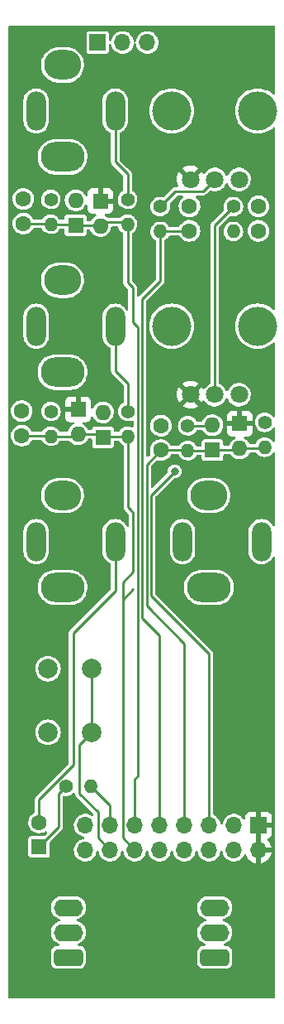
<source format=gtl>
%TF.GenerationSoftware,KiCad,Pcbnew,(6.0.1)*%
%TF.CreationDate,2022-11-04T07:31:20-04:00*%
%TF.ProjectId,ER-VCO-03_CTL,45522d56-434f-42d3-9033-5f43544c2e6b,3*%
%TF.SameCoordinates,Original*%
%TF.FileFunction,Copper,L1,Top*%
%TF.FilePolarity,Positive*%
%FSLAX46Y46*%
G04 Gerber Fmt 4.6, Leading zero omitted, Abs format (unit mm)*
G04 Created by KiCad (PCBNEW (6.0.1)) date 2022-11-04 07:31:20*
%MOMM*%
%LPD*%
G01*
G04 APERTURE LIST*
G04 Aperture macros list*
%AMRoundRect*
0 Rectangle with rounded corners*
0 $1 Rounding radius*
0 $2 $3 $4 $5 $6 $7 $8 $9 X,Y pos of 4 corners*
0 Add a 4 corners polygon primitive as box body*
4,1,4,$2,$3,$4,$5,$6,$7,$8,$9,$2,$3,0*
0 Add four circle primitives for the rounded corners*
1,1,$1+$1,$2,$3*
1,1,$1+$1,$4,$5*
1,1,$1+$1,$6,$7*
1,1,$1+$1,$8,$9*
0 Add four rect primitives between the rounded corners*
20,1,$1+$1,$2,$3,$4,$5,0*
20,1,$1+$1,$4,$5,$6,$7,0*
20,1,$1+$1,$6,$7,$8,$9,0*
20,1,$1+$1,$8,$9,$2,$3,0*%
G04 Aperture macros list end*
%TA.AperFunction,ComponentPad*%
%ADD10C,1.400000*%
%TD*%
%TA.AperFunction,ComponentPad*%
%ADD11O,1.400000X1.400000*%
%TD*%
%TA.AperFunction,ComponentPad*%
%ADD12R,1.600000X1.600000*%
%TD*%
%TA.AperFunction,ComponentPad*%
%ADD13O,1.600000X1.600000*%
%TD*%
%TA.AperFunction,ComponentPad*%
%ADD14C,1.600000*%
%TD*%
%TA.AperFunction,ComponentPad*%
%ADD15R,1.700000X1.700000*%
%TD*%
%TA.AperFunction,ComponentPad*%
%ADD16O,1.700000X1.700000*%
%TD*%
%TA.AperFunction,WasherPad*%
%ADD17C,4.000000*%
%TD*%
%TA.AperFunction,ComponentPad*%
%ADD18C,1.800000*%
%TD*%
%TA.AperFunction,ComponentPad*%
%ADD19RoundRect,0.437500X1.062500X0.437500X-1.062500X0.437500X-1.062500X-0.437500X1.062500X-0.437500X0*%
%TD*%
%TA.AperFunction,ComponentPad*%
%ADD20O,3.000000X1.750000*%
%TD*%
%TA.AperFunction,ComponentPad*%
%ADD21C,2.000000*%
%TD*%
%TA.AperFunction,ComponentPad*%
%ADD22O,4.500000X3.000000*%
%TD*%
%TA.AperFunction,ComponentPad*%
%ADD23O,3.800000X3.000000*%
%TD*%
%TA.AperFunction,ComponentPad*%
%ADD24O,2.000000X4.000000*%
%TD*%
%TA.AperFunction,ViaPad*%
%ADD25C,0.800000*%
%TD*%
%TA.AperFunction,Conductor*%
%ADD26C,0.250000*%
%TD*%
%TA.AperFunction,Conductor*%
%ADD27C,0.254000*%
%TD*%
G04 APERTURE END LIST*
D10*
%TO.P,R8,1*%
%TO.N,/GATE*%
X26638315Y-40821685D03*
D11*
%TO.P,R8,2*%
%TO.N,/GATE_CTL*%
X26638315Y-43361685D03*
%TD*%
D12*
%TO.P,D2,1,K*%
%TO.N,+3V3*%
X9772500Y-18210001D03*
D13*
%TO.P,D2,2,A*%
%TO.N,/VPEROCT_CV*%
X9772500Y-20750001D03*
%TD*%
D12*
%TO.P,D3,1,K*%
%TO.N,+3V3*%
X7500000Y-39500000D03*
D13*
%TO.P,D3,2,A*%
%TO.N,/MOD_CV*%
X7500000Y-42040000D03*
%TD*%
D12*
%TO.P,D1,1,K*%
%TO.N,/VPEROCT_CV*%
X7232500Y-20675686D03*
D13*
%TO.P,D1,2,A*%
%TO.N,GND*%
X7232500Y-18135686D03*
%TD*%
D10*
%TO.P,R6,1*%
%TO.N,/CV*%
X12580000Y-39705685D03*
D11*
%TO.P,R6,2*%
%TO.N,/MOD_CV*%
X12580000Y-42245685D03*
%TD*%
D10*
%TO.P,R4,1*%
%TO.N,/MOD_FINE*%
X23415000Y-18780000D03*
D11*
%TO.P,R4,2*%
%TO.N,/MOD_POT*%
X23415000Y-21320000D03*
%TD*%
D14*
%TO.P,C5,1*%
%TO.N,/GATE_CTL*%
X15975315Y-43665685D03*
%TO.P,C5,2*%
%TO.N,GND*%
X15975315Y-41165685D03*
%TD*%
%TO.P,C1,1*%
%TO.N,/VPEROCT_CV*%
X1877500Y-20500000D03*
%TO.P,C1,2*%
%TO.N,GND*%
X1877500Y-18000000D03*
%TD*%
D12*
%TO.P,D5,1,K*%
%TO.N,/GATE_CTL*%
X21276315Y-43655685D03*
D13*
%TO.P,D5,2,A*%
%TO.N,GND*%
X21276315Y-41115685D03*
%TD*%
D10*
%TO.P,R7,1*%
%TO.N,GND*%
X18736315Y-41165685D03*
D11*
%TO.P,R7,2*%
%TO.N,/GATE_CTL*%
X18736315Y-43705685D03*
%TD*%
D10*
%TO.P,R2,1*%
%TO.N,/V_OCT*%
X12566500Y-18030000D03*
D11*
%TO.P,R2,2*%
%TO.N,/VPEROCT_CV*%
X12566500Y-20570000D03*
%TD*%
D14*
%TO.P,C4,1*%
%TO.N,/MOD_CV*%
X1710000Y-42175685D03*
%TO.P,C4,2*%
%TO.N,GND*%
X1710000Y-39675685D03*
%TD*%
D12*
%TO.P,D4,1,K*%
%TO.N,/MOD_CV*%
X10040000Y-42351371D03*
D13*
%TO.P,D4,2,A*%
%TO.N,GND*%
X10040000Y-39811371D03*
%TD*%
D10*
%TO.P,R9,1*%
%TO.N,Net-(C6-Pad1)*%
X6280000Y-78000000D03*
D11*
%TO.P,R9,2*%
%TO.N,/AUD_OUT*%
X8820000Y-78000000D03*
%TD*%
D12*
%TO.P,D6,1,K*%
%TO.N,+3V3*%
X24070315Y-40960000D03*
D13*
%TO.P,D6,2,A*%
%TO.N,/GATE_CTL*%
X24070315Y-43500000D03*
%TD*%
D15*
%TO.P,J6,1,Pin_1*%
%TO.N,+3V3*%
X26000000Y-82000000D03*
D16*
%TO.P,J6,2,Pin_2*%
X26000000Y-84540000D03*
%TO.P,J6,3,Pin_3*%
%TO.N,unconnected-(J6-Pad3)*%
X23460000Y-82000000D03*
%TO.P,J6,4,Pin_4*%
%TO.N,/OCT_DN_PB*%
X23460000Y-84540000D03*
%TO.P,J6,5,Pin_5*%
%TO.N,/MOD_POT*%
X20920000Y-82000000D03*
%TO.P,J6,6,Pin_6*%
%TO.N,/OCT_UP_PB*%
X20920000Y-84540000D03*
%TO.P,J6,7,Pin_7*%
%TO.N,/GATE_CTL*%
X18380000Y-82000000D03*
%TO.P,J6,8,Pin_8*%
%TO.N,/MODE_UP_PB*%
X18380000Y-84540000D03*
%TO.P,J6,9,Pin_9*%
%TO.N,/FREQ_POT*%
X15840000Y-82000000D03*
%TO.P,J6,10,Pin_10*%
%TO.N,/MODE_DN_PB*%
X15840000Y-84540000D03*
%TO.P,J6,11,Pin_11*%
%TO.N,/VPEROCT_CV*%
X13300000Y-82000000D03*
%TO.P,J6,12,Pin_12*%
%TO.N,/MOD_CV*%
X13300000Y-84540000D03*
%TO.P,J6,13,Pin_13*%
%TO.N,/AUD_OUT*%
X10760000Y-82000000D03*
%TO.P,J6,14,Pin_14*%
%TO.N,/TIMBRE_PB*%
X10760000Y-84540000D03*
%TO.P,J6,15,Pin_15*%
%TO.N,GND*%
X8220000Y-82000000D03*
%TO.P,J6,16,Pin_16*%
X8220000Y-84540000D03*
%TD*%
D10*
%TO.P,R3,1*%
%TO.N,/FREQ_FINE*%
X15915000Y-18780000D03*
D11*
%TO.P,R3,2*%
%TO.N,/FREQ_POT*%
X15915000Y-21320000D03*
%TD*%
D10*
%TO.P,R5,1*%
%TO.N,GND*%
X4705000Y-39705685D03*
D11*
%TO.P,R5,2*%
%TO.N,/MOD_CV*%
X4705000Y-42245685D03*
%TD*%
D14*
%TO.P,C3,1*%
%TO.N,/MOD_POT*%
X26000000Y-21250000D03*
%TO.P,C3,2*%
%TO.N,GND*%
X26000000Y-18750000D03*
%TD*%
D12*
%TO.P,C6,1*%
%TO.N,Net-(C6-Pad1)*%
X3500000Y-84205113D03*
D14*
%TO.P,C6,2*%
%TO.N,Net-(C6-Pad2)*%
X3500000Y-81705113D03*
%TD*%
D15*
%TO.P,J1,1,Pin_1*%
%TO.N,GND*%
X9500000Y-2000000D03*
D16*
%TO.P,J1,2,Pin_2*%
X12040000Y-2000000D03*
%TO.P,J1,3,Pin_3*%
X14580000Y-2000000D03*
%TD*%
D10*
%TO.P,R1,1*%
%TO.N,GND*%
X4692500Y-18030000D03*
D11*
%TO.P,R1,2*%
%TO.N,/VPEROCT_CV*%
X4692500Y-20570000D03*
%TD*%
D14*
%TO.P,C2,1*%
%TO.N,/FREQ_POT*%
X18915000Y-21250000D03*
%TO.P,C2,2*%
%TO.N,GND*%
X18915000Y-18750000D03*
%TD*%
D17*
%TO.P,RV1,*%
%TO.N,*%
X17100000Y-9000001D03*
X25900000Y-9000001D03*
D18*
%TO.P,RV1,1,1*%
%TO.N,+3V3*%
X19000000Y-16000001D03*
%TO.P,RV1,2,2*%
%TO.N,/FREQ_FINE*%
X21500000Y-16000001D03*
%TO.P,RV1,3,3*%
%TO.N,GND*%
X24000000Y-16000001D03*
%TD*%
D19*
%TO.P,SW3,1,1*%
%TO.N,/MODE_UP_PB*%
X6500000Y-95500000D03*
D20*
%TO.P,SW3,2,2*%
%TO.N,GND*%
X6500000Y-92960000D03*
%TO.P,SW3,3,3*%
%TO.N,/MODE_DN_PB*%
X6500000Y-90420000D03*
%TD*%
D21*
%TO.P,SW1,1,1*%
%TO.N,GND*%
X4399999Y-65999995D03*
X4399999Y-72499995D03*
%TO.P,SW1,2,2*%
%TO.N,/TIMBRE_PB*%
X8899999Y-65999995D03*
X8899999Y-72499995D03*
%TD*%
D22*
%TO.P,J3,S*%
%TO.N,GND*%
X5900000Y-35699989D03*
D23*
X5900000Y-26299989D03*
D24*
%TO.P,J3,T*%
%TO.N,/CV*%
X11300000Y-30999989D03*
%TO.P,J3,TN*%
%TO.N,GND*%
X3200000Y-30999989D03*
%TD*%
D19*
%TO.P,SW2,1,1*%
%TO.N,/OCT_UP_PB*%
X21500000Y-95500000D03*
D20*
%TO.P,SW2,2,2*%
%TO.N,GND*%
X21500000Y-92960000D03*
%TO.P,SW2,3,3*%
%TO.N,/OCT_DN_PB*%
X21500000Y-90420000D03*
%TD*%
D17*
%TO.P,RV2,*%
%TO.N,*%
X17100000Y-31000000D03*
X25900000Y-31000000D03*
D18*
%TO.P,RV2,1,1*%
%TO.N,+3V3*%
X19000000Y-38000000D03*
%TO.P,RV2,2,2*%
%TO.N,/MOD_FINE*%
X21500000Y-38000000D03*
%TO.P,RV2,3,3*%
%TO.N,GND*%
X24000000Y-38000000D03*
%TD*%
D23*
%TO.P,J4,S*%
%TO.N,GND*%
X20900000Y-48299996D03*
D22*
X20900000Y-57699996D03*
D24*
%TO.P,J4,T*%
%TO.N,/GATE*%
X26300000Y-52999996D03*
%TO.P,J4,TN*%
%TO.N,GND*%
X18200000Y-52999996D03*
%TD*%
D23*
%TO.P,J2,S*%
%TO.N,GND*%
X5900000Y-4300000D03*
D22*
X5900000Y-13700000D03*
D24*
%TO.P,J2,T*%
%TO.N,/V_OCT*%
X11300000Y-9000000D03*
%TO.P,J2,TN*%
%TO.N,GND*%
X3200000Y-9000000D03*
%TD*%
D23*
%TO.P,J5,S*%
%TO.N,GND*%
X5900000Y-48300000D03*
D22*
X5900000Y-57700000D03*
D24*
%TO.P,J5,T*%
%TO.N,Net-(C6-Pad2)*%
X11300000Y-53000000D03*
%TO.P,J5,TN*%
%TO.N,unconnected-(J5-PadTN)*%
X3200000Y-53000000D03*
%TD*%
D25*
%TO.N,/MOD_POT*%
X17399000Y-45847000D03*
%TD*%
D26*
%TO.N,GND*%
X18736315Y-41165685D02*
X21226315Y-41165685D01*
D27*
%TO.N,Net-(C6-Pad1)*%
X3500000Y-84205113D02*
X5500000Y-82205113D01*
X5500000Y-82205113D02*
X5500000Y-78780000D01*
X5500000Y-78780000D02*
X6280000Y-78000000D01*
%TO.N,/GATE_CTL*%
X14513551Y-45127449D02*
X15975315Y-43665685D01*
D26*
X21276315Y-43655685D02*
X23914630Y-43655685D01*
X18736315Y-43705685D02*
X21226315Y-43705685D01*
X24070315Y-43500000D02*
X26500000Y-43500000D01*
D27*
X14513551Y-59598551D02*
X14513551Y-45127449D01*
D26*
X16196315Y-43635685D02*
X18666315Y-43635685D01*
D27*
X18380000Y-82000000D02*
X18380000Y-63465000D01*
X18380000Y-63465000D02*
X14513551Y-59598551D01*
%TO.N,/FREQ_POT*%
X15915000Y-21320000D02*
X18845000Y-21320000D01*
X15915000Y-26376000D02*
X15915000Y-21320000D01*
X14060031Y-28230969D02*
X15915000Y-26376000D01*
X15840000Y-82000000D02*
X15840000Y-62576000D01*
X15840000Y-62576000D02*
X14060031Y-60796031D01*
X14060031Y-60796031D02*
X14060031Y-28230969D01*
%TO.N,/VPEROCT_CV*%
X12566500Y-20570000D02*
X12566500Y-26536500D01*
X12566500Y-26536500D02*
X13081000Y-27051000D01*
X13606511Y-76979511D02*
X13300000Y-77286022D01*
D26*
X7232500Y-20675686D02*
X9461128Y-20675686D01*
D27*
X13081000Y-27051000D02*
X13081000Y-30607000D01*
X13081000Y-30607000D02*
X13606511Y-31132511D01*
D26*
X9772500Y-20364314D02*
X12360814Y-20364314D01*
D27*
X13300000Y-77286022D02*
X13300000Y-82000000D01*
D26*
X4692500Y-20570000D02*
X7126814Y-20570000D01*
D27*
X13606511Y-31132511D02*
X13606511Y-76979511D01*
D26*
X1877500Y-20500000D02*
X4622500Y-20500000D01*
D27*
%TO.N,/MOD_POT*%
X14967071Y-48278929D02*
X17399000Y-45847000D01*
X20920000Y-64481000D02*
X14967071Y-58528071D01*
X20920000Y-82000000D02*
X20920000Y-64481000D01*
X14967071Y-58528071D02*
X14967071Y-48278929D01*
D26*
%TO.N,/MOD_CV*%
X12580000Y-49516018D02*
X12837491Y-49773509D01*
X4705000Y-42245685D02*
X7294315Y-42245685D01*
D27*
X13152991Y-56062009D02*
X13152991Y-50089009D01*
X12065000Y-83305000D02*
X12065000Y-61087000D01*
X12065000Y-57150000D02*
X13152991Y-56062009D01*
D26*
X2165000Y-42175685D02*
X4635000Y-42175685D01*
D27*
X13300000Y-84540000D02*
X12065000Y-83305000D01*
D26*
X7500000Y-42040000D02*
X9728629Y-42040000D01*
D27*
X12065000Y-61087000D02*
X12065000Y-57150000D01*
D26*
X12580000Y-42245685D02*
X10145686Y-42245685D01*
X13154991Y-57838009D02*
X12065000Y-58928000D01*
X12580000Y-42245685D02*
X12580000Y-49516018D01*
D27*
X12065000Y-61087000D02*
X12065000Y-58928000D01*
X13152991Y-50089009D02*
X12837491Y-49773509D01*
D26*
X12837491Y-49773509D02*
X13154991Y-50091009D01*
D27*
%TO.N,/AUD_OUT*%
X10760000Y-79940000D02*
X8820000Y-78000000D01*
X10760000Y-82000000D02*
X10760000Y-79940000D01*
%TO.N,/TIMBRE_PB*%
X10760000Y-84540000D02*
X9525000Y-83305000D01*
X9525000Y-80645000D02*
X7620000Y-78740000D01*
X8900000Y-66000000D02*
X8900000Y-72500000D01*
X7620000Y-73780000D02*
X8900000Y-72500000D01*
X9525000Y-83305000D02*
X9525000Y-80645000D01*
X7620000Y-78740000D02*
X7620000Y-73780000D01*
%TO.N,/CV*%
X11300000Y-31000000D02*
X11300000Y-35557000D01*
X11300000Y-35557000D02*
X12580000Y-36837000D01*
X12580000Y-36837000D02*
X12580000Y-39705685D01*
%TO.N,Net-(C6-Pad2)*%
X6985000Y-75843293D02*
X6985000Y-62357000D01*
X3500000Y-81705113D02*
X3500000Y-79328293D01*
X6985000Y-62357000D02*
X11300000Y-58042000D01*
X11300000Y-58042000D02*
X11300000Y-53000000D01*
X3500000Y-79328293D02*
X6985000Y-75843293D01*
%TO.N,/V_OCT*%
X12566500Y-15466500D02*
X11300000Y-14200000D01*
X12566500Y-18030000D02*
X12566500Y-15466500D01*
X11300000Y-9000000D02*
X11300000Y-14200000D01*
%TO.N,/MOD_FINE*%
X21500000Y-20695000D02*
X23415000Y-18780000D01*
X21500000Y-38000000D02*
X21500000Y-20695000D01*
%TO.N,/FREQ_FINE*%
X20273489Y-17226511D02*
X21500000Y-16000000D01*
X15915000Y-18780000D02*
X17468489Y-17226511D01*
X17468489Y-17226511D02*
X20273489Y-17226511D01*
%TD*%
%TA.AperFunction,Conductor*%
%TO.N,+3V3*%
G36*
X27637321Y-324802D02*
G01*
X27683814Y-378458D01*
X27695200Y-430800D01*
X27695200Y-7230050D01*
X27675198Y-7298171D01*
X27621542Y-7344664D01*
X27551268Y-7354768D01*
X27486123Y-7324782D01*
X27378102Y-7230050D01*
X27306389Y-7167160D01*
X27055123Y-6999269D01*
X27051424Y-6997445D01*
X27051419Y-6997442D01*
X26912309Y-6928841D01*
X26784093Y-6865612D01*
X26776201Y-6862933D01*
X26501849Y-6769803D01*
X26501845Y-6769802D01*
X26497936Y-6768475D01*
X26493892Y-6767671D01*
X26493886Y-6767669D01*
X26205587Y-6710322D01*
X26205581Y-6710321D01*
X26201548Y-6709519D01*
X26197443Y-6709250D01*
X26197436Y-6709249D01*
X25904120Y-6690025D01*
X25900000Y-6689755D01*
X25895880Y-6690025D01*
X25602564Y-6709249D01*
X25602557Y-6709250D01*
X25598452Y-6709519D01*
X25594419Y-6710321D01*
X25594413Y-6710322D01*
X25306114Y-6767669D01*
X25306108Y-6767671D01*
X25302064Y-6768475D01*
X25298155Y-6769802D01*
X25298151Y-6769803D01*
X25023799Y-6862933D01*
X25015907Y-6865612D01*
X24887691Y-6928841D01*
X24748581Y-6997442D01*
X24748576Y-6997445D01*
X24744877Y-6999269D01*
X24493611Y-7167160D01*
X24266409Y-7366410D01*
X24067159Y-7593612D01*
X23899268Y-7844878D01*
X23897444Y-7848577D01*
X23897441Y-7848582D01*
X23850875Y-7943009D01*
X23765611Y-8115908D01*
X23668474Y-8402065D01*
X23609518Y-8698453D01*
X23589754Y-9000001D01*
X23609518Y-9301549D01*
X23668474Y-9597937D01*
X23765611Y-9884094D01*
X23767435Y-9887792D01*
X23852218Y-10059715D01*
X23899268Y-10155124D01*
X24067159Y-10406390D01*
X24266409Y-10633592D01*
X24269506Y-10636308D01*
X24285297Y-10650156D01*
X24493611Y-10832842D01*
X24744877Y-11000733D01*
X24748576Y-11002557D01*
X24748581Y-11002560D01*
X24757374Y-11006896D01*
X25015907Y-11134390D01*
X25019812Y-11135715D01*
X25019813Y-11135716D01*
X25298151Y-11230199D01*
X25298155Y-11230200D01*
X25302064Y-11231527D01*
X25306108Y-11232331D01*
X25306114Y-11232333D01*
X25594413Y-11289680D01*
X25594419Y-11289681D01*
X25598452Y-11290483D01*
X25602557Y-11290752D01*
X25602564Y-11290753D01*
X25895880Y-11309977D01*
X25900000Y-11310247D01*
X25904120Y-11309977D01*
X26197436Y-11290753D01*
X26197443Y-11290752D01*
X26201548Y-11290483D01*
X26205581Y-11289681D01*
X26205587Y-11289680D01*
X26493886Y-11232333D01*
X26493892Y-11232331D01*
X26497936Y-11231527D01*
X26501845Y-11230200D01*
X26501849Y-11230199D01*
X26780187Y-11135716D01*
X26780188Y-11135715D01*
X26784093Y-11134390D01*
X27042626Y-11006896D01*
X27051419Y-11002560D01*
X27051424Y-11002557D01*
X27055123Y-11000733D01*
X27306389Y-10832842D01*
X27486123Y-10675220D01*
X27550527Y-10645343D01*
X27620860Y-10655029D01*
X27674791Y-10701202D01*
X27695200Y-10769952D01*
X27695200Y-29230049D01*
X27675198Y-29298170D01*
X27621542Y-29344663D01*
X27551268Y-29354767D01*
X27486123Y-29324781D01*
X27378102Y-29230049D01*
X27306389Y-29167159D01*
X27055123Y-28999268D01*
X27051424Y-28997444D01*
X27051419Y-28997441D01*
X26912309Y-28928840D01*
X26784093Y-28865611D01*
X26780187Y-28864285D01*
X26501849Y-28769802D01*
X26501845Y-28769801D01*
X26497936Y-28768474D01*
X26493892Y-28767670D01*
X26493886Y-28767668D01*
X26205587Y-28710321D01*
X26205581Y-28710320D01*
X26201548Y-28709518D01*
X26197443Y-28709249D01*
X26197436Y-28709248D01*
X25904120Y-28690024D01*
X25900000Y-28689754D01*
X25895880Y-28690024D01*
X25602564Y-28709248D01*
X25602557Y-28709249D01*
X25598452Y-28709518D01*
X25594419Y-28710320D01*
X25594413Y-28710321D01*
X25306114Y-28767668D01*
X25306108Y-28767670D01*
X25302064Y-28768474D01*
X25298155Y-28769801D01*
X25298151Y-28769802D01*
X25019813Y-28864285D01*
X25015907Y-28865611D01*
X24887691Y-28928840D01*
X24748581Y-28997441D01*
X24748576Y-28997444D01*
X24744877Y-28999268D01*
X24493611Y-29167159D01*
X24266409Y-29366409D01*
X24067159Y-29593611D01*
X23899268Y-29844877D01*
X23765611Y-30115907D01*
X23668474Y-30402064D01*
X23667670Y-30406108D01*
X23667668Y-30406114D01*
X23640566Y-30542366D01*
X23609518Y-30698452D01*
X23609249Y-30702557D01*
X23609248Y-30702564D01*
X23594857Y-30922137D01*
X23589754Y-31000000D01*
X23609518Y-31301548D01*
X23610320Y-31305581D01*
X23610321Y-31305587D01*
X23621894Y-31363766D01*
X23668474Y-31597936D01*
X23765611Y-31884093D01*
X23767435Y-31887791D01*
X23852213Y-32059704D01*
X23899268Y-32155123D01*
X24067159Y-32406389D01*
X24266409Y-32633591D01*
X24269506Y-32636307D01*
X24285285Y-32650145D01*
X24493611Y-32832841D01*
X24744877Y-33000732D01*
X24748576Y-33002556D01*
X24748581Y-33002559D01*
X24887691Y-33071160D01*
X25015907Y-33134389D01*
X25019812Y-33135714D01*
X25019813Y-33135715D01*
X25298151Y-33230198D01*
X25298155Y-33230199D01*
X25302064Y-33231526D01*
X25306108Y-33232330D01*
X25306114Y-33232332D01*
X25594413Y-33289679D01*
X25594419Y-33289680D01*
X25598452Y-33290482D01*
X25602557Y-33290751D01*
X25602564Y-33290752D01*
X25895880Y-33309976D01*
X25900000Y-33310246D01*
X25904120Y-33309976D01*
X26197436Y-33290752D01*
X26197443Y-33290751D01*
X26201548Y-33290482D01*
X26205581Y-33289680D01*
X26205587Y-33289679D01*
X26493886Y-33232332D01*
X26493892Y-33232330D01*
X26497936Y-33231526D01*
X26501845Y-33230199D01*
X26501849Y-33230198D01*
X26780187Y-33135715D01*
X26780188Y-33135714D01*
X26784093Y-33134389D01*
X26912309Y-33071160D01*
X27051419Y-33002559D01*
X27051424Y-33002556D01*
X27055123Y-33000732D01*
X27306389Y-32832841D01*
X27486123Y-32675219D01*
X27550527Y-32645342D01*
X27620860Y-32655028D01*
X27674791Y-32701201D01*
X27695200Y-32769951D01*
X27695200Y-40173046D01*
X27675198Y-40241167D01*
X27621542Y-40287660D01*
X27551268Y-40297764D01*
X27486688Y-40268270D01*
X27471557Y-40252682D01*
X27358987Y-40114657D01*
X27358985Y-40114655D01*
X27355098Y-40109889D01*
X27203192Y-39984221D01*
X27197775Y-39981292D01*
X27197772Y-39981290D01*
X27035187Y-39893381D01*
X27035183Y-39893379D01*
X27029769Y-39890452D01*
X27023889Y-39888632D01*
X27023887Y-39888631D01*
X26878306Y-39843566D01*
X26841437Y-39832153D01*
X26835319Y-39831510D01*
X26835314Y-39831509D01*
X26651496Y-39812190D01*
X26651494Y-39812190D01*
X26645367Y-39811546D01*
X26562901Y-39819051D01*
X26455168Y-39828855D01*
X26455165Y-39828856D01*
X26449029Y-39829414D01*
X26443123Y-39831152D01*
X26443119Y-39831153D01*
X26325545Y-39865757D01*
X26259901Y-39885077D01*
X26085186Y-39976416D01*
X26080386Y-39980276D01*
X26080385Y-39980276D01*
X26046774Y-40007300D01*
X25931540Y-40099950D01*
X25804815Y-40250976D01*
X25801851Y-40256368D01*
X25801848Y-40256372D01*
X25749560Y-40351485D01*
X25709838Y-40423739D01*
X25707977Y-40429606D01*
X25707976Y-40429608D01*
X25653807Y-40600372D01*
X25650226Y-40611660D01*
X25628249Y-40807581D01*
X25629512Y-40822619D01*
X25638941Y-40934896D01*
X25644747Y-41004039D01*
X25646446Y-41009964D01*
X25696492Y-41184497D01*
X25699088Y-41193551D01*
X25701907Y-41199036D01*
X25786387Y-41363417D01*
X25786390Y-41363422D01*
X25789205Y-41368899D01*
X25911664Y-41523404D01*
X25916357Y-41527398D01*
X25916358Y-41527399D01*
X26026018Y-41620726D01*
X26061801Y-41651180D01*
X26233897Y-41747362D01*
X26421397Y-41808284D01*
X26617160Y-41831627D01*
X26623295Y-41831155D01*
X26623297Y-41831155D01*
X26807587Y-41816975D01*
X26807592Y-41816974D01*
X26813728Y-41816502D01*
X26819658Y-41814846D01*
X26819660Y-41814846D01*
X26923426Y-41785874D01*
X27003615Y-41763485D01*
X27009115Y-41760707D01*
X27174087Y-41677374D01*
X27174089Y-41677373D01*
X27179588Y-41674595D01*
X27334944Y-41553217D01*
X27405001Y-41472055D01*
X27459738Y-41408642D01*
X27459741Y-41408638D01*
X27463765Y-41403976D01*
X27466442Y-41399263D01*
X27521853Y-41355289D01*
X27592498Y-41348228D01*
X27655745Y-41380480D01*
X27691516Y-41441808D01*
X27695200Y-41472055D01*
X27695200Y-42713046D01*
X27675198Y-42781167D01*
X27621542Y-42827660D01*
X27551268Y-42837764D01*
X27486688Y-42808270D01*
X27471557Y-42792682D01*
X27358987Y-42654657D01*
X27358985Y-42654655D01*
X27355098Y-42649889D01*
X27203192Y-42524221D01*
X27197775Y-42521292D01*
X27197772Y-42521290D01*
X27035187Y-42433381D01*
X27035183Y-42433379D01*
X27029769Y-42430452D01*
X27023889Y-42428632D01*
X27023887Y-42428631D01*
X26894581Y-42388604D01*
X26841437Y-42372153D01*
X26835319Y-42371510D01*
X26835314Y-42371509D01*
X26651496Y-42352190D01*
X26651494Y-42352190D01*
X26645367Y-42351546D01*
X26562901Y-42359051D01*
X26455168Y-42368855D01*
X26455165Y-42368856D01*
X26449029Y-42369414D01*
X26443123Y-42371152D01*
X26443119Y-42371153D01*
X26304564Y-42411932D01*
X26259901Y-42425077D01*
X26085186Y-42516416D01*
X26080386Y-42520276D01*
X26080385Y-42520276D01*
X26048115Y-42546222D01*
X25931540Y-42639950D01*
X25804815Y-42790976D01*
X25801851Y-42796368D01*
X25801848Y-42796372D01*
X25731033Y-42925185D01*
X25709838Y-42963739D01*
X25707977Y-42969606D01*
X25707976Y-42969608D01*
X25704109Y-42981799D01*
X25664445Y-43040683D01*
X25599243Y-43068775D01*
X25584007Y-43069700D01*
X25168947Y-43069700D01*
X25100826Y-43049698D01*
X25055941Y-42999429D01*
X25050635Y-42988669D01*
X25016775Y-42920008D01*
X25003020Y-42901587D01*
X24898685Y-42761866D01*
X24898684Y-42761865D01*
X24895232Y-42757242D01*
X24876307Y-42739748D01*
X24750301Y-42623269D01*
X24750298Y-42623267D01*
X24746061Y-42619350D01*
X24699522Y-42589986D01*
X24579144Y-42514033D01*
X24579139Y-42514031D01*
X24574260Y-42510952D01*
X24568897Y-42508812D01*
X24563899Y-42506266D01*
X24512284Y-42457519D01*
X24495217Y-42388604D01*
X24518117Y-42321402D01*
X24573714Y-42277249D01*
X24621101Y-42267999D01*
X24914984Y-42267999D01*
X24921805Y-42267629D01*
X24972667Y-42262105D01*
X24987919Y-42258479D01*
X25108369Y-42213324D01*
X25123964Y-42204786D01*
X25226039Y-42128285D01*
X25238600Y-42115724D01*
X25315101Y-42013649D01*
X25323639Y-41998054D01*
X25368793Y-41877606D01*
X25372420Y-41862351D01*
X25377946Y-41811486D01*
X25378315Y-41804672D01*
X25378315Y-41232115D01*
X25373840Y-41216876D01*
X25372450Y-41215671D01*
X25364767Y-41214000D01*
X22780431Y-41214000D01*
X22765192Y-41218475D01*
X22763987Y-41219865D01*
X22762316Y-41227548D01*
X22762316Y-41804669D01*
X22762686Y-41811490D01*
X22768210Y-41862352D01*
X22771836Y-41877604D01*
X22816991Y-41998054D01*
X22825529Y-42013649D01*
X22902030Y-42115724D01*
X22914591Y-42128285D01*
X23016666Y-42204786D01*
X23032261Y-42213324D01*
X23152709Y-42258478D01*
X23167964Y-42262105D01*
X23218829Y-42267631D01*
X23225643Y-42268000D01*
X23520974Y-42268000D01*
X23589095Y-42288002D01*
X23635588Y-42341658D01*
X23645692Y-42411932D01*
X23616198Y-42476512D01*
X23585397Y-42502285D01*
X23570829Y-42510952D01*
X23427372Y-42596300D01*
X23417853Y-42601963D01*
X23265124Y-42735902D01*
X23139361Y-42895432D01*
X23136672Y-42900543D01*
X23136670Y-42900546D01*
X23089623Y-42989968D01*
X23044776Y-43075208D01*
X23037514Y-43098595D01*
X23025667Y-43136749D01*
X22986364Y-43195874D01*
X22921334Y-43224365D01*
X22905334Y-43225385D01*
X22507615Y-43225385D01*
X22439494Y-43205383D01*
X22393001Y-43151727D01*
X22381615Y-43099385D01*
X22381615Y-42810327D01*
X22379955Y-42796372D01*
X22379565Y-42793092D01*
X22379564Y-42793089D01*
X22378448Y-42783707D01*
X22332279Y-42679766D01*
X22275683Y-42623269D01*
X22260020Y-42607633D01*
X22260018Y-42607632D01*
X22251787Y-42599415D01*
X22147766Y-42553427D01*
X22121673Y-42550385D01*
X20430957Y-42550385D01*
X20420063Y-42551681D01*
X20413722Y-42552435D01*
X20413719Y-42552436D01*
X20404337Y-42553552D01*
X20300396Y-42599721D01*
X20274176Y-42625987D01*
X20228263Y-42671980D01*
X20228262Y-42671982D01*
X20220045Y-42680213D01*
X20174057Y-42784234D01*
X20171015Y-42810327D01*
X20171015Y-43149385D01*
X20151013Y-43217506D01*
X20097357Y-43263999D01*
X20045015Y-43275385D01*
X19721850Y-43275385D01*
X19653729Y-43255383D01*
X19610599Y-43208539D01*
X19580598Y-43152115D01*
X19580597Y-43152113D01*
X19577702Y-43146669D01*
X19468120Y-43012308D01*
X19456987Y-42998657D01*
X19456985Y-42998655D01*
X19453098Y-42993889D01*
X19301192Y-42868221D01*
X19295775Y-42865292D01*
X19295772Y-42865290D01*
X19133187Y-42777381D01*
X19133183Y-42777379D01*
X19127769Y-42774452D01*
X19121889Y-42772632D01*
X19121887Y-42772631D01*
X19003235Y-42735902D01*
X18939437Y-42716153D01*
X18933319Y-42715510D01*
X18933314Y-42715509D01*
X18749496Y-42696190D01*
X18749494Y-42696190D01*
X18743367Y-42695546D01*
X18660901Y-42703051D01*
X18553168Y-42712855D01*
X18553165Y-42712856D01*
X18547029Y-42713414D01*
X18541123Y-42715152D01*
X18541119Y-42715153D01*
X18457553Y-42739748D01*
X18357901Y-42769077D01*
X18183186Y-42860416D01*
X18178386Y-42864276D01*
X18178385Y-42864276D01*
X18145278Y-42890895D01*
X18029540Y-42983950D01*
X17902815Y-43134976D01*
X17899845Y-43140378D01*
X17896367Y-43145458D01*
X17895322Y-43144743D01*
X17849665Y-43190142D01*
X17789592Y-43205385D01*
X17059153Y-43205385D01*
X16991032Y-43185383D01*
X16946147Y-43135114D01*
X16924329Y-43090872D01*
X16921775Y-43085693D01*
X16800232Y-42922927D01*
X16782047Y-42906117D01*
X16655301Y-42788954D01*
X16655298Y-42788952D01*
X16651061Y-42785035D01*
X16564948Y-42730702D01*
X16484144Y-42679718D01*
X16484139Y-42679716D01*
X16479260Y-42676637D01*
X16290582Y-42601362D01*
X16091345Y-42561731D01*
X16085570Y-42561655D01*
X16085566Y-42561655D01*
X15984077Y-42560327D01*
X15888223Y-42559072D01*
X15882526Y-42560051D01*
X15882525Y-42560051D01*
X15693714Y-42592495D01*
X15688017Y-42593474D01*
X15497433Y-42663784D01*
X15492472Y-42666736D01*
X15492471Y-42666736D01*
X15332572Y-42761866D01*
X15322853Y-42767648D01*
X15170124Y-42901587D01*
X15044361Y-43061117D01*
X15041672Y-43066228D01*
X15041670Y-43066231D01*
X14998379Y-43148514D01*
X14949776Y-43240893D01*
X14889537Y-43434896D01*
X14865660Y-43636628D01*
X14878946Y-43839333D01*
X14922813Y-44012055D01*
X14924369Y-44018183D01*
X14921751Y-44089131D01*
X14891341Y-44138295D01*
X14707426Y-44322209D01*
X14645114Y-44356234D01*
X14574298Y-44351169D01*
X14517463Y-44308622D01*
X14492652Y-44242101D01*
X14492331Y-44233113D01*
X14492331Y-41136628D01*
X14865660Y-41136628D01*
X14878946Y-41339333D01*
X14880367Y-41344929D01*
X14880368Y-41344934D01*
X14917041Y-41489331D01*
X14928950Y-41536222D01*
X14931367Y-41541465D01*
X14997419Y-41684743D01*
X15013996Y-41720702D01*
X15131238Y-41886595D01*
X15192389Y-41946166D01*
X15245654Y-41998054D01*
X15276747Y-42028344D01*
X15281543Y-42031549D01*
X15281546Y-42031551D01*
X15397668Y-42109141D01*
X15445652Y-42141203D01*
X15450955Y-42143481D01*
X15450958Y-42143483D01*
X15617298Y-42214948D01*
X15632295Y-42221391D01*
X15704696Y-42237773D01*
X15824789Y-42264948D01*
X15824794Y-42264949D01*
X15830426Y-42266223D01*
X15836197Y-42266450D01*
X15836199Y-42266450D01*
X15895116Y-42268765D01*
X16033410Y-42274199D01*
X16151436Y-42257086D01*
X16228726Y-42245880D01*
X16228730Y-42245879D01*
X16234448Y-42245050D01*
X16239920Y-42243192D01*
X16239922Y-42243192D01*
X16421343Y-42181607D01*
X16421345Y-42181606D01*
X16426807Y-42179752D01*
X16560810Y-42104707D01*
X16599009Y-42083315D01*
X16599010Y-42083314D01*
X16604046Y-42080494D01*
X16760228Y-41950598D01*
X16873132Y-41814846D01*
X16886433Y-41798854D01*
X16890124Y-41794416D01*
X16916132Y-41747976D01*
X16955670Y-41677374D01*
X16989382Y-41617177D01*
X16991920Y-41609700D01*
X17052822Y-41430292D01*
X17052822Y-41430290D01*
X17054680Y-41424818D01*
X17056518Y-41412147D01*
X17073488Y-41295101D01*
X17083829Y-41223780D01*
X17085350Y-41165685D01*
X17084054Y-41151581D01*
X17726249Y-41151581D01*
X17728422Y-41177454D01*
X17741532Y-41333566D01*
X17742747Y-41348039D01*
X17744446Y-41353964D01*
X17795103Y-41530627D01*
X17797088Y-41537551D01*
X17799905Y-41543032D01*
X17799906Y-41543035D01*
X17884387Y-41707417D01*
X17884390Y-41707422D01*
X17887205Y-41712899D01*
X18009664Y-41867404D01*
X18014357Y-41871398D01*
X18014358Y-41871399D01*
X18140019Y-41978344D01*
X18159801Y-41995180D01*
X18331897Y-42091362D01*
X18519397Y-42152284D01*
X18715160Y-42175627D01*
X18721295Y-42175155D01*
X18721297Y-42175155D01*
X18905587Y-42160975D01*
X18905592Y-42160974D01*
X18911728Y-42160502D01*
X18917658Y-42158846D01*
X18917660Y-42158846D01*
X19027117Y-42128285D01*
X19101615Y-42107485D01*
X19107115Y-42104707D01*
X19272087Y-42021374D01*
X19272089Y-42021373D01*
X19277588Y-42018595D01*
X19432944Y-41897217D01*
X19517848Y-41798854D01*
X19557736Y-41752644D01*
X19557737Y-41752642D01*
X19561765Y-41747976D01*
X19611886Y-41659748D01*
X19662926Y-41610397D01*
X19721442Y-41595985D01*
X20199893Y-41595985D01*
X20268014Y-41615987D01*
X20307692Y-41661606D01*
X20309689Y-41660453D01*
X20312578Y-41665457D01*
X20314996Y-41670702D01*
X20432238Y-41836595D01*
X20577747Y-41978344D01*
X20582543Y-41981549D01*
X20582546Y-41981551D01*
X20720690Y-42073856D01*
X20746652Y-42091203D01*
X20751955Y-42093481D01*
X20751958Y-42093483D01*
X20907950Y-42160502D01*
X20933295Y-42171391D01*
X20970246Y-42179752D01*
X21125789Y-42214948D01*
X21125794Y-42214949D01*
X21131426Y-42216223D01*
X21137197Y-42216450D01*
X21137199Y-42216450D01*
X21196116Y-42218765D01*
X21334410Y-42224199D01*
X21468300Y-42204786D01*
X21529726Y-42195880D01*
X21529730Y-42195879D01*
X21535448Y-42195050D01*
X21540920Y-42193192D01*
X21540922Y-42193192D01*
X21722343Y-42131607D01*
X21722345Y-42131606D01*
X21727807Y-42129752D01*
X21905046Y-42030494D01*
X22061228Y-41900598D01*
X22191124Y-41744416D01*
X22290382Y-41567177D01*
X22299110Y-41541465D01*
X22353822Y-41380292D01*
X22353822Y-41380290D01*
X22355680Y-41374818D01*
X22356539Y-41368899D01*
X22371586Y-41265118D01*
X22384829Y-41173780D01*
X22386350Y-41115685D01*
X22367762Y-40913397D01*
X22354699Y-40867077D01*
X22337933Y-40807631D01*
X22312622Y-40717884D01*
X22297828Y-40687885D01*
X22762315Y-40687885D01*
X22766790Y-40703124D01*
X22768180Y-40704329D01*
X22775863Y-40706000D01*
X23798200Y-40706000D01*
X23813439Y-40701525D01*
X23814644Y-40700135D01*
X23816315Y-40692452D01*
X23816315Y-40687885D01*
X24324315Y-40687885D01*
X24328790Y-40703124D01*
X24330180Y-40704329D01*
X24337863Y-40706000D01*
X25360199Y-40706000D01*
X25375438Y-40701525D01*
X25376643Y-40700135D01*
X25378314Y-40692452D01*
X25378314Y-40115331D01*
X25377944Y-40108510D01*
X25372420Y-40057648D01*
X25368794Y-40042396D01*
X25323639Y-39921946D01*
X25315101Y-39906351D01*
X25238600Y-39804276D01*
X25226039Y-39791715D01*
X25123964Y-39715214D01*
X25108369Y-39706676D01*
X24987921Y-39661522D01*
X24972666Y-39657895D01*
X24921801Y-39652369D01*
X24914987Y-39652000D01*
X24342430Y-39652000D01*
X24327191Y-39656475D01*
X24325986Y-39657865D01*
X24324315Y-39665548D01*
X24324315Y-40687885D01*
X23816315Y-40687885D01*
X23816315Y-39670116D01*
X23811840Y-39654877D01*
X23810450Y-39653672D01*
X23802767Y-39652001D01*
X23225646Y-39652001D01*
X23218825Y-39652371D01*
X23167963Y-39657895D01*
X23152711Y-39661521D01*
X23032261Y-39706676D01*
X23016666Y-39715214D01*
X22914591Y-39791715D01*
X22902030Y-39804276D01*
X22825529Y-39906351D01*
X22816991Y-39921946D01*
X22771837Y-40042394D01*
X22768210Y-40057649D01*
X22762684Y-40108514D01*
X22762315Y-40115328D01*
X22762315Y-40687885D01*
X22297828Y-40687885D01*
X22222775Y-40535693D01*
X22101232Y-40372927D01*
X22094158Y-40366388D01*
X21956301Y-40238954D01*
X21956298Y-40238952D01*
X21952061Y-40235035D01*
X21864389Y-40179718D01*
X21785144Y-40129718D01*
X21785139Y-40129716D01*
X21780260Y-40126637D01*
X21610907Y-40059072D01*
X21596951Y-40053504D01*
X21591582Y-40051362D01*
X21392345Y-40011731D01*
X21386570Y-40011655D01*
X21386566Y-40011655D01*
X21285077Y-40010327D01*
X21189223Y-40009072D01*
X21183526Y-40010051D01*
X21183525Y-40010051D01*
X20994714Y-40042495D01*
X20989017Y-40043474D01*
X20798433Y-40113784D01*
X20793472Y-40116736D01*
X20793471Y-40116736D01*
X20683927Y-40181908D01*
X20623853Y-40217648D01*
X20471124Y-40351587D01*
X20345361Y-40511117D01*
X20342669Y-40516233D01*
X20342668Y-40516235D01*
X20262793Y-40668052D01*
X20213374Y-40719025D01*
X20151285Y-40735385D01*
X19721850Y-40735385D01*
X19653729Y-40715383D01*
X19610599Y-40668539D01*
X19580598Y-40612115D01*
X19580597Y-40612113D01*
X19577702Y-40606669D01*
X19453098Y-40453889D01*
X19301192Y-40328221D01*
X19295775Y-40325292D01*
X19295772Y-40325290D01*
X19133187Y-40237381D01*
X19133183Y-40237379D01*
X19127769Y-40234452D01*
X19121889Y-40232632D01*
X19121887Y-40232631D01*
X18958028Y-40181908D01*
X18939437Y-40176153D01*
X18933319Y-40175510D01*
X18933314Y-40175509D01*
X18749496Y-40156190D01*
X18749494Y-40156190D01*
X18743367Y-40155546D01*
X18660901Y-40163051D01*
X18553168Y-40172855D01*
X18553165Y-40172856D01*
X18547029Y-40173414D01*
X18541123Y-40175152D01*
X18541119Y-40175153D01*
X18406771Y-40214694D01*
X18357901Y-40229077D01*
X18183186Y-40320416D01*
X18178386Y-40324276D01*
X18178385Y-40324276D01*
X18153021Y-40344669D01*
X18029540Y-40443950D01*
X17902815Y-40594976D01*
X17899851Y-40600368D01*
X17899848Y-40600372D01*
X17836746Y-40715155D01*
X17807838Y-40767739D01*
X17805977Y-40773606D01*
X17805976Y-40773608D01*
X17752993Y-40940633D01*
X17748226Y-40955660D01*
X17730690Y-41111990D01*
X17727280Y-41142394D01*
X17726249Y-41151581D01*
X17084054Y-41151581D01*
X17066762Y-40963397D01*
X17056950Y-40928604D01*
X17038954Y-40864797D01*
X17011622Y-40767884D01*
X16921775Y-40585693D01*
X16823352Y-40453889D01*
X16803685Y-40427551D01*
X16803684Y-40427550D01*
X16800232Y-40422927D01*
X16787761Y-40411399D01*
X16655301Y-40288954D01*
X16655298Y-40288952D01*
X16651061Y-40285035D01*
X16570892Y-40234452D01*
X16484144Y-40179718D01*
X16484139Y-40179716D01*
X16479260Y-40176637D01*
X16290582Y-40101362D01*
X16091345Y-40061731D01*
X16085570Y-40061655D01*
X16085566Y-40061655D01*
X15984077Y-40060327D01*
X15888223Y-40059072D01*
X15882526Y-40060051D01*
X15882525Y-40060051D01*
X15748762Y-40083036D01*
X15688017Y-40093474D01*
X15497433Y-40163784D01*
X15492472Y-40166736D01*
X15492471Y-40166736D01*
X15339524Y-40257730D01*
X15322853Y-40267648D01*
X15170124Y-40401587D01*
X15044361Y-40561117D01*
X15041672Y-40566228D01*
X15041670Y-40566231D01*
X15011172Y-40624198D01*
X14949776Y-40740893D01*
X14889537Y-40934896D01*
X14865660Y-41136628D01*
X14492331Y-41136628D01*
X14492331Y-39161406D01*
X18203423Y-39161406D01*
X18208704Y-39168461D01*
X18385080Y-39271527D01*
X18394363Y-39275974D01*
X18601003Y-39354883D01*
X18610901Y-39357759D01*
X18827653Y-39401857D01*
X18837883Y-39403076D01*
X19058914Y-39411182D01*
X19069223Y-39410714D01*
X19288623Y-39382608D01*
X19298688Y-39380468D01*
X19510557Y-39316905D01*
X19520152Y-39313144D01*
X19718778Y-39215838D01*
X19727636Y-39210559D01*
X19785097Y-39169572D01*
X19793497Y-39158874D01*
X19786510Y-39145721D01*
X19012811Y-38372021D01*
X18998868Y-38364408D01*
X18997034Y-38364539D01*
X18990420Y-38368790D01*
X18210180Y-39149031D01*
X18203423Y-39161406D01*
X14492331Y-39161406D01*
X14492331Y-37970638D01*
X17587893Y-37970638D01*
X17600627Y-38191468D01*
X17602061Y-38201670D01*
X17650685Y-38417439D01*
X17653773Y-38427292D01*
X17736986Y-38632220D01*
X17741634Y-38641421D01*
X17830097Y-38785781D01*
X17840553Y-38795242D01*
X17849331Y-38791458D01*
X18627979Y-38012811D01*
X18634356Y-38001132D01*
X19364408Y-38001132D01*
X19364539Y-38002966D01*
X19368790Y-38009580D01*
X20146307Y-38787096D01*
X20158313Y-38793652D01*
X20170052Y-38784684D01*
X20208010Y-38731859D01*
X20213318Y-38723024D01*
X20251938Y-38644884D01*
X20300052Y-38592678D01*
X20368754Y-38574771D01*
X20436230Y-38596850D01*
X20467792Y-38627992D01*
X20576220Y-38781414D01*
X20576224Y-38781419D01*
X20579556Y-38786133D01*
X20588694Y-38795035D01*
X20730244Y-38932927D01*
X20738230Y-38940707D01*
X20743026Y-38943912D01*
X20743029Y-38943914D01*
X20823339Y-38997575D01*
X20922416Y-39063776D01*
X20927719Y-39066054D01*
X20927722Y-39066056D01*
X20985932Y-39091065D01*
X21125946Y-39151220D01*
X21342003Y-39200108D01*
X21347777Y-39200335D01*
X21347778Y-39200335D01*
X21390387Y-39202009D01*
X21563351Y-39208805D01*
X21672964Y-39192912D01*
X21776863Y-39177848D01*
X21776868Y-39177847D01*
X21782577Y-39177019D01*
X21788041Y-39175164D01*
X21788046Y-39175163D01*
X21986868Y-39107672D01*
X21986873Y-39107670D01*
X21992340Y-39105814D01*
X22001165Y-39100872D01*
X22180567Y-39000402D01*
X22180571Y-39000399D01*
X22185614Y-38997575D01*
X22355927Y-38855927D01*
X22497575Y-38685614D01*
X22500399Y-38680571D01*
X22500402Y-38680567D01*
X22602990Y-38497383D01*
X22602991Y-38497381D01*
X22605814Y-38492340D01*
X22607670Y-38486873D01*
X22607672Y-38486868D01*
X22628910Y-38424301D01*
X22669747Y-38366225D01*
X22735500Y-38339446D01*
X22805292Y-38352467D01*
X22856965Y-38401154D01*
X22862649Y-38412051D01*
X22949288Y-38599986D01*
X22949291Y-38599991D01*
X22951707Y-38605232D01*
X22955038Y-38609945D01*
X22955039Y-38609947D01*
X23076221Y-38781414D01*
X23079556Y-38786133D01*
X23088694Y-38795035D01*
X23230244Y-38932927D01*
X23238230Y-38940707D01*
X23243026Y-38943912D01*
X23243029Y-38943914D01*
X23323339Y-38997575D01*
X23422416Y-39063776D01*
X23427719Y-39066054D01*
X23427722Y-39066056D01*
X23485932Y-39091065D01*
X23625946Y-39151220D01*
X23842003Y-39200108D01*
X23847777Y-39200335D01*
X23847778Y-39200335D01*
X23890387Y-39202009D01*
X24063351Y-39208805D01*
X24172964Y-39192912D01*
X24276863Y-39177848D01*
X24276868Y-39177847D01*
X24282577Y-39177019D01*
X24288041Y-39175164D01*
X24288046Y-39175163D01*
X24486868Y-39107672D01*
X24486873Y-39107670D01*
X24492340Y-39105814D01*
X24501165Y-39100872D01*
X24680567Y-39000402D01*
X24680571Y-39000399D01*
X24685614Y-38997575D01*
X24855927Y-38855927D01*
X24997575Y-38685614D01*
X25000399Y-38680571D01*
X25000402Y-38680567D01*
X25102990Y-38497383D01*
X25102991Y-38497381D01*
X25105814Y-38492340D01*
X25107670Y-38486873D01*
X25107672Y-38486868D01*
X25175163Y-38288046D01*
X25175164Y-38288041D01*
X25177019Y-38282577D01*
X25177847Y-38276868D01*
X25177848Y-38276863D01*
X25208272Y-38067025D01*
X25208805Y-38063351D01*
X25210464Y-38000000D01*
X25190195Y-37779410D01*
X25188627Y-37773850D01*
X25131633Y-37571767D01*
X25131632Y-37571765D01*
X25130065Y-37566208D01*
X25118273Y-37542295D01*
X25034645Y-37372715D01*
X25032090Y-37367534D01*
X25005315Y-37331677D01*
X24903003Y-37194665D01*
X24903002Y-37194664D01*
X24899550Y-37190041D01*
X24736884Y-37039674D01*
X24682312Y-37005242D01*
X24554423Y-36924550D01*
X24554418Y-36924548D01*
X24549539Y-36921469D01*
X24343790Y-36839383D01*
X24338130Y-36838257D01*
X24338126Y-36838256D01*
X24132196Y-36797294D01*
X24132191Y-36797294D01*
X24126528Y-36796167D01*
X24120753Y-36796091D01*
X24120749Y-36796091D01*
X24011551Y-36794662D01*
X23905028Y-36793267D01*
X23686709Y-36830782D01*
X23478882Y-36907453D01*
X23473921Y-36910405D01*
X23473920Y-36910405D01*
X23293475Y-37017758D01*
X23293472Y-37017760D01*
X23288507Y-37020714D01*
X23121960Y-37166772D01*
X23118385Y-37171307D01*
X23118384Y-37171308D01*
X23114479Y-37176262D01*
X22984819Y-37340734D01*
X22982128Y-37345850D01*
X22982126Y-37345852D01*
X22897101Y-37507459D01*
X22881677Y-37536775D01*
X22879963Y-37542295D01*
X22871606Y-37569209D01*
X22832303Y-37628335D01*
X22767274Y-37656826D01*
X22697165Y-37645637D01*
X22644235Y-37598320D01*
X22633643Y-37577002D01*
X22631631Y-37571762D01*
X22630065Y-37566208D01*
X22532090Y-37367534D01*
X22505315Y-37331677D01*
X22403003Y-37194665D01*
X22403002Y-37194664D01*
X22399550Y-37190041D01*
X22236884Y-37039674D01*
X22049539Y-36921469D01*
X22044175Y-36919329D01*
X22011609Y-36906336D01*
X21955750Y-36862514D01*
X21932300Y-36789306D01*
X21932300Y-21305896D01*
X22404934Y-21305896D01*
X22406414Y-21323523D01*
X22419563Y-21480094D01*
X22421432Y-21502354D01*
X22423131Y-21508279D01*
X22468824Y-21667631D01*
X22475773Y-21691866D01*
X22478592Y-21697351D01*
X22563072Y-21861732D01*
X22563075Y-21861737D01*
X22565890Y-21867214D01*
X22688349Y-22021719D01*
X22693042Y-22025713D01*
X22693043Y-22025714D01*
X22795204Y-22112659D01*
X22838486Y-22149495D01*
X23010582Y-22245677D01*
X23198082Y-22306599D01*
X23393845Y-22329942D01*
X23399980Y-22329470D01*
X23399982Y-22329470D01*
X23584272Y-22315290D01*
X23584277Y-22315289D01*
X23590413Y-22314817D01*
X23596343Y-22313161D01*
X23596345Y-22313161D01*
X23685356Y-22288309D01*
X23780300Y-22261800D01*
X23808449Y-22247581D01*
X23950772Y-22175689D01*
X23950777Y-22175686D01*
X23956273Y-22172910D01*
X24111629Y-22051532D01*
X24240450Y-21902291D01*
X24296613Y-21803427D01*
X24334785Y-21736234D01*
X24334787Y-21736229D01*
X24337831Y-21730871D01*
X24400061Y-21543800D01*
X24424770Y-21348205D01*
X24425164Y-21320000D01*
X24415452Y-21220943D01*
X24890345Y-21220943D01*
X24903631Y-21423648D01*
X24905052Y-21429244D01*
X24905053Y-21429249D01*
X24950612Y-21608633D01*
X24953635Y-21620537D01*
X24956052Y-21625780D01*
X25021022Y-21766712D01*
X25038681Y-21805017D01*
X25155923Y-21970910D01*
X25301432Y-22112659D01*
X25306228Y-22115864D01*
X25306231Y-22115866D01*
X25391604Y-22172910D01*
X25470337Y-22225518D01*
X25475640Y-22227796D01*
X25475643Y-22227798D01*
X25558640Y-22263456D01*
X25656980Y-22305706D01*
X25699336Y-22315290D01*
X25849474Y-22349263D01*
X25849479Y-22349264D01*
X25855111Y-22350538D01*
X25860882Y-22350765D01*
X25860884Y-22350765D01*
X25919801Y-22353080D01*
X26058095Y-22358514D01*
X26176121Y-22341401D01*
X26253411Y-22330195D01*
X26253415Y-22330194D01*
X26259133Y-22329365D01*
X26264605Y-22327507D01*
X26264607Y-22327507D01*
X26446028Y-22265922D01*
X26446030Y-22265921D01*
X26451492Y-22264067D01*
X26614266Y-22172910D01*
X26623694Y-22167630D01*
X26623695Y-22167629D01*
X26628731Y-22164809D01*
X26784913Y-22034913D01*
X26914809Y-21878731D01*
X26926131Y-21858515D01*
X26969548Y-21780986D01*
X27014067Y-21701492D01*
X27019347Y-21685939D01*
X27077507Y-21514607D01*
X27077507Y-21514605D01*
X27079365Y-21509133D01*
X27081239Y-21496212D01*
X27100603Y-21362659D01*
X27108514Y-21308095D01*
X27110035Y-21250000D01*
X27091447Y-21047712D01*
X27078954Y-21003413D01*
X27062500Y-20945072D01*
X27036307Y-20852199D01*
X26946460Y-20670008D01*
X26824917Y-20507242D01*
X26815870Y-20498879D01*
X26679986Y-20373269D01*
X26679983Y-20373267D01*
X26675746Y-20369350D01*
X26612537Y-20329468D01*
X26508829Y-20264033D01*
X26508824Y-20264031D01*
X26503945Y-20260952D01*
X26315267Y-20185677D01*
X26116030Y-20146046D01*
X26110255Y-20145970D01*
X26110251Y-20145970D01*
X26008762Y-20144642D01*
X25912908Y-20143387D01*
X25907211Y-20144366D01*
X25907210Y-20144366D01*
X25718399Y-20176810D01*
X25712702Y-20177789D01*
X25522118Y-20248099D01*
X25517157Y-20251051D01*
X25517156Y-20251051D01*
X25417366Y-20310420D01*
X25347538Y-20351963D01*
X25194809Y-20485902D01*
X25069046Y-20645432D01*
X25066357Y-20650543D01*
X25066355Y-20650546D01*
X25057235Y-20667881D01*
X24974461Y-20825208D01*
X24914222Y-21019211D01*
X24890345Y-21220943D01*
X24415452Y-21220943D01*
X24405926Y-21123791D01*
X24348943Y-20935056D01*
X24317425Y-20875780D01*
X24259283Y-20766430D01*
X24259278Y-20766422D01*
X24256387Y-20760984D01*
X24180454Y-20667881D01*
X24135672Y-20612972D01*
X24135670Y-20612970D01*
X24131783Y-20608204D01*
X23979877Y-20482536D01*
X23974460Y-20479607D01*
X23974457Y-20479605D01*
X23811872Y-20391696D01*
X23811868Y-20391694D01*
X23806454Y-20388767D01*
X23800574Y-20386947D01*
X23800572Y-20386946D01*
X23712288Y-20359617D01*
X23618122Y-20330468D01*
X23612004Y-20329825D01*
X23611999Y-20329824D01*
X23428181Y-20310505D01*
X23428179Y-20310505D01*
X23422052Y-20309861D01*
X23339586Y-20317366D01*
X23231853Y-20327170D01*
X23231850Y-20327171D01*
X23225714Y-20327729D01*
X23219808Y-20329467D01*
X23219804Y-20329468D01*
X23096063Y-20365887D01*
X23036586Y-20383392D01*
X22861871Y-20474731D01*
X22857071Y-20478591D01*
X22857070Y-20478591D01*
X22842343Y-20490432D01*
X22708225Y-20598265D01*
X22581500Y-20749291D01*
X22578536Y-20754683D01*
X22578533Y-20754687D01*
X22516405Y-20867698D01*
X22486523Y-20922054D01*
X22484662Y-20927921D01*
X22484661Y-20927923D01*
X22442849Y-21059733D01*
X22426911Y-21109975D01*
X22404934Y-21305896D01*
X21932300Y-21305896D01*
X21932300Y-20926255D01*
X21952302Y-20858134D01*
X21969205Y-20837160D01*
X23023993Y-19782372D01*
X23086305Y-19748346D01*
X23152025Y-19751634D01*
X23198082Y-19766599D01*
X23393845Y-19789942D01*
X23399980Y-19789470D01*
X23399982Y-19789470D01*
X23584272Y-19775290D01*
X23584277Y-19775289D01*
X23590413Y-19774817D01*
X23596343Y-19773161D01*
X23596345Y-19773161D01*
X23729792Y-19735902D01*
X23780300Y-19721800D01*
X23785800Y-19719022D01*
X23950772Y-19635689D01*
X23950774Y-19635688D01*
X23956273Y-19632910D01*
X24111629Y-19511532D01*
X24222429Y-19383169D01*
X24236421Y-19366959D01*
X24236422Y-19366957D01*
X24240450Y-19362291D01*
X24283666Y-19286218D01*
X24334785Y-19196234D01*
X24334787Y-19196229D01*
X24337831Y-19190871D01*
X24400061Y-19003800D01*
X24424770Y-18808205D01*
X24425044Y-18788599D01*
X24425115Y-18783523D01*
X24425115Y-18783519D01*
X24425164Y-18780000D01*
X24419374Y-18720943D01*
X24890345Y-18720943D01*
X24903631Y-18923648D01*
X24905052Y-18929244D01*
X24905053Y-18929249D01*
X24951844Y-19113484D01*
X24953635Y-19120537D01*
X25038681Y-19305017D01*
X25155923Y-19470910D01*
X25217074Y-19530481D01*
X25267361Y-19579468D01*
X25301432Y-19612659D01*
X25306228Y-19615864D01*
X25306231Y-19615866D01*
X25398907Y-19677790D01*
X25470337Y-19725518D01*
X25475640Y-19727796D01*
X25475643Y-19727798D01*
X25620288Y-19789942D01*
X25656980Y-19805706D01*
X25729381Y-19822088D01*
X25849474Y-19849263D01*
X25849479Y-19849264D01*
X25855111Y-19850538D01*
X25860882Y-19850765D01*
X25860884Y-19850765D01*
X25917309Y-19852982D01*
X26058095Y-19858514D01*
X26176121Y-19841401D01*
X26253411Y-19830195D01*
X26253415Y-19830194D01*
X26259133Y-19829365D01*
X26264605Y-19827507D01*
X26264607Y-19827507D01*
X26446028Y-19765922D01*
X26446030Y-19765921D01*
X26451492Y-19764067D01*
X26580987Y-19691547D01*
X26623694Y-19667630D01*
X26623695Y-19667629D01*
X26628731Y-19664809D01*
X26784913Y-19534913D01*
X26901805Y-19394366D01*
X26911118Y-19383169D01*
X26914809Y-19378731D01*
X27014067Y-19201492D01*
X27017496Y-19191392D01*
X27077507Y-19014607D01*
X27077507Y-19014605D01*
X27079365Y-19009133D01*
X27080465Y-19001552D01*
X27101061Y-18859495D01*
X27108514Y-18808095D01*
X27110035Y-18750000D01*
X27091447Y-18547712D01*
X27036307Y-18352199D01*
X26946460Y-18170008D01*
X26870439Y-18068204D01*
X26828370Y-18011866D01*
X26828369Y-18011865D01*
X26824917Y-18007242D01*
X26817083Y-18000000D01*
X26679986Y-17873269D01*
X26679983Y-17873267D01*
X26675746Y-17869350D01*
X26570180Y-17802743D01*
X26508829Y-17764033D01*
X26508824Y-17764031D01*
X26503945Y-17760952D01*
X26315267Y-17685677D01*
X26116030Y-17646046D01*
X26110255Y-17645970D01*
X26110251Y-17645970D01*
X26008762Y-17644642D01*
X25912908Y-17643387D01*
X25907211Y-17644366D01*
X25907210Y-17644366D01*
X25795986Y-17663478D01*
X25712702Y-17677789D01*
X25522118Y-17748099D01*
X25517157Y-17751051D01*
X25517156Y-17751051D01*
X25361945Y-17843392D01*
X25347538Y-17851963D01*
X25194809Y-17985902D01*
X25069046Y-18145432D01*
X25066357Y-18150543D01*
X25066355Y-18150546D01*
X25032609Y-18214687D01*
X24974461Y-18325208D01*
X24914222Y-18519211D01*
X24890345Y-18720943D01*
X24419374Y-18720943D01*
X24405926Y-18583791D01*
X24348943Y-18395056D01*
X24332931Y-18364942D01*
X24259283Y-18226430D01*
X24259281Y-18226428D01*
X24256387Y-18220984D01*
X24131783Y-18068204D01*
X23979877Y-17942536D01*
X23974460Y-17939607D01*
X23974457Y-17939605D01*
X23811872Y-17851696D01*
X23811868Y-17851694D01*
X23806454Y-17848767D01*
X23800574Y-17846947D01*
X23800572Y-17846946D01*
X23688084Y-17812125D01*
X23618122Y-17790468D01*
X23612004Y-17789825D01*
X23611999Y-17789824D01*
X23428181Y-17770505D01*
X23428179Y-17770505D01*
X23422052Y-17769861D01*
X23339586Y-17777366D01*
X23231853Y-17787170D01*
X23231850Y-17787171D01*
X23225714Y-17787729D01*
X23219808Y-17789467D01*
X23219804Y-17789468D01*
X23095360Y-17826094D01*
X23036586Y-17843392D01*
X22861871Y-17934731D01*
X22857071Y-17938591D01*
X22857070Y-17938591D01*
X22842711Y-17950136D01*
X22708225Y-18058265D01*
X22581500Y-18209291D01*
X22578536Y-18214683D01*
X22578533Y-18214687D01*
X22560395Y-18247681D01*
X22486523Y-18382054D01*
X22484662Y-18387921D01*
X22484661Y-18387923D01*
X22433320Y-18549772D01*
X22426911Y-18569975D01*
X22404934Y-18765896D01*
X22406159Y-18780481D01*
X22418182Y-18923648D01*
X22421432Y-18962354D01*
X22443545Y-19039470D01*
X22445510Y-19046324D01*
X22445059Y-19117319D01*
X22413486Y-19170149D01*
X21217748Y-20365887D01*
X21206659Y-20375742D01*
X21181307Y-20395728D01*
X21175953Y-20403475D01*
X21149352Y-20441964D01*
X21147051Y-20445184D01*
X21113633Y-20490429D01*
X21111337Y-20496966D01*
X21107398Y-20502666D01*
X21090440Y-20556287D01*
X21089189Y-20560036D01*
X21070561Y-20613080D01*
X21070289Y-20620001D01*
X21068199Y-20626610D01*
X21067700Y-20632951D01*
X21067700Y-20683413D01*
X21067603Y-20688359D01*
X21065457Y-20742974D01*
X21067281Y-20749854D01*
X21067700Y-20757466D01*
X21067700Y-36786869D01*
X21047698Y-36854990D01*
X20994042Y-36901483D01*
X20985314Y-36905080D01*
X20978882Y-36907453D01*
X20973921Y-36910405D01*
X20973920Y-36910405D01*
X20793475Y-37017758D01*
X20793472Y-37017760D01*
X20788507Y-37020714D01*
X20621960Y-37166772D01*
X20618385Y-37171307D01*
X20618384Y-37171308D01*
X20614479Y-37176262D01*
X20484819Y-37340734D01*
X20477888Y-37353908D01*
X20428470Y-37404881D01*
X20359338Y-37421044D01*
X20292441Y-37397266D01*
X20250830Y-37345483D01*
X20247190Y-37337112D01*
X20242315Y-37328020D01*
X20169224Y-37215038D01*
X20158538Y-37205835D01*
X20148973Y-37210238D01*
X19372021Y-37987189D01*
X19364408Y-38001132D01*
X18634356Y-38001132D01*
X18635592Y-37998868D01*
X18635461Y-37997034D01*
X18631210Y-37990420D01*
X17853862Y-37213073D01*
X17842330Y-37206776D01*
X17830048Y-37216399D01*
X17774467Y-37297877D01*
X17769379Y-37306833D01*
X17676252Y-37507459D01*
X17672689Y-37517146D01*
X17613581Y-37730280D01*
X17611650Y-37740400D01*
X17588145Y-37960349D01*
X17587893Y-37970638D01*
X14492331Y-37970638D01*
X14492331Y-36840711D01*
X18205508Y-36840711D01*
X18212251Y-36853040D01*
X18987189Y-37627979D01*
X19001132Y-37635592D01*
X19002966Y-37635461D01*
X19009580Y-37631210D01*
X19788994Y-36851795D01*
X19796011Y-36838944D01*
X19788237Y-36828274D01*
X19785902Y-36826430D01*
X19777320Y-36820729D01*
X19583678Y-36713833D01*
X19574272Y-36709606D01*
X19365772Y-36635772D01*
X19355809Y-36633140D01*
X19138047Y-36594350D01*
X19127796Y-36593381D01*
X18906616Y-36590679D01*
X18896332Y-36591399D01*
X18677693Y-36624855D01*
X18667666Y-36627244D01*
X18457426Y-36695961D01*
X18447916Y-36699958D01*
X18251725Y-36802089D01*
X18243007Y-36807578D01*
X18213961Y-36829386D01*
X18205508Y-36840711D01*
X14492331Y-36840711D01*
X14492331Y-31000000D01*
X14789754Y-31000000D01*
X14809518Y-31301548D01*
X14810320Y-31305581D01*
X14810321Y-31305587D01*
X14821894Y-31363766D01*
X14868474Y-31597936D01*
X14965611Y-31884093D01*
X14967435Y-31887791D01*
X15052213Y-32059704D01*
X15099268Y-32155123D01*
X15267159Y-32406389D01*
X15466409Y-32633591D01*
X15469506Y-32636307D01*
X15485285Y-32650145D01*
X15693611Y-32832841D01*
X15944877Y-33000732D01*
X15948576Y-33002556D01*
X15948581Y-33002559D01*
X16087691Y-33071160D01*
X16215907Y-33134389D01*
X16219812Y-33135714D01*
X16219813Y-33135715D01*
X16498151Y-33230198D01*
X16498155Y-33230199D01*
X16502064Y-33231526D01*
X16506108Y-33232330D01*
X16506114Y-33232332D01*
X16794413Y-33289679D01*
X16794419Y-33289680D01*
X16798452Y-33290482D01*
X16802557Y-33290751D01*
X16802564Y-33290752D01*
X17095880Y-33309976D01*
X17100000Y-33310246D01*
X17104120Y-33309976D01*
X17397436Y-33290752D01*
X17397443Y-33290751D01*
X17401548Y-33290482D01*
X17405581Y-33289680D01*
X17405587Y-33289679D01*
X17693886Y-33232332D01*
X17693892Y-33232330D01*
X17697936Y-33231526D01*
X17701845Y-33230199D01*
X17701849Y-33230198D01*
X17980187Y-33135715D01*
X17980188Y-33135714D01*
X17984093Y-33134389D01*
X18112309Y-33071160D01*
X18251419Y-33002559D01*
X18251424Y-33002556D01*
X18255123Y-33000732D01*
X18506389Y-32832841D01*
X18714715Y-32650145D01*
X18730494Y-32636307D01*
X18733591Y-32633591D01*
X18932841Y-32406389D01*
X19100732Y-32155123D01*
X19147788Y-32059704D01*
X19232565Y-31887791D01*
X19234389Y-31884093D01*
X19331526Y-31597936D01*
X19378106Y-31363766D01*
X19389679Y-31305587D01*
X19389680Y-31305581D01*
X19390482Y-31301548D01*
X19410246Y-31000000D01*
X19405143Y-30922137D01*
X19390752Y-30702564D01*
X19390751Y-30702557D01*
X19390482Y-30698452D01*
X19359435Y-30542366D01*
X19332332Y-30406114D01*
X19332330Y-30406108D01*
X19331526Y-30402064D01*
X19234389Y-30115907D01*
X19100732Y-29844877D01*
X18932841Y-29593611D01*
X18733591Y-29366409D01*
X18506389Y-29167159D01*
X18255123Y-28999268D01*
X18251424Y-28997444D01*
X18251419Y-28997441D01*
X18112309Y-28928840D01*
X17984093Y-28865611D01*
X17980187Y-28864285D01*
X17701849Y-28769802D01*
X17701845Y-28769801D01*
X17697936Y-28768474D01*
X17693892Y-28767670D01*
X17693886Y-28767668D01*
X17405587Y-28710321D01*
X17405581Y-28710320D01*
X17401548Y-28709518D01*
X17397443Y-28709249D01*
X17397436Y-28709248D01*
X17104120Y-28690024D01*
X17100000Y-28689754D01*
X17095880Y-28690024D01*
X16802564Y-28709248D01*
X16802557Y-28709249D01*
X16798452Y-28709518D01*
X16794419Y-28710320D01*
X16794413Y-28710321D01*
X16506114Y-28767668D01*
X16506108Y-28767670D01*
X16502064Y-28768474D01*
X16498155Y-28769801D01*
X16498151Y-28769802D01*
X16219813Y-28864285D01*
X16215907Y-28865611D01*
X16087691Y-28928840D01*
X15948581Y-28997441D01*
X15948576Y-28997444D01*
X15944877Y-28999268D01*
X15693611Y-29167159D01*
X15466409Y-29366409D01*
X15267159Y-29593611D01*
X15099268Y-29844877D01*
X14965611Y-30115907D01*
X14868474Y-30402064D01*
X14867670Y-30406108D01*
X14867668Y-30406114D01*
X14840566Y-30542366D01*
X14809518Y-30698452D01*
X14809249Y-30702557D01*
X14809248Y-30702564D01*
X14794857Y-30922137D01*
X14789754Y-31000000D01*
X14492331Y-31000000D01*
X14492331Y-28462224D01*
X14512333Y-28394103D01*
X14529236Y-28373129D01*
X16197248Y-26705116D01*
X16208337Y-26695261D01*
X16233693Y-26675272D01*
X16265681Y-26628988D01*
X16267967Y-26625789D01*
X16281482Y-26607491D01*
X16301366Y-26580571D01*
X16303661Y-26574036D01*
X16307602Y-26568334D01*
X16310441Y-26559356D01*
X16310443Y-26559353D01*
X16324566Y-26514696D01*
X16325807Y-26510976D01*
X16344439Y-26457921D01*
X16344711Y-26450999D01*
X16346801Y-26444390D01*
X16347300Y-26438049D01*
X16347300Y-26387572D01*
X16347397Y-26382626D01*
X16347414Y-26382201D01*
X16349542Y-26328026D01*
X16347719Y-26321149D01*
X16347300Y-26313542D01*
X16347300Y-22305472D01*
X16367302Y-22237351D01*
X16416488Y-22193007D01*
X16456273Y-22172910D01*
X16611629Y-22051532D01*
X16740450Y-21902291D01*
X16789435Y-21816063D01*
X16840475Y-21766712D01*
X16898991Y-21752300D01*
X17851182Y-21752300D01*
X17919303Y-21772302D01*
X17954079Y-21805580D01*
X18070923Y-21970910D01*
X18216432Y-22112659D01*
X18221228Y-22115864D01*
X18221231Y-22115866D01*
X18306604Y-22172910D01*
X18385337Y-22225518D01*
X18390640Y-22227796D01*
X18390643Y-22227798D01*
X18473640Y-22263456D01*
X18571980Y-22305706D01*
X18614336Y-22315290D01*
X18764474Y-22349263D01*
X18764479Y-22349264D01*
X18770111Y-22350538D01*
X18775882Y-22350765D01*
X18775884Y-22350765D01*
X18834801Y-22353080D01*
X18973095Y-22358514D01*
X19091121Y-22341401D01*
X19168411Y-22330195D01*
X19168415Y-22330194D01*
X19174133Y-22329365D01*
X19179605Y-22327507D01*
X19179607Y-22327507D01*
X19361028Y-22265922D01*
X19361030Y-22265921D01*
X19366492Y-22264067D01*
X19529266Y-22172910D01*
X19538694Y-22167630D01*
X19538695Y-22167629D01*
X19543731Y-22164809D01*
X19699913Y-22034913D01*
X19829809Y-21878731D01*
X19841131Y-21858515D01*
X19884548Y-21780986D01*
X19929067Y-21701492D01*
X19934347Y-21685939D01*
X19992507Y-21514607D01*
X19992507Y-21514605D01*
X19994365Y-21509133D01*
X19996239Y-21496212D01*
X20015603Y-21362659D01*
X20023514Y-21308095D01*
X20025035Y-21250000D01*
X20006447Y-21047712D01*
X19993954Y-21003413D01*
X19977500Y-20945072D01*
X19951307Y-20852199D01*
X19861460Y-20670008D01*
X19739917Y-20507242D01*
X19730870Y-20498879D01*
X19594986Y-20373269D01*
X19594983Y-20373267D01*
X19590746Y-20369350D01*
X19527537Y-20329468D01*
X19423829Y-20264033D01*
X19423824Y-20264031D01*
X19418945Y-20260952D01*
X19230267Y-20185677D01*
X19031030Y-20146046D01*
X19025255Y-20145970D01*
X19025251Y-20145970D01*
X18923762Y-20144642D01*
X18827908Y-20143387D01*
X18822211Y-20144366D01*
X18822210Y-20144366D01*
X18633399Y-20176810D01*
X18627702Y-20177789D01*
X18437118Y-20248099D01*
X18432157Y-20251051D01*
X18432156Y-20251051D01*
X18332366Y-20310420D01*
X18262538Y-20351963D01*
X18109809Y-20485902D01*
X17984046Y-20645432D01*
X17981357Y-20650543D01*
X17981355Y-20650546D01*
X17892007Y-20820368D01*
X17842588Y-20871340D01*
X17780499Y-20887700D01*
X16899471Y-20887700D01*
X16831350Y-20867698D01*
X16788220Y-20820854D01*
X16787815Y-20820092D01*
X16756387Y-20760984D01*
X16752496Y-20756214D01*
X16752494Y-20756210D01*
X16635672Y-20612972D01*
X16635670Y-20612970D01*
X16631783Y-20608204D01*
X16479877Y-20482536D01*
X16474460Y-20479607D01*
X16474457Y-20479605D01*
X16311872Y-20391696D01*
X16311868Y-20391694D01*
X16306454Y-20388767D01*
X16300574Y-20386947D01*
X16300572Y-20386946D01*
X16212288Y-20359617D01*
X16118122Y-20330468D01*
X16112004Y-20329825D01*
X16111999Y-20329824D01*
X15928181Y-20310505D01*
X15928179Y-20310505D01*
X15922052Y-20309861D01*
X15839586Y-20317366D01*
X15731853Y-20327170D01*
X15731850Y-20327171D01*
X15725714Y-20327729D01*
X15719808Y-20329467D01*
X15719804Y-20329468D01*
X15596063Y-20365887D01*
X15536586Y-20383392D01*
X15361871Y-20474731D01*
X15357071Y-20478591D01*
X15357070Y-20478591D01*
X15342343Y-20490432D01*
X15208225Y-20598265D01*
X15081500Y-20749291D01*
X15078536Y-20754683D01*
X15078533Y-20754687D01*
X15016405Y-20867698D01*
X14986523Y-20922054D01*
X14984662Y-20927921D01*
X14984661Y-20927923D01*
X14942849Y-21059733D01*
X14926911Y-21109975D01*
X14904934Y-21305896D01*
X14906414Y-21323523D01*
X14919563Y-21480094D01*
X14921432Y-21502354D01*
X14923131Y-21508279D01*
X14968824Y-21667631D01*
X14975773Y-21691866D01*
X14978592Y-21697351D01*
X15063072Y-21861732D01*
X15063075Y-21861737D01*
X15065890Y-21867214D01*
X15188349Y-22021719D01*
X15193042Y-22025713D01*
X15193043Y-22025714D01*
X15295204Y-22112659D01*
X15338486Y-22149495D01*
X15343863Y-22152500D01*
X15418171Y-22194030D01*
X15467877Y-22244724D01*
X15482700Y-22304018D01*
X15482700Y-26144746D01*
X15462698Y-26212867D01*
X15445795Y-26233841D01*
X13777779Y-27901856D01*
X13766690Y-27911711D01*
X13741338Y-27931697D01*
X13735982Y-27939446D01*
X13731151Y-27944591D01*
X13669939Y-27980557D01*
X13598999Y-27977720D01*
X13540854Y-27936980D01*
X13513966Y-27871272D01*
X13513300Y-27858339D01*
X13513300Y-27084132D01*
X13514173Y-27069323D01*
X13516860Y-27046619D01*
X13517967Y-27037267D01*
X13507861Y-26981931D01*
X13507217Y-26978062D01*
X13506564Y-26973718D01*
X13498856Y-26922451D01*
X13495857Y-26916205D01*
X13494612Y-26909389D01*
X13468687Y-26859481D01*
X13466924Y-26855952D01*
X13446664Y-26813759D01*
X13446663Y-26813757D01*
X13442586Y-26805267D01*
X13437884Y-26800180D01*
X13434689Y-26794030D01*
X13430558Y-26789193D01*
X13394870Y-26753505D01*
X13391441Y-26749939D01*
X13360739Y-26716726D01*
X13354345Y-26709809D01*
X13348192Y-26706235D01*
X13342515Y-26701150D01*
X13035705Y-26394340D01*
X13001679Y-26332028D01*
X12998800Y-26305245D01*
X12998800Y-21555472D01*
X13018802Y-21487351D01*
X13067988Y-21443007D01*
X13107773Y-21422910D01*
X13263129Y-21301532D01*
X13349480Y-21201493D01*
X13387921Y-21156959D01*
X13387922Y-21156957D01*
X13391950Y-21152291D01*
X13448089Y-21053469D01*
X13486285Y-20986234D01*
X13486287Y-20986229D01*
X13489331Y-20980871D01*
X13551561Y-20793800D01*
X13576270Y-20598205D01*
X13576664Y-20570000D01*
X13557426Y-20373791D01*
X13500443Y-20185056D01*
X13470273Y-20128314D01*
X13410783Y-20016430D01*
X13410781Y-20016428D01*
X13407887Y-20010984D01*
X13317816Y-19900546D01*
X13287172Y-19862972D01*
X13287170Y-19862970D01*
X13283283Y-19858204D01*
X13131377Y-19732536D01*
X13125960Y-19729607D01*
X13125957Y-19729605D01*
X12963372Y-19641696D01*
X12963368Y-19641694D01*
X12957954Y-19638767D01*
X12952074Y-19636947D01*
X12952072Y-19636946D01*
X12860604Y-19608632D01*
X12769622Y-19580468D01*
X12763504Y-19579825D01*
X12763499Y-19579824D01*
X12579681Y-19560505D01*
X12579679Y-19560505D01*
X12573552Y-19559861D01*
X12491086Y-19567366D01*
X12383353Y-19577170D01*
X12383350Y-19577171D01*
X12377214Y-19577729D01*
X12371308Y-19579467D01*
X12371304Y-19579468D01*
X12246269Y-19616268D01*
X12188086Y-19633392D01*
X12013371Y-19724731D01*
X12008571Y-19728591D01*
X12008570Y-19728591D01*
X11993843Y-19740432D01*
X11859725Y-19848265D01*
X11825541Y-19889005D01*
X11766433Y-19928331D01*
X11729019Y-19934014D01*
X10567514Y-19934014D01*
X10499393Y-19914012D01*
X10481985Y-19900539D01*
X10452486Y-19873270D01*
X10452483Y-19873268D01*
X10448246Y-19869351D01*
X10380626Y-19826686D01*
X10281329Y-19764034D01*
X10281324Y-19764032D01*
X10276445Y-19760953D01*
X10271082Y-19758813D01*
X10266084Y-19756267D01*
X10214469Y-19707520D01*
X10197402Y-19638605D01*
X10220302Y-19571403D01*
X10275899Y-19527250D01*
X10323286Y-19518000D01*
X10617169Y-19518000D01*
X10623990Y-19517630D01*
X10674852Y-19512106D01*
X10690104Y-19508480D01*
X10810554Y-19463325D01*
X10826149Y-19454787D01*
X10928224Y-19378286D01*
X10940785Y-19365725D01*
X11017286Y-19263650D01*
X11025824Y-19248055D01*
X11070978Y-19127607D01*
X11074605Y-19112352D01*
X11080131Y-19061487D01*
X11080500Y-19054673D01*
X11080500Y-18482116D01*
X11076025Y-18466877D01*
X11074635Y-18465672D01*
X11066952Y-18464001D01*
X9644500Y-18464001D01*
X9576379Y-18443999D01*
X9529886Y-18390343D01*
X9518500Y-18338001D01*
X9518500Y-17937886D01*
X10026500Y-17937886D01*
X10030975Y-17953125D01*
X10032365Y-17954330D01*
X10040048Y-17956001D01*
X11062384Y-17956001D01*
X11077623Y-17951526D01*
X11078828Y-17950136D01*
X11080499Y-17942453D01*
X11080499Y-17365332D01*
X11080129Y-17358511D01*
X11074605Y-17307649D01*
X11070979Y-17292397D01*
X11025824Y-17171947D01*
X11017286Y-17156352D01*
X10940785Y-17054277D01*
X10928224Y-17041716D01*
X10826149Y-16965215D01*
X10810554Y-16956677D01*
X10690106Y-16911523D01*
X10674851Y-16907896D01*
X10623986Y-16902370D01*
X10617172Y-16902001D01*
X10044615Y-16902001D01*
X10029376Y-16906476D01*
X10028171Y-16907866D01*
X10026500Y-16915549D01*
X10026500Y-17937886D01*
X9518500Y-17937886D01*
X9518500Y-16920117D01*
X9514025Y-16904878D01*
X9512635Y-16903673D01*
X9504952Y-16902002D01*
X8927831Y-16902002D01*
X8921010Y-16902372D01*
X8870148Y-16907896D01*
X8854896Y-16911522D01*
X8734446Y-16956677D01*
X8718851Y-16965215D01*
X8616776Y-17041716D01*
X8604215Y-17054277D01*
X8527714Y-17156352D01*
X8519176Y-17171947D01*
X8474022Y-17292395D01*
X8470395Y-17307650D01*
X8464869Y-17358515D01*
X8464500Y-17365329D01*
X8464500Y-17594327D01*
X8444498Y-17662448D01*
X8390842Y-17708941D01*
X8320568Y-17719045D01*
X8255988Y-17689551D01*
X8225494Y-17650055D01*
X8181516Y-17560877D01*
X8178960Y-17555694D01*
X8057417Y-17392928D01*
X8039232Y-17376118D01*
X7912486Y-17258955D01*
X7912483Y-17258953D01*
X7908246Y-17255036D01*
X7833662Y-17207977D01*
X7741329Y-17149719D01*
X7741324Y-17149717D01*
X7736445Y-17146638D01*
X7547767Y-17071363D01*
X7348530Y-17031732D01*
X7342755Y-17031656D01*
X7342751Y-17031656D01*
X7241262Y-17030328D01*
X7145408Y-17029073D01*
X7139711Y-17030052D01*
X7139710Y-17030052D01*
X6962125Y-17060567D01*
X6945202Y-17063475D01*
X6754618Y-17133785D01*
X6749657Y-17136737D01*
X6749656Y-17136737D01*
X6642756Y-17200336D01*
X6580038Y-17237649D01*
X6427309Y-17371588D01*
X6301546Y-17531118D01*
X6298857Y-17536229D01*
X6298855Y-17536232D01*
X6278824Y-17574305D01*
X6206961Y-17710894D01*
X6146722Y-17904897D01*
X6122845Y-18106629D01*
X6136131Y-18309334D01*
X6137552Y-18314930D01*
X6137553Y-18314935D01*
X6184714Y-18500628D01*
X6186135Y-18506223D01*
X6188552Y-18511466D01*
X6194767Y-18524948D01*
X6271181Y-18690703D01*
X6388423Y-18856596D01*
X6533932Y-18998345D01*
X6538728Y-19001550D01*
X6538731Y-19001552D01*
X6621687Y-19056981D01*
X6702837Y-19111204D01*
X6708140Y-19113482D01*
X6708143Y-19113484D01*
X6810247Y-19157351D01*
X6889480Y-19191392D01*
X6956359Y-19206525D01*
X7081974Y-19234949D01*
X7081979Y-19234950D01*
X7087611Y-19236224D01*
X7093382Y-19236451D01*
X7093384Y-19236451D01*
X7152301Y-19238766D01*
X7290595Y-19244200D01*
X7408621Y-19227087D01*
X7485911Y-19215881D01*
X7485915Y-19215880D01*
X7491633Y-19215051D01*
X7497105Y-19213193D01*
X7497107Y-19213193D01*
X7678528Y-19151608D01*
X7678530Y-19151607D01*
X7683992Y-19149753D01*
X7841603Y-19061487D01*
X7856194Y-19053316D01*
X7856195Y-19053315D01*
X7861231Y-19050495D01*
X8017413Y-18920599D01*
X8147309Y-18764417D01*
X8157452Y-18746305D01*
X8228566Y-18619322D01*
X8279303Y-18569660D01*
X8348835Y-18555313D01*
X8415086Y-18580834D01*
X8457021Y-18638122D01*
X8464501Y-18680888D01*
X8464501Y-19054670D01*
X8464871Y-19061491D01*
X8470395Y-19112353D01*
X8474021Y-19127605D01*
X8519176Y-19248055D01*
X8527714Y-19263650D01*
X8604215Y-19365725D01*
X8616776Y-19378286D01*
X8718851Y-19454787D01*
X8734446Y-19463325D01*
X8854894Y-19508479D01*
X8870149Y-19512106D01*
X8921014Y-19517632D01*
X8927828Y-19518001D01*
X9223159Y-19518001D01*
X9291280Y-19538003D01*
X9337773Y-19591659D01*
X9347877Y-19661933D01*
X9318383Y-19726513D01*
X9287582Y-19752286D01*
X9279252Y-19757242D01*
X9158024Y-19829365D01*
X9120038Y-19851964D01*
X8967309Y-19985903D01*
X8841546Y-20145433D01*
X8838857Y-20150544D01*
X8838855Y-20150547D01*
X8824383Y-20178054D01*
X8774963Y-20229027D01*
X8712875Y-20245386D01*
X8463800Y-20245386D01*
X8395679Y-20225384D01*
X8349186Y-20171728D01*
X8337800Y-20119386D01*
X8337800Y-19830328D01*
X8336504Y-19819434D01*
X8335750Y-19813093D01*
X8335749Y-19813090D01*
X8334633Y-19803708D01*
X8288464Y-19699767D01*
X8221490Y-19632910D01*
X8216205Y-19627634D01*
X8216203Y-19627633D01*
X8207972Y-19619416D01*
X8103951Y-19573428D01*
X8077858Y-19570386D01*
X6387142Y-19570386D01*
X6376248Y-19571682D01*
X6369907Y-19572436D01*
X6369904Y-19572437D01*
X6360522Y-19573553D01*
X6256581Y-19619722D01*
X6230302Y-19646047D01*
X6184448Y-19691981D01*
X6184447Y-19691983D01*
X6176230Y-19700214D01*
X6130242Y-19804235D01*
X6127200Y-19830328D01*
X6127200Y-20013700D01*
X6107198Y-20081821D01*
X6053542Y-20128314D01*
X6001200Y-20139700D01*
X5678035Y-20139700D01*
X5609914Y-20119698D01*
X5566784Y-20072854D01*
X5565316Y-20070092D01*
X5533887Y-20010984D01*
X5443816Y-19900546D01*
X5413172Y-19862972D01*
X5413170Y-19862970D01*
X5409283Y-19858204D01*
X5257377Y-19732536D01*
X5251960Y-19729607D01*
X5251957Y-19729605D01*
X5089372Y-19641696D01*
X5089368Y-19641694D01*
X5083954Y-19638767D01*
X5078074Y-19636947D01*
X5078072Y-19636946D01*
X4986604Y-19608632D01*
X4895622Y-19580468D01*
X4889504Y-19579825D01*
X4889499Y-19579824D01*
X4705681Y-19560505D01*
X4705679Y-19560505D01*
X4699552Y-19559861D01*
X4617086Y-19567366D01*
X4509353Y-19577170D01*
X4509350Y-19577171D01*
X4503214Y-19577729D01*
X4497308Y-19579467D01*
X4497304Y-19579468D01*
X4372269Y-19616268D01*
X4314086Y-19633392D01*
X4139371Y-19724731D01*
X4134571Y-19728591D01*
X4134570Y-19728591D01*
X4119843Y-19740432D01*
X3985725Y-19848265D01*
X3859000Y-19999291D01*
X3856030Y-20004693D01*
X3852552Y-20009773D01*
X3851507Y-20009058D01*
X3805850Y-20054457D01*
X3745777Y-20069700D01*
X2976132Y-20069700D01*
X2908011Y-20049698D01*
X2863126Y-19999429D01*
X2854579Y-19982098D01*
X2823960Y-19920008D01*
X2754235Y-19826634D01*
X2705870Y-19761866D01*
X2705869Y-19761865D01*
X2702417Y-19757242D01*
X2697056Y-19752286D01*
X2557486Y-19623269D01*
X2557483Y-19623267D01*
X2553246Y-19619350D01*
X2490037Y-19579468D01*
X2386329Y-19514033D01*
X2386324Y-19514031D01*
X2381445Y-19510952D01*
X2192767Y-19435677D01*
X1993530Y-19396046D01*
X1987755Y-19395970D01*
X1987751Y-19395970D01*
X1886262Y-19394642D01*
X1790408Y-19393387D01*
X1784711Y-19394366D01*
X1784710Y-19394366D01*
X1595899Y-19426810D01*
X1590202Y-19427789D01*
X1399618Y-19498099D01*
X1394657Y-19501051D01*
X1394656Y-19501051D01*
X1274669Y-19572436D01*
X1225038Y-19601963D01*
X1072309Y-19735902D01*
X946546Y-19895432D01*
X943857Y-19900543D01*
X943855Y-19900546D01*
X936050Y-19915381D01*
X851961Y-20075208D01*
X791722Y-20269211D01*
X767845Y-20470943D01*
X781131Y-20673648D01*
X782552Y-20679244D01*
X782553Y-20679249D01*
X818517Y-20820854D01*
X831135Y-20870537D01*
X833552Y-20875780D01*
X861285Y-20935937D01*
X916181Y-21055017D01*
X1033423Y-21220910D01*
X1037557Y-21224937D01*
X1167691Y-21351708D01*
X1178932Y-21362659D01*
X1183728Y-21365864D01*
X1183731Y-21365866D01*
X1269104Y-21422910D01*
X1347837Y-21475518D01*
X1353140Y-21477796D01*
X1353143Y-21477798D01*
X1506768Y-21543800D01*
X1534480Y-21555706D01*
X1576836Y-21565290D01*
X1726974Y-21599263D01*
X1726979Y-21599264D01*
X1732611Y-21600538D01*
X1738382Y-21600765D01*
X1738384Y-21600765D01*
X1797301Y-21603080D01*
X1935595Y-21608514D01*
X2053621Y-21591401D01*
X2130911Y-21580195D01*
X2130915Y-21580194D01*
X2136633Y-21579365D01*
X2142105Y-21577507D01*
X2142107Y-21577507D01*
X2323528Y-21515922D01*
X2323530Y-21515921D01*
X2328992Y-21514067D01*
X2455881Y-21443006D01*
X2501194Y-21417630D01*
X2501195Y-21417629D01*
X2506231Y-21414809D01*
X2662413Y-21284913D01*
X2731793Y-21201493D01*
X2788618Y-21133169D01*
X2792309Y-21128731D01*
X2867351Y-20994733D01*
X2918087Y-20945072D01*
X2977285Y-20930300D01*
X3670418Y-20930300D01*
X3738539Y-20950302D01*
X3782484Y-20998705D01*
X3840572Y-21111732D01*
X3840575Y-21111737D01*
X3843390Y-21117214D01*
X3965849Y-21271719D01*
X3970542Y-21275713D01*
X3970543Y-21275714D01*
X4072704Y-21362659D01*
X4115986Y-21399495D01*
X4288082Y-21495677D01*
X4475582Y-21556599D01*
X4671345Y-21579942D01*
X4677480Y-21579470D01*
X4677482Y-21579470D01*
X4861772Y-21565290D01*
X4861777Y-21565289D01*
X4867913Y-21564817D01*
X4873843Y-21563161D01*
X4873845Y-21563161D01*
X4990888Y-21530482D01*
X5057800Y-21511800D01*
X5063300Y-21509022D01*
X5228272Y-21425689D01*
X5228277Y-21425686D01*
X5233773Y-21422910D01*
X5389129Y-21301532D01*
X5475480Y-21201493D01*
X5513921Y-21156959D01*
X5513922Y-21156957D01*
X5517950Y-21152291D01*
X5568071Y-21064063D01*
X5619111Y-21014712D01*
X5677627Y-21000300D01*
X6001200Y-21000300D01*
X6069321Y-21020302D01*
X6115814Y-21073958D01*
X6127200Y-21126300D01*
X6127200Y-21521044D01*
X6128323Y-21530482D01*
X6129185Y-21537726D01*
X6130367Y-21547664D01*
X6176536Y-21651605D01*
X6210930Y-21685939D01*
X6248795Y-21723738D01*
X6248797Y-21723739D01*
X6257028Y-21731956D01*
X6361049Y-21777944D01*
X6387142Y-21780986D01*
X8077858Y-21780986D01*
X8088752Y-21779690D01*
X8095093Y-21778936D01*
X8095096Y-21778935D01*
X8104478Y-21777819D01*
X8208419Y-21731650D01*
X8275142Y-21664810D01*
X8280552Y-21659391D01*
X8280553Y-21659389D01*
X8288770Y-21651158D01*
X8334758Y-21547137D01*
X8337800Y-21521044D01*
X8337800Y-21231986D01*
X8357802Y-21163865D01*
X8411458Y-21117372D01*
X8463800Y-21105986D01*
X8638769Y-21105986D01*
X8706890Y-21125988D01*
X8753194Y-21179234D01*
X8811181Y-21305018D01*
X8928423Y-21470911D01*
X8960700Y-21502354D01*
X9060180Y-21599263D01*
X9073932Y-21612660D01*
X9078728Y-21615865D01*
X9078731Y-21615867D01*
X9183601Y-21685939D01*
X9242837Y-21725519D01*
X9248140Y-21727797D01*
X9248143Y-21727799D01*
X9367413Y-21779041D01*
X9429480Y-21805707D01*
X9501881Y-21822089D01*
X9621974Y-21849264D01*
X9621979Y-21849265D01*
X9627611Y-21850539D01*
X9633382Y-21850766D01*
X9633384Y-21850766D01*
X9692301Y-21853081D01*
X9830595Y-21858515D01*
X9948621Y-21841402D01*
X10025911Y-21830196D01*
X10025915Y-21830195D01*
X10031633Y-21829366D01*
X10037105Y-21827508D01*
X10037107Y-21827508D01*
X10218528Y-21765923D01*
X10218530Y-21765922D01*
X10223992Y-21764068D01*
X10401231Y-21664810D01*
X10557413Y-21534914D01*
X10667541Y-21402500D01*
X10683618Y-21383170D01*
X10687309Y-21378732D01*
X10698566Y-21358632D01*
X10728591Y-21305018D01*
X10786567Y-21201493D01*
X10799340Y-21163865D01*
X10850007Y-21014608D01*
X10850007Y-21014606D01*
X10851865Y-21009134D01*
X10853378Y-20998705D01*
X10867321Y-20902534D01*
X10896891Y-20837989D01*
X10956662Y-20799676D01*
X10992017Y-20794614D01*
X11490102Y-20794614D01*
X11558223Y-20814616D01*
X11604716Y-20868272D01*
X11611221Y-20885885D01*
X11627273Y-20941866D01*
X11630092Y-20947351D01*
X11714572Y-21111732D01*
X11714575Y-21111737D01*
X11717390Y-21117214D01*
X11839849Y-21271719D01*
X11844542Y-21275713D01*
X11844543Y-21275714D01*
X11946704Y-21362659D01*
X11989986Y-21399495D01*
X11995363Y-21402500D01*
X12069671Y-21444030D01*
X12119377Y-21494724D01*
X12134200Y-21554018D01*
X12134200Y-26503368D01*
X12133327Y-26518177D01*
X12129533Y-26550233D01*
X12139639Y-26605569D01*
X12140280Y-26609422D01*
X12148644Y-26665049D01*
X12151643Y-26671295D01*
X12152888Y-26678111D01*
X12178820Y-26728033D01*
X12180569Y-26731535D01*
X12204914Y-26782233D01*
X12209619Y-26787322D01*
X12212812Y-26793470D01*
X12216942Y-26798307D01*
X12252630Y-26833995D01*
X12256059Y-26837561D01*
X12293155Y-26877691D01*
X12299308Y-26881265D01*
X12304985Y-26886350D01*
X12611795Y-27193160D01*
X12645821Y-27255472D01*
X12648700Y-27282255D01*
X12648700Y-29250790D01*
X12628698Y-29318911D01*
X12575042Y-29365404D01*
X12504768Y-29375508D01*
X12440188Y-29346014D01*
X12419487Y-29323061D01*
X12306896Y-29162264D01*
X12306894Y-29162261D01*
X12303737Y-29157753D01*
X12142236Y-28996252D01*
X12137728Y-28993095D01*
X12137725Y-28993093D01*
X11959652Y-28868405D01*
X11959650Y-28868404D01*
X11955143Y-28865248D01*
X11950161Y-28862925D01*
X11950156Y-28862922D01*
X11753126Y-28771046D01*
X11753125Y-28771046D01*
X11748144Y-28768723D01*
X11742836Y-28767301D01*
X11742834Y-28767300D01*
X11532844Y-28711033D01*
X11532842Y-28711033D01*
X11527529Y-28709609D01*
X11300000Y-28689703D01*
X11072471Y-28709609D01*
X11067158Y-28711033D01*
X11067156Y-28711033D01*
X10857166Y-28767300D01*
X10857164Y-28767301D01*
X10851856Y-28768723D01*
X10846875Y-28771046D01*
X10846874Y-28771046D01*
X10649844Y-28862922D01*
X10649839Y-28862925D01*
X10644857Y-28865248D01*
X10640350Y-28868404D01*
X10640348Y-28868405D01*
X10462275Y-28993093D01*
X10462272Y-28993095D01*
X10457764Y-28996252D01*
X10296263Y-29157753D01*
X10293106Y-29162261D01*
X10293104Y-29162264D01*
X10168416Y-29340337D01*
X10165259Y-29344846D01*
X10162936Y-29349828D01*
X10162933Y-29349833D01*
X10150961Y-29375508D01*
X10068734Y-29551845D01*
X10067312Y-29557153D01*
X10067311Y-29557155D01*
X10011044Y-29767145D01*
X10009620Y-29772460D01*
X9994700Y-29942998D01*
X9994700Y-32056980D01*
X10009620Y-32227518D01*
X10011044Y-32232831D01*
X10011044Y-32232833D01*
X10057549Y-32406389D01*
X10068734Y-32448133D01*
X10071057Y-32453114D01*
X10071057Y-32453115D01*
X10162933Y-32650145D01*
X10162936Y-32650150D01*
X10165259Y-32655132D01*
X10168415Y-32659639D01*
X10168416Y-32659641D01*
X10291299Y-32835135D01*
X10296263Y-32842225D01*
X10457764Y-33003726D01*
X10462272Y-33006883D01*
X10462275Y-33006885D01*
X10640348Y-33131573D01*
X10644857Y-33134730D01*
X10649839Y-33137053D01*
X10649844Y-33137056D01*
X10736521Y-33177473D01*
X10794951Y-33204720D01*
X10848235Y-33251636D01*
X10867700Y-33318914D01*
X10867700Y-35523868D01*
X10866827Y-35538677D01*
X10863033Y-35570733D01*
X10873139Y-35626069D01*
X10873780Y-35629922D01*
X10882144Y-35685549D01*
X10885143Y-35691795D01*
X10886388Y-35698611D01*
X10912320Y-35748533D01*
X10914069Y-35752035D01*
X10938414Y-35802733D01*
X10943119Y-35807822D01*
X10946312Y-35813970D01*
X10950442Y-35818807D01*
X10986129Y-35854494D01*
X10989558Y-35858060D01*
X11026655Y-35898191D01*
X11032808Y-35901765D01*
X11038485Y-35906850D01*
X12110795Y-36979159D01*
X12144820Y-37041471D01*
X12147700Y-37068254D01*
X12147700Y-38720940D01*
X12127698Y-38789061D01*
X12080076Y-38832601D01*
X12026871Y-38860416D01*
X12022071Y-38864276D01*
X12022070Y-38864276D01*
X11988459Y-38891300D01*
X11873225Y-38983950D01*
X11746500Y-39134976D01*
X11743536Y-39140368D01*
X11743533Y-39140372D01*
X11687924Y-39241525D01*
X11651523Y-39307739D01*
X11649662Y-39313606D01*
X11649661Y-39313608D01*
X11623936Y-39394705D01*
X11591911Y-39495660D01*
X11569934Y-39691581D01*
X11571202Y-39706676D01*
X11583182Y-39849333D01*
X11586432Y-39888039D01*
X11588131Y-39893964D01*
X11637112Y-40064782D01*
X11640773Y-40077551D01*
X11643592Y-40083036D01*
X11728072Y-40247417D01*
X11728075Y-40247422D01*
X11730890Y-40252899D01*
X11853349Y-40407404D01*
X11858042Y-40411398D01*
X11858043Y-40411399D01*
X11994540Y-40527566D01*
X12003486Y-40535180D01*
X12175582Y-40631362D01*
X12363082Y-40692284D01*
X12558845Y-40715627D01*
X12564980Y-40715155D01*
X12564982Y-40715155D01*
X12749272Y-40700975D01*
X12749277Y-40700974D01*
X12755413Y-40700502D01*
X12761343Y-40698846D01*
X12761345Y-40698846D01*
X12871637Y-40668052D01*
X12945300Y-40647485D01*
X12991400Y-40624198D01*
X13061223Y-40611338D01*
X13126914Y-40638268D01*
X13167617Y-40696438D01*
X13174211Y-40736664D01*
X13174211Y-41212715D01*
X13154209Y-41280836D01*
X13100553Y-41327329D01*
X13030279Y-41337433D01*
X12988284Y-41323552D01*
X12976869Y-41317380D01*
X12976870Y-41317380D01*
X12971454Y-41314452D01*
X12965574Y-41312632D01*
X12965572Y-41312631D01*
X12877288Y-41285302D01*
X12783122Y-41256153D01*
X12777004Y-41255510D01*
X12776999Y-41255509D01*
X12593181Y-41236190D01*
X12593179Y-41236190D01*
X12587052Y-41235546D01*
X12504586Y-41243051D01*
X12396853Y-41252855D01*
X12396850Y-41252856D01*
X12390714Y-41253414D01*
X12384808Y-41255152D01*
X12384804Y-41255153D01*
X12264084Y-41290683D01*
X12201586Y-41309077D01*
X12026871Y-41400416D01*
X12022071Y-41404276D01*
X12022070Y-41404276D01*
X12007343Y-41416117D01*
X11873225Y-41523950D01*
X11746500Y-41674976D01*
X11743536Y-41680368D01*
X11743533Y-41680372D01*
X11705208Y-41750086D01*
X11654862Y-41800145D01*
X11594793Y-41815385D01*
X11271300Y-41815385D01*
X11203179Y-41795383D01*
X11156686Y-41741727D01*
X11145300Y-41689385D01*
X11145300Y-41506013D01*
X11144004Y-41495119D01*
X11143250Y-41488778D01*
X11143249Y-41488775D01*
X11142133Y-41479393D01*
X11095964Y-41375452D01*
X11055814Y-41335373D01*
X11023705Y-41303319D01*
X11023703Y-41303318D01*
X11015472Y-41295101D01*
X10911451Y-41249113D01*
X10885358Y-41246071D01*
X9194642Y-41246071D01*
X9183748Y-41247367D01*
X9177407Y-41248121D01*
X9177404Y-41248122D01*
X9168022Y-41249238D01*
X9064081Y-41295407D01*
X9032215Y-41327329D01*
X8991948Y-41367666D01*
X8991947Y-41367668D01*
X8983730Y-41375899D01*
X8937742Y-41479920D01*
X8936645Y-41489331D01*
X8935600Y-41498292D01*
X8907843Y-41563638D01*
X8849164Y-41603604D01*
X8810448Y-41609700D01*
X8598632Y-41609700D01*
X8530511Y-41589698D01*
X8485626Y-41539429D01*
X8484700Y-41537551D01*
X8446460Y-41460008D01*
X8432870Y-41441808D01*
X8328370Y-41301866D01*
X8328369Y-41301865D01*
X8324917Y-41297242D01*
X8320681Y-41293326D01*
X8179986Y-41163269D01*
X8179983Y-41163267D01*
X8175746Y-41159350D01*
X8129207Y-41129986D01*
X8008829Y-41054033D01*
X8008824Y-41054031D01*
X8003945Y-41050952D01*
X7998582Y-41048812D01*
X7993584Y-41046266D01*
X7941969Y-40997519D01*
X7924902Y-40928604D01*
X7947802Y-40861402D01*
X8003399Y-40817249D01*
X8050786Y-40807999D01*
X8344669Y-40807999D01*
X8351490Y-40807629D01*
X8402352Y-40802105D01*
X8417604Y-40798479D01*
X8538054Y-40753324D01*
X8553649Y-40744786D01*
X8655724Y-40668285D01*
X8668285Y-40655724D01*
X8744786Y-40553649D01*
X8753324Y-40538054D01*
X8798478Y-40417606D01*
X8802105Y-40402351D01*
X8807631Y-40351485D01*
X8807921Y-40346130D01*
X8831576Y-40279190D01*
X8887667Y-40235666D01*
X8958384Y-40229375D01*
X9021276Y-40262316D01*
X9048163Y-40300189D01*
X9078681Y-40366388D01*
X9195923Y-40532281D01*
X9200057Y-40536308D01*
X9335535Y-40668285D01*
X9341432Y-40674030D01*
X9346228Y-40677235D01*
X9346231Y-40677237D01*
X9462687Y-40755050D01*
X9510337Y-40786889D01*
X9515640Y-40789167D01*
X9515643Y-40789169D01*
X9600062Y-40825438D01*
X9696980Y-40867077D01*
X9769381Y-40883459D01*
X9889474Y-40910634D01*
X9889479Y-40910635D01*
X9895111Y-40911909D01*
X9900882Y-40912136D01*
X9900884Y-40912136D01*
X9959801Y-40914451D01*
X10098095Y-40919885D01*
X10216121Y-40902772D01*
X10293411Y-40891566D01*
X10293415Y-40891565D01*
X10299133Y-40890736D01*
X10304605Y-40888878D01*
X10304607Y-40888878D01*
X10486028Y-40827293D01*
X10486030Y-40827292D01*
X10491492Y-40825438D01*
X10632606Y-40746411D01*
X10663694Y-40729001D01*
X10663695Y-40729000D01*
X10668731Y-40726180D01*
X10684937Y-40712702D01*
X10812426Y-40606669D01*
X10824913Y-40596284D01*
X10943342Y-40453889D01*
X10951118Y-40444540D01*
X10954809Y-40440102D01*
X10964428Y-40422927D01*
X10999026Y-40361147D01*
X11054067Y-40262863D01*
X11055922Y-40257399D01*
X11117507Y-40075978D01*
X11117507Y-40075976D01*
X11119365Y-40070504D01*
X11122141Y-40051362D01*
X11144962Y-39893964D01*
X11148514Y-39869466D01*
X11150035Y-39811371D01*
X11131447Y-39609083D01*
X11076307Y-39413570D01*
X10986460Y-39231379D01*
X10892696Y-39105814D01*
X10868370Y-39073237D01*
X10868369Y-39073236D01*
X10864917Y-39068613D01*
X10860681Y-39064697D01*
X10719986Y-38934640D01*
X10719983Y-38934638D01*
X10715746Y-38930721D01*
X10622912Y-38872147D01*
X10548829Y-38825404D01*
X10548824Y-38825402D01*
X10543945Y-38822323D01*
X10355267Y-38747048D01*
X10156030Y-38707417D01*
X10150255Y-38707341D01*
X10150251Y-38707341D01*
X10048762Y-38706013D01*
X9952908Y-38704758D01*
X9947211Y-38705737D01*
X9947210Y-38705737D01*
X9758399Y-38738181D01*
X9752702Y-38739160D01*
X9562118Y-38809470D01*
X9557157Y-38812422D01*
X9557156Y-38812422D01*
X9477827Y-38859618D01*
X9387538Y-38913334D01*
X9234809Y-39047273D01*
X9109046Y-39206803D01*
X9106357Y-39211914D01*
X9106355Y-39211917D01*
X9045507Y-39327570D01*
X8996088Y-39378542D01*
X8926955Y-39394705D01*
X8860059Y-39370926D01*
X8816638Y-39314755D01*
X8807999Y-39268902D01*
X8807999Y-38655331D01*
X8807629Y-38648510D01*
X8802105Y-38597648D01*
X8798479Y-38582396D01*
X8753324Y-38461946D01*
X8744786Y-38446351D01*
X8668285Y-38344276D01*
X8655724Y-38331715D01*
X8553649Y-38255214D01*
X8538054Y-38246676D01*
X8417606Y-38201522D01*
X8402351Y-38197895D01*
X8351486Y-38192369D01*
X8344672Y-38192000D01*
X7772115Y-38192000D01*
X7756876Y-38196475D01*
X7755671Y-38197865D01*
X7754000Y-38205548D01*
X7754000Y-39628000D01*
X7733998Y-39696121D01*
X7680342Y-39742614D01*
X7628000Y-39754000D01*
X6210116Y-39754000D01*
X6194877Y-39758475D01*
X6193672Y-39759865D01*
X6192001Y-39767548D01*
X6192001Y-40344669D01*
X6192371Y-40351490D01*
X6197895Y-40402352D01*
X6201521Y-40417604D01*
X6246676Y-40538054D01*
X6255214Y-40553649D01*
X6331715Y-40655724D01*
X6344276Y-40668285D01*
X6446351Y-40744786D01*
X6461946Y-40753324D01*
X6582394Y-40798478D01*
X6597649Y-40802105D01*
X6648514Y-40807631D01*
X6655328Y-40808000D01*
X6950659Y-40808000D01*
X7018780Y-40828002D01*
X7065273Y-40881658D01*
X7075377Y-40951932D01*
X7045883Y-41016512D01*
X7015082Y-41042285D01*
X7000514Y-41050952D01*
X6885482Y-41119389D01*
X6847538Y-41141963D01*
X6694809Y-41275902D01*
X6569046Y-41435432D01*
X6566357Y-41440543D01*
X6566355Y-41440546D01*
X6519308Y-41529968D01*
X6474461Y-41615208D01*
X6443333Y-41715457D01*
X6439827Y-41726749D01*
X6400524Y-41785874D01*
X6335495Y-41814365D01*
X6319494Y-41815385D01*
X5690535Y-41815385D01*
X5622414Y-41795383D01*
X5579284Y-41748539D01*
X5577816Y-41745777D01*
X5546387Y-41686669D01*
X5453037Y-41572210D01*
X5425672Y-41538657D01*
X5425670Y-41538655D01*
X5421783Y-41533889D01*
X5269877Y-41408221D01*
X5264460Y-41405292D01*
X5264457Y-41405290D01*
X5101872Y-41317381D01*
X5101868Y-41317379D01*
X5096454Y-41314452D01*
X5090574Y-41312632D01*
X5090572Y-41312631D01*
X5002288Y-41285302D01*
X4908122Y-41256153D01*
X4902004Y-41255510D01*
X4901999Y-41255509D01*
X4718181Y-41236190D01*
X4718179Y-41236190D01*
X4712052Y-41235546D01*
X4629586Y-41243051D01*
X4521853Y-41252855D01*
X4521850Y-41252856D01*
X4515714Y-41253414D01*
X4509808Y-41255152D01*
X4509804Y-41255153D01*
X4389084Y-41290683D01*
X4326586Y-41309077D01*
X4151871Y-41400416D01*
X4147071Y-41404276D01*
X4147070Y-41404276D01*
X4132343Y-41416117D01*
X3998225Y-41523950D01*
X3871500Y-41674976D01*
X3868530Y-41680378D01*
X3865052Y-41685458D01*
X3864007Y-41684743D01*
X3818350Y-41730142D01*
X3758277Y-41745385D01*
X2808632Y-41745385D01*
X2740511Y-41725383D01*
X2695626Y-41675114D01*
X2693231Y-41670257D01*
X2656460Y-41595693D01*
X2638925Y-41572210D01*
X2538370Y-41437551D01*
X2538369Y-41437550D01*
X2534917Y-41432927D01*
X2516732Y-41416117D01*
X2389986Y-41298954D01*
X2389983Y-41298952D01*
X2385746Y-41295035D01*
X2322537Y-41255153D01*
X2218829Y-41189718D01*
X2218824Y-41189716D01*
X2213945Y-41186637D01*
X2025267Y-41111362D01*
X1826030Y-41071731D01*
X1820255Y-41071655D01*
X1820251Y-41071655D01*
X1718762Y-41070327D01*
X1622908Y-41069072D01*
X1617211Y-41070051D01*
X1617210Y-41070051D01*
X1428399Y-41102495D01*
X1422702Y-41103474D01*
X1232118Y-41173784D01*
X1227157Y-41176736D01*
X1227156Y-41176736D01*
X1107169Y-41248121D01*
X1057538Y-41277648D01*
X904809Y-41411587D01*
X779046Y-41571117D01*
X776357Y-41576228D01*
X776355Y-41576231D01*
X736923Y-41651180D01*
X684461Y-41750893D01*
X624222Y-41944896D01*
X600345Y-42146628D01*
X613631Y-42349333D01*
X615052Y-42354929D01*
X615053Y-42354934D01*
X635560Y-42435677D01*
X663635Y-42546222D01*
X666052Y-42551465D01*
X740711Y-42713414D01*
X748681Y-42730702D01*
X865923Y-42896595D01*
X895271Y-42925185D01*
X988001Y-43015518D01*
X1011432Y-43038344D01*
X1016228Y-43041549D01*
X1016231Y-43041551D01*
X1132688Y-43119365D01*
X1180337Y-43151203D01*
X1185640Y-43153481D01*
X1185643Y-43153483D01*
X1361673Y-43229111D01*
X1366980Y-43231391D01*
X1409336Y-43240975D01*
X1559474Y-43274948D01*
X1559479Y-43274949D01*
X1565111Y-43276223D01*
X1570882Y-43276450D01*
X1570884Y-43276450D01*
X1629801Y-43278765D01*
X1768095Y-43284199D01*
X1907413Y-43263999D01*
X1963411Y-43255880D01*
X1963415Y-43255879D01*
X1969133Y-43255050D01*
X1974605Y-43253192D01*
X1974607Y-43253192D01*
X2156028Y-43191607D01*
X2156030Y-43191606D01*
X2161492Y-43189752D01*
X2327148Y-43096981D01*
X2333694Y-43093315D01*
X2333695Y-43093314D01*
X2338731Y-43090494D01*
X2494913Y-42960598D01*
X2611448Y-42820481D01*
X2621118Y-42808854D01*
X2624809Y-42804416D01*
X2699851Y-42670418D01*
X2750587Y-42620757D01*
X2809785Y-42605985D01*
X3682918Y-42605985D01*
X3751039Y-42625987D01*
X3794984Y-42674390D01*
X3853072Y-42787417D01*
X3853075Y-42787421D01*
X3855890Y-42792899D01*
X3978349Y-42947404D01*
X3983042Y-42951398D01*
X3983043Y-42951399D01*
X4122508Y-43070092D01*
X4128486Y-43075180D01*
X4300582Y-43171362D01*
X4488082Y-43232284D01*
X4683845Y-43255627D01*
X4689980Y-43255155D01*
X4689982Y-43255155D01*
X4874272Y-43240975D01*
X4874277Y-43240974D01*
X4880413Y-43240502D01*
X4886343Y-43238846D01*
X4886345Y-43238846D01*
X5006196Y-43205383D01*
X5070300Y-43187485D01*
X5101892Y-43171527D01*
X5240772Y-43101374D01*
X5240774Y-43101373D01*
X5246273Y-43098595D01*
X5401629Y-42977217D01*
X5504912Y-42857562D01*
X5526421Y-42832644D01*
X5526422Y-42832642D01*
X5530450Y-42827976D01*
X5580571Y-42739748D01*
X5631611Y-42690397D01*
X5690127Y-42675985D01*
X6530662Y-42675985D01*
X6598783Y-42695987D01*
X6633558Y-42729264D01*
X6655923Y-42760910D01*
X6698088Y-42801985D01*
X6796426Y-42897782D01*
X6801432Y-42902659D01*
X6806228Y-42905864D01*
X6806231Y-42905866D01*
X6892844Y-42963739D01*
X6970337Y-43015518D01*
X6975640Y-43017796D01*
X6975643Y-43017798D01*
X7151415Y-43093315D01*
X7156980Y-43095706D01*
X7229381Y-43112088D01*
X7349474Y-43139263D01*
X7349479Y-43139264D01*
X7355111Y-43140538D01*
X7360882Y-43140765D01*
X7360884Y-43140765D01*
X7419801Y-43143080D01*
X7558095Y-43148514D01*
X7684012Y-43130257D01*
X7753411Y-43120195D01*
X7753415Y-43120194D01*
X7759133Y-43119365D01*
X7764605Y-43117507D01*
X7764607Y-43117507D01*
X7946028Y-43055922D01*
X7946030Y-43055921D01*
X7951492Y-43054067D01*
X8081944Y-42981011D01*
X8123694Y-42957630D01*
X8123695Y-42957629D01*
X8128731Y-42954809D01*
X8137635Y-42947404D01*
X8237584Y-42864276D01*
X8284913Y-42824913D01*
X8396786Y-42690401D01*
X8411118Y-42673169D01*
X8414809Y-42668731D01*
X8418699Y-42661786D01*
X8441676Y-42620757D01*
X8489851Y-42534733D01*
X8540587Y-42485072D01*
X8599785Y-42470300D01*
X8808700Y-42470300D01*
X8876821Y-42490302D01*
X8923314Y-42543958D01*
X8934700Y-42596300D01*
X8934700Y-43196729D01*
X8935730Y-43205383D01*
X8936685Y-43213411D01*
X8937867Y-43223349D01*
X8984036Y-43327290D01*
X9018491Y-43361685D01*
X9056295Y-43399423D01*
X9056297Y-43399424D01*
X9064528Y-43407641D01*
X9168549Y-43453629D01*
X9194642Y-43456671D01*
X10885358Y-43456671D01*
X10896252Y-43455375D01*
X10902593Y-43454621D01*
X10902596Y-43454620D01*
X10911978Y-43453504D01*
X11015919Y-43407335D01*
X11061489Y-43361685D01*
X11088052Y-43335076D01*
X11088053Y-43335074D01*
X11096270Y-43326843D01*
X11142258Y-43222822D01*
X11145300Y-43196729D01*
X11145300Y-42801985D01*
X11165302Y-42733864D01*
X11218958Y-42687371D01*
X11271300Y-42675985D01*
X11593894Y-42675985D01*
X11662015Y-42695987D01*
X11705959Y-42744389D01*
X11730890Y-42792899D01*
X11853349Y-42947404D01*
X11858042Y-42951398D01*
X11858043Y-42951399D01*
X11997508Y-43070092D01*
X12003486Y-43075180D01*
X12050354Y-43101374D01*
X12085171Y-43120833D01*
X12134877Y-43171527D01*
X12149700Y-43230821D01*
X12149700Y-49483000D01*
X12148827Y-49497808D01*
X12145054Y-49529686D01*
X12146746Y-49538950D01*
X12146746Y-49538951D01*
X12155111Y-49584751D01*
X12155761Y-49588655D01*
X12164077Y-49643973D01*
X12167062Y-49650189D01*
X12168301Y-49656974D01*
X12172643Y-49665332D01*
X12194100Y-49706637D01*
X12195869Y-49710177D01*
X12220088Y-49760614D01*
X12224771Y-49765680D01*
X12227949Y-49771798D01*
X12232070Y-49776624D01*
X12267572Y-49812126D01*
X12271001Y-49815692D01*
X12307919Y-49855630D01*
X12314052Y-49859193D01*
X12319677Y-49864231D01*
X12473829Y-50018383D01*
X12483799Y-50030483D01*
X12483803Y-50030479D01*
X12487933Y-50035316D01*
X12489693Y-50037076D01*
X12683786Y-50231168D01*
X12717811Y-50293480D01*
X12720691Y-50320264D01*
X12720691Y-51389729D01*
X12700689Y-51457850D01*
X12647033Y-51504343D01*
X12576759Y-51514447D01*
X12512179Y-51484953D01*
X12480496Y-51442979D01*
X12437067Y-51349844D01*
X12437064Y-51349839D01*
X12434741Y-51344857D01*
X12431581Y-51340344D01*
X12306896Y-51162275D01*
X12306893Y-51162271D01*
X12303737Y-51157764D01*
X12142236Y-50996263D01*
X12137728Y-50993106D01*
X12137725Y-50993104D01*
X11959652Y-50868416D01*
X11959650Y-50868415D01*
X11955143Y-50865259D01*
X11950161Y-50862936D01*
X11950156Y-50862933D01*
X11753126Y-50771057D01*
X11753125Y-50771057D01*
X11748144Y-50768734D01*
X11742836Y-50767312D01*
X11742834Y-50767311D01*
X11532844Y-50711044D01*
X11532842Y-50711044D01*
X11527529Y-50709620D01*
X11300000Y-50689714D01*
X11072471Y-50709620D01*
X11067158Y-50711044D01*
X11067156Y-50711044D01*
X10857166Y-50767311D01*
X10857164Y-50767312D01*
X10851856Y-50768734D01*
X10846875Y-50771057D01*
X10846874Y-50771057D01*
X10649844Y-50862933D01*
X10649839Y-50862936D01*
X10644857Y-50865259D01*
X10640350Y-50868415D01*
X10640348Y-50868416D01*
X10462275Y-50993104D01*
X10462272Y-50993106D01*
X10457764Y-50996263D01*
X10296263Y-51157764D01*
X10293107Y-51162271D01*
X10293104Y-51162275D01*
X10168419Y-51340344D01*
X10165259Y-51344857D01*
X10162936Y-51349839D01*
X10162933Y-51349844D01*
X10086178Y-51514447D01*
X10068734Y-51551856D01*
X10009620Y-51772471D01*
X10009141Y-51777951D01*
X9994939Y-51940281D01*
X9994700Y-51943009D01*
X9994700Y-54056991D01*
X10009620Y-54227529D01*
X10068734Y-54448144D01*
X10071057Y-54453125D01*
X10071057Y-54453126D01*
X10162933Y-54650156D01*
X10162936Y-54650161D01*
X10165259Y-54655143D01*
X10168415Y-54659650D01*
X10168416Y-54659652D01*
X10293102Y-54837721D01*
X10296263Y-54842236D01*
X10457764Y-55003737D01*
X10462270Y-55006892D01*
X10462275Y-55006896D01*
X10640348Y-55131584D01*
X10644857Y-55134741D01*
X10649837Y-55137063D01*
X10649844Y-55137067D01*
X10736521Y-55177484D01*
X10794951Y-55204731D01*
X10848235Y-55251647D01*
X10867700Y-55318925D01*
X10867700Y-57810745D01*
X10847698Y-57878866D01*
X10830795Y-57899840D01*
X6702748Y-62027887D01*
X6691659Y-62037742D01*
X6666307Y-62057728D01*
X6660953Y-62065475D01*
X6634352Y-62103964D01*
X6632051Y-62107184D01*
X6598633Y-62152429D01*
X6596337Y-62158966D01*
X6592398Y-62164666D01*
X6589558Y-62173647D01*
X6575440Y-62218287D01*
X6574189Y-62222036D01*
X6555561Y-62275080D01*
X6555289Y-62282001D01*
X6553199Y-62288610D01*
X6552700Y-62294951D01*
X6552700Y-62345413D01*
X6552603Y-62350359D01*
X6550457Y-62404974D01*
X6552281Y-62411854D01*
X6552700Y-62419466D01*
X6552700Y-75612039D01*
X6532698Y-75680160D01*
X6515795Y-75701134D01*
X4866055Y-77350873D01*
X3217748Y-78999180D01*
X3206659Y-79009035D01*
X3181307Y-79029021D01*
X3175451Y-79037495D01*
X3149352Y-79075257D01*
X3147051Y-79078477D01*
X3141801Y-79085585D01*
X3113633Y-79123722D01*
X3111337Y-79130259D01*
X3107398Y-79135959D01*
X3104558Y-79144940D01*
X3090440Y-79189580D01*
X3089189Y-79193329D01*
X3070561Y-79246373D01*
X3070289Y-79253294D01*
X3068199Y-79259903D01*
X3067700Y-79266244D01*
X3067700Y-79316706D01*
X3067603Y-79321652D01*
X3065457Y-79376267D01*
X3067281Y-79383147D01*
X3067700Y-79390759D01*
X3067700Y-80604443D01*
X3047698Y-80672564D01*
X3006123Y-80712728D01*
X2847538Y-80807076D01*
X2694809Y-80941015D01*
X2569046Y-81100545D01*
X2566357Y-81105656D01*
X2566355Y-81105659D01*
X2556116Y-81125121D01*
X2474461Y-81280321D01*
X2414222Y-81474324D01*
X2390345Y-81676056D01*
X2403631Y-81878761D01*
X2405052Y-81884357D01*
X2405053Y-81884362D01*
X2426732Y-81969720D01*
X2453635Y-82075650D01*
X2456052Y-82080893D01*
X2499775Y-82175735D01*
X2538681Y-82260130D01*
X2655923Y-82426023D01*
X2801432Y-82567772D01*
X2806228Y-82570977D01*
X2806231Y-82570979D01*
X2863686Y-82609369D01*
X2970337Y-82680631D01*
X2975640Y-82682909D01*
X2975643Y-82682911D01*
X3149394Y-82757560D01*
X3156980Y-82760819D01*
X3229381Y-82777201D01*
X3349474Y-82804376D01*
X3349479Y-82804377D01*
X3355111Y-82805651D01*
X3360882Y-82805878D01*
X3360884Y-82805878D01*
X3419801Y-82808193D01*
X3558095Y-82813627D01*
X3676121Y-82796514D01*
X3753411Y-82785308D01*
X3753415Y-82785307D01*
X3759133Y-82784478D01*
X3764605Y-82782620D01*
X3764607Y-82782620D01*
X3946028Y-82721035D01*
X3946030Y-82721034D01*
X3951492Y-82719180D01*
X4026059Y-82677421D01*
X4118286Y-82625772D01*
X4187495Y-82609939D01*
X4254277Y-82634036D01*
X4297430Y-82690413D01*
X4303252Y-82761171D01*
X4268949Y-82824799D01*
X4030838Y-83062910D01*
X3968528Y-83096934D01*
X3941745Y-83099813D01*
X2654642Y-83099813D01*
X2643748Y-83101109D01*
X2637407Y-83101863D01*
X2637404Y-83101864D01*
X2628022Y-83102980D01*
X2524081Y-83149149D01*
X2514588Y-83158659D01*
X2451948Y-83221408D01*
X2451947Y-83221410D01*
X2443730Y-83229641D01*
X2397742Y-83333662D01*
X2394700Y-83359755D01*
X2394700Y-85050471D01*
X2395996Y-85061365D01*
X2396685Y-85067153D01*
X2397867Y-85077091D01*
X2444036Y-85181032D01*
X2464650Y-85201610D01*
X2516295Y-85253165D01*
X2516297Y-85253166D01*
X2524528Y-85261383D01*
X2628549Y-85307371D01*
X2654642Y-85310413D01*
X4345358Y-85310413D01*
X4356252Y-85309117D01*
X4362593Y-85308363D01*
X4362596Y-85308362D01*
X4371978Y-85307246D01*
X4475919Y-85261077D01*
X4539712Y-85197172D01*
X4548052Y-85188818D01*
X4548053Y-85188816D01*
X4556270Y-85180585D01*
X4602258Y-85076564D01*
X4605300Y-85050471D01*
X4605300Y-83763368D01*
X4625302Y-83695247D01*
X4642205Y-83674273D01*
X5782252Y-82534226D01*
X5793341Y-82524371D01*
X5811296Y-82510216D01*
X5818693Y-82504385D01*
X5850662Y-82458129D01*
X5852949Y-82454929D01*
X5864190Y-82439710D01*
X5886367Y-82409684D01*
X5888663Y-82403147D01*
X5892602Y-82397447D01*
X5909556Y-82343841D01*
X5910809Y-82340086D01*
X5926318Y-82295923D01*
X5926319Y-82295919D01*
X5929439Y-82287034D01*
X5929711Y-82280112D01*
X5931801Y-82273503D01*
X5932300Y-82267162D01*
X5932300Y-82216685D01*
X5932397Y-82211739D01*
X5933811Y-82175735D01*
X5934542Y-82157139D01*
X5932719Y-82150262D01*
X5932300Y-82142655D01*
X5932300Y-79112922D01*
X5952302Y-79044801D01*
X6005958Y-78998308D01*
X6073219Y-78987808D01*
X6150057Y-78996970D01*
X6258845Y-79009942D01*
X6264980Y-79009470D01*
X6264982Y-79009470D01*
X6449272Y-78995290D01*
X6449277Y-78995289D01*
X6455413Y-78994817D01*
X6461343Y-78993161D01*
X6461345Y-78993161D01*
X6583463Y-78959065D01*
X6645300Y-78941800D01*
X6650800Y-78939022D01*
X6815772Y-78855689D01*
X6815774Y-78855688D01*
X6821273Y-78852910D01*
X6976629Y-78731532D01*
X6980168Y-78727432D01*
X7043061Y-78695057D01*
X7113732Y-78701849D01*
X7169512Y-78745771D01*
X7190780Y-78796154D01*
X7193132Y-78809030D01*
X7193780Y-78812922D01*
X7202144Y-78868549D01*
X7205143Y-78874795D01*
X7206388Y-78881611D01*
X7232320Y-78931533D01*
X7234069Y-78935035D01*
X7258414Y-78985733D01*
X7263119Y-78990822D01*
X7266312Y-78996970D01*
X7270442Y-79001807D01*
X7306130Y-79037495D01*
X7309559Y-79041061D01*
X7346655Y-79081191D01*
X7352808Y-79084765D01*
X7358485Y-79089850D01*
X9055795Y-80787160D01*
X9089821Y-80849472D01*
X9092700Y-80876255D01*
X9092700Y-80956010D01*
X9072698Y-81024131D01*
X9019042Y-81070624D01*
X8948768Y-81080728D01*
X8899465Y-81062572D01*
X8875814Y-81047649D01*
X8746742Y-80966211D01*
X8731606Y-80960172D01*
X8610727Y-80911946D01*
X8549529Y-80887530D01*
X8543861Y-80886403D01*
X8543859Y-80886402D01*
X8346946Y-80847234D01*
X8346944Y-80847234D01*
X8341279Y-80846107D01*
X8335504Y-80846031D01*
X8335500Y-80846031D01*
X8229283Y-80844641D01*
X8128968Y-80843328D01*
X8123271Y-80844307D01*
X8123270Y-80844307D01*
X7925395Y-80878308D01*
X7925392Y-80878309D01*
X7919705Y-80879286D01*
X7720500Y-80952776D01*
X7538023Y-81061339D01*
X7378385Y-81201337D01*
X7374818Y-81205862D01*
X7374813Y-81205867D01*
X7262821Y-81347929D01*
X7246933Y-81368083D01*
X7244245Y-81373192D01*
X7150759Y-81550880D01*
X7150757Y-81550885D01*
X7148070Y-81555992D01*
X7085105Y-81758771D01*
X7060149Y-81969628D01*
X7074036Y-82181503D01*
X7126301Y-82387299D01*
X7215195Y-82580124D01*
X7337740Y-82753521D01*
X7489832Y-82901683D01*
X7494628Y-82904888D01*
X7494631Y-82904890D01*
X7571410Y-82956192D01*
X7666377Y-83019647D01*
X7671685Y-83021928D01*
X7671686Y-83021928D01*
X7856160Y-83101184D01*
X7856163Y-83101185D01*
X7861463Y-83103462D01*
X7867092Y-83104736D01*
X7867093Y-83104736D01*
X8062087Y-83148859D01*
X8124114Y-83183402D01*
X8157618Y-83245996D01*
X8151964Y-83316767D01*
X8108945Y-83373246D01*
X8055617Y-83395932D01*
X7925395Y-83418308D01*
X7925392Y-83418309D01*
X7919705Y-83419286D01*
X7720500Y-83492776D01*
X7538023Y-83601339D01*
X7378385Y-83741337D01*
X7374818Y-83745862D01*
X7374813Y-83745867D01*
X7252663Y-83900814D01*
X7246933Y-83908083D01*
X7244245Y-83913192D01*
X7150759Y-84090880D01*
X7150757Y-84090885D01*
X7148070Y-84095992D01*
X7085105Y-84298771D01*
X7060149Y-84509628D01*
X7074036Y-84721503D01*
X7126301Y-84927299D01*
X7215195Y-85120124D01*
X7337740Y-85293521D01*
X7410202Y-85364111D01*
X7474567Y-85426812D01*
X7489832Y-85441683D01*
X7494628Y-85444888D01*
X7494631Y-85444890D01*
X7565886Y-85492501D01*
X7666377Y-85559647D01*
X7671685Y-85561928D01*
X7671686Y-85561928D01*
X7856160Y-85641184D01*
X7856163Y-85641185D01*
X7861463Y-85643462D01*
X7867092Y-85644736D01*
X7867093Y-85644736D01*
X8062921Y-85689048D01*
X8062924Y-85689048D01*
X8068557Y-85690323D01*
X8074328Y-85690550D01*
X8074330Y-85690550D01*
X8139086Y-85693094D01*
X8280723Y-85698659D01*
X8385789Y-85683425D01*
X8485141Y-85669020D01*
X8485146Y-85669019D01*
X8490855Y-85668191D01*
X8496319Y-85666336D01*
X8496324Y-85666335D01*
X8686448Y-85601796D01*
X8691916Y-85599940D01*
X8877172Y-85496192D01*
X9040420Y-85360420D01*
X9176192Y-85197172D01*
X9279940Y-85011916D01*
X9310565Y-84921699D01*
X9346335Y-84816324D01*
X9346336Y-84816319D01*
X9348191Y-84810855D01*
X9349019Y-84805146D01*
X9349020Y-84805141D01*
X9360334Y-84727105D01*
X9363287Y-84706738D01*
X9392857Y-84642193D01*
X9452628Y-84603881D01*
X9523625Y-84603965D01*
X9583305Y-84642420D01*
X9612722Y-84707036D01*
X9613565Y-84715147D01*
X9613658Y-84715733D01*
X9614036Y-84721503D01*
X9666301Y-84927299D01*
X9755195Y-85120124D01*
X9877740Y-85293521D01*
X9950202Y-85364111D01*
X10014567Y-85426812D01*
X10029832Y-85441683D01*
X10034628Y-85444888D01*
X10034631Y-85444890D01*
X10105886Y-85492501D01*
X10206377Y-85559647D01*
X10211685Y-85561928D01*
X10211686Y-85561928D01*
X10396160Y-85641184D01*
X10396163Y-85641185D01*
X10401463Y-85643462D01*
X10407092Y-85644736D01*
X10407093Y-85644736D01*
X10602921Y-85689048D01*
X10602924Y-85689048D01*
X10608557Y-85690323D01*
X10614328Y-85690550D01*
X10614330Y-85690550D01*
X10679086Y-85693094D01*
X10820723Y-85698659D01*
X10925789Y-85683425D01*
X11025141Y-85669020D01*
X11025146Y-85669019D01*
X11030855Y-85668191D01*
X11036319Y-85666336D01*
X11036324Y-85666335D01*
X11226448Y-85601796D01*
X11231916Y-85599940D01*
X11417172Y-85496192D01*
X11580420Y-85360420D01*
X11716192Y-85197172D01*
X11819940Y-85011916D01*
X11850565Y-84921699D01*
X11886335Y-84816324D01*
X11886336Y-84816319D01*
X11888191Y-84810855D01*
X11889019Y-84805146D01*
X11889020Y-84805141D01*
X11900334Y-84727105D01*
X11903287Y-84706738D01*
X11932857Y-84642193D01*
X11992628Y-84603881D01*
X12063625Y-84603965D01*
X12123305Y-84642420D01*
X12152722Y-84707036D01*
X12153565Y-84715147D01*
X12153658Y-84715733D01*
X12154036Y-84721503D01*
X12206301Y-84927299D01*
X12295195Y-85120124D01*
X12417740Y-85293521D01*
X12490202Y-85364111D01*
X12554567Y-85426812D01*
X12569832Y-85441683D01*
X12574628Y-85444888D01*
X12574631Y-85444890D01*
X12645886Y-85492501D01*
X12746377Y-85559647D01*
X12751685Y-85561928D01*
X12751686Y-85561928D01*
X12936160Y-85641184D01*
X12936163Y-85641185D01*
X12941463Y-85643462D01*
X12947092Y-85644736D01*
X12947093Y-85644736D01*
X13142921Y-85689048D01*
X13142924Y-85689048D01*
X13148557Y-85690323D01*
X13154328Y-85690550D01*
X13154330Y-85690550D01*
X13219086Y-85693094D01*
X13360723Y-85698659D01*
X13465789Y-85683425D01*
X13565141Y-85669020D01*
X13565146Y-85669019D01*
X13570855Y-85668191D01*
X13576319Y-85666336D01*
X13576324Y-85666335D01*
X13766448Y-85601796D01*
X13771916Y-85599940D01*
X13957172Y-85496192D01*
X14120420Y-85360420D01*
X14256192Y-85197172D01*
X14359940Y-85011916D01*
X14390565Y-84921699D01*
X14426335Y-84816324D01*
X14426336Y-84816319D01*
X14428191Y-84810855D01*
X14429019Y-84805146D01*
X14429020Y-84805141D01*
X14440334Y-84727105D01*
X14443287Y-84706738D01*
X14472857Y-84642193D01*
X14532628Y-84603881D01*
X14603625Y-84603965D01*
X14663305Y-84642420D01*
X14692722Y-84707036D01*
X14693565Y-84715147D01*
X14693658Y-84715733D01*
X14694036Y-84721503D01*
X14746301Y-84927299D01*
X14835195Y-85120124D01*
X14957740Y-85293521D01*
X15030202Y-85364111D01*
X15094567Y-85426812D01*
X15109832Y-85441683D01*
X15114628Y-85444888D01*
X15114631Y-85444890D01*
X15185886Y-85492501D01*
X15286377Y-85559647D01*
X15291685Y-85561928D01*
X15291686Y-85561928D01*
X15476160Y-85641184D01*
X15476163Y-85641185D01*
X15481463Y-85643462D01*
X15487092Y-85644736D01*
X15487093Y-85644736D01*
X15682921Y-85689048D01*
X15682924Y-85689048D01*
X15688557Y-85690323D01*
X15694328Y-85690550D01*
X15694330Y-85690550D01*
X15759086Y-85693094D01*
X15900723Y-85698659D01*
X16005789Y-85683425D01*
X16105141Y-85669020D01*
X16105146Y-85669019D01*
X16110855Y-85668191D01*
X16116319Y-85666336D01*
X16116324Y-85666335D01*
X16306448Y-85601796D01*
X16311916Y-85599940D01*
X16497172Y-85496192D01*
X16660420Y-85360420D01*
X16796192Y-85197172D01*
X16899940Y-85011916D01*
X16930565Y-84921699D01*
X16966335Y-84816324D01*
X16966336Y-84816319D01*
X16968191Y-84810855D01*
X16969019Y-84805146D01*
X16969020Y-84805141D01*
X16980334Y-84727105D01*
X16983287Y-84706738D01*
X17012857Y-84642193D01*
X17072628Y-84603881D01*
X17143625Y-84603965D01*
X17203305Y-84642420D01*
X17232722Y-84707036D01*
X17233565Y-84715147D01*
X17233658Y-84715733D01*
X17234036Y-84721503D01*
X17286301Y-84927299D01*
X17375195Y-85120124D01*
X17497740Y-85293521D01*
X17570202Y-85364111D01*
X17634567Y-85426812D01*
X17649832Y-85441683D01*
X17654628Y-85444888D01*
X17654631Y-85444890D01*
X17725886Y-85492501D01*
X17826377Y-85559647D01*
X17831685Y-85561928D01*
X17831686Y-85561928D01*
X18016160Y-85641184D01*
X18016163Y-85641185D01*
X18021463Y-85643462D01*
X18027092Y-85644736D01*
X18027093Y-85644736D01*
X18222921Y-85689048D01*
X18222924Y-85689048D01*
X18228557Y-85690323D01*
X18234328Y-85690550D01*
X18234330Y-85690550D01*
X18299086Y-85693094D01*
X18440723Y-85698659D01*
X18545789Y-85683425D01*
X18645141Y-85669020D01*
X18645146Y-85669019D01*
X18650855Y-85668191D01*
X18656319Y-85666336D01*
X18656324Y-85666335D01*
X18846448Y-85601796D01*
X18851916Y-85599940D01*
X19037172Y-85496192D01*
X19200420Y-85360420D01*
X19336192Y-85197172D01*
X19439940Y-85011916D01*
X19470565Y-84921699D01*
X19506335Y-84816324D01*
X19506336Y-84816319D01*
X19508191Y-84810855D01*
X19509019Y-84805146D01*
X19509020Y-84805141D01*
X19520334Y-84727105D01*
X19523287Y-84706738D01*
X19552857Y-84642193D01*
X19612628Y-84603881D01*
X19683625Y-84603965D01*
X19743305Y-84642420D01*
X19772722Y-84707036D01*
X19773565Y-84715147D01*
X19773658Y-84715733D01*
X19774036Y-84721503D01*
X19826301Y-84927299D01*
X19915195Y-85120124D01*
X20037740Y-85293521D01*
X20110202Y-85364111D01*
X20174567Y-85426812D01*
X20189832Y-85441683D01*
X20194628Y-85444888D01*
X20194631Y-85444890D01*
X20265886Y-85492501D01*
X20366377Y-85559647D01*
X20371685Y-85561928D01*
X20371686Y-85561928D01*
X20556160Y-85641184D01*
X20556163Y-85641185D01*
X20561463Y-85643462D01*
X20567092Y-85644736D01*
X20567093Y-85644736D01*
X20762921Y-85689048D01*
X20762924Y-85689048D01*
X20768557Y-85690323D01*
X20774328Y-85690550D01*
X20774330Y-85690550D01*
X20839086Y-85693094D01*
X20980723Y-85698659D01*
X21085789Y-85683425D01*
X21185141Y-85669020D01*
X21185146Y-85669019D01*
X21190855Y-85668191D01*
X21196319Y-85666336D01*
X21196324Y-85666335D01*
X21386448Y-85601796D01*
X21391916Y-85599940D01*
X21577172Y-85496192D01*
X21740420Y-85360420D01*
X21876192Y-85197172D01*
X21979940Y-85011916D01*
X22010565Y-84921699D01*
X22046335Y-84816324D01*
X22046336Y-84816319D01*
X22048191Y-84810855D01*
X22049019Y-84805146D01*
X22049020Y-84805141D01*
X22060334Y-84727105D01*
X22063287Y-84706738D01*
X22092857Y-84642193D01*
X22152628Y-84603881D01*
X22223625Y-84603965D01*
X22283305Y-84642420D01*
X22312722Y-84707036D01*
X22313565Y-84715147D01*
X22313658Y-84715733D01*
X22314036Y-84721503D01*
X22366301Y-84927299D01*
X22455195Y-85120124D01*
X22577740Y-85293521D01*
X22650202Y-85364111D01*
X22714567Y-85426812D01*
X22729832Y-85441683D01*
X22734628Y-85444888D01*
X22734631Y-85444890D01*
X22805886Y-85492501D01*
X22906377Y-85559647D01*
X22911685Y-85561928D01*
X22911686Y-85561928D01*
X23096160Y-85641184D01*
X23096163Y-85641185D01*
X23101463Y-85643462D01*
X23107092Y-85644736D01*
X23107093Y-85644736D01*
X23302921Y-85689048D01*
X23302924Y-85689048D01*
X23308557Y-85690323D01*
X23314328Y-85690550D01*
X23314330Y-85690550D01*
X23379086Y-85693094D01*
X23520723Y-85698659D01*
X23625789Y-85683425D01*
X23725141Y-85669020D01*
X23725146Y-85669019D01*
X23730855Y-85668191D01*
X23736319Y-85666336D01*
X23736324Y-85666335D01*
X23926448Y-85601796D01*
X23931916Y-85599940D01*
X24117172Y-85496192D01*
X24280420Y-85360420D01*
X24416192Y-85197172D01*
X24511243Y-85027447D01*
X24561978Y-84977786D01*
X24631510Y-84963438D01*
X24697760Y-84988960D01*
X24737919Y-85041610D01*
X24781770Y-85149603D01*
X24786413Y-85158794D01*
X24897694Y-85340388D01*
X24903777Y-85348699D01*
X25043213Y-85509667D01*
X25050580Y-85516883D01*
X25214434Y-85652916D01*
X25222881Y-85658831D01*
X25406756Y-85766279D01*
X25416042Y-85770729D01*
X25615001Y-85846703D01*
X25624899Y-85849579D01*
X25728250Y-85870606D01*
X25742299Y-85869410D01*
X25746000Y-85859065D01*
X25746000Y-85858517D01*
X26254000Y-85858517D01*
X26258064Y-85872359D01*
X26271478Y-85874393D01*
X26278184Y-85873534D01*
X26288262Y-85871392D01*
X26492255Y-85810191D01*
X26501842Y-85806433D01*
X26693095Y-85712739D01*
X26701945Y-85707464D01*
X26875328Y-85583792D01*
X26883200Y-85577139D01*
X27034052Y-85426812D01*
X27040730Y-85418965D01*
X27165003Y-85246020D01*
X27170313Y-85237183D01*
X27264670Y-85046267D01*
X27268469Y-85036672D01*
X27330377Y-84832910D01*
X27332555Y-84822837D01*
X27333986Y-84811962D01*
X27331775Y-84797778D01*
X27318617Y-84794000D01*
X26272115Y-84794000D01*
X26256876Y-84798475D01*
X26255671Y-84799865D01*
X26254000Y-84807548D01*
X26254000Y-85858517D01*
X25746000Y-85858517D01*
X25746000Y-84267885D01*
X26254000Y-84267885D01*
X26258475Y-84283124D01*
X26259865Y-84284329D01*
X26267548Y-84286000D01*
X27318344Y-84286000D01*
X27331875Y-84282027D01*
X27333180Y-84272947D01*
X27291214Y-84105875D01*
X27287894Y-84096124D01*
X27202972Y-83900814D01*
X27198105Y-83891739D01*
X27082426Y-83712926D01*
X27076136Y-83704757D01*
X26931931Y-83546279D01*
X26900879Y-83482433D01*
X26909273Y-83411934D01*
X26954450Y-83357166D01*
X26980894Y-83343497D01*
X27088054Y-83303324D01*
X27103649Y-83294786D01*
X27205724Y-83218285D01*
X27218285Y-83205724D01*
X27294786Y-83103649D01*
X27303324Y-83088054D01*
X27348478Y-82967606D01*
X27352105Y-82952351D01*
X27357631Y-82901486D01*
X27358000Y-82894672D01*
X27358000Y-82272115D01*
X27353525Y-82256876D01*
X27352135Y-82255671D01*
X27344452Y-82254000D01*
X26272115Y-82254000D01*
X26256876Y-82258475D01*
X26255671Y-82259865D01*
X26254000Y-82267548D01*
X26254000Y-84267885D01*
X25746000Y-84267885D01*
X25746000Y-81727885D01*
X26254000Y-81727885D01*
X26258475Y-81743124D01*
X26259865Y-81744329D01*
X26267548Y-81746000D01*
X27339884Y-81746000D01*
X27355123Y-81741525D01*
X27356328Y-81740135D01*
X27357999Y-81732452D01*
X27357999Y-81105331D01*
X27357629Y-81098510D01*
X27352105Y-81047648D01*
X27348479Y-81032396D01*
X27303324Y-80911946D01*
X27294786Y-80896351D01*
X27218285Y-80794276D01*
X27205724Y-80781715D01*
X27103649Y-80705214D01*
X27088054Y-80696676D01*
X26967606Y-80651522D01*
X26952351Y-80647895D01*
X26901486Y-80642369D01*
X26894672Y-80642000D01*
X26272115Y-80642000D01*
X26256876Y-80646475D01*
X26255671Y-80647865D01*
X26254000Y-80655548D01*
X26254000Y-81727885D01*
X25746000Y-81727885D01*
X25746000Y-80660116D01*
X25741525Y-80644877D01*
X25740135Y-80643672D01*
X25732452Y-80642001D01*
X25105331Y-80642001D01*
X25098510Y-80642371D01*
X25047648Y-80647895D01*
X25032396Y-80651521D01*
X24911946Y-80696676D01*
X24896351Y-80705214D01*
X24794276Y-80781715D01*
X24781715Y-80794276D01*
X24705214Y-80896351D01*
X24696676Y-80911946D01*
X24651522Y-81032394D01*
X24647895Y-81047649D01*
X24642369Y-81098514D01*
X24642000Y-81105328D01*
X24642000Y-81272540D01*
X24621998Y-81340661D01*
X24568342Y-81387154D01*
X24498068Y-81397258D01*
X24433488Y-81367764D01*
X24415042Y-81347929D01*
X24380843Y-81302130D01*
X24322233Y-81223642D01*
X24221256Y-81130300D01*
X24170555Y-81083432D01*
X24170552Y-81083430D01*
X24166315Y-81079513D01*
X23986742Y-80966211D01*
X23971606Y-80960172D01*
X23850727Y-80911946D01*
X23789529Y-80887530D01*
X23783861Y-80886403D01*
X23783859Y-80886402D01*
X23586946Y-80847234D01*
X23586944Y-80847234D01*
X23581279Y-80846107D01*
X23575504Y-80846031D01*
X23575500Y-80846031D01*
X23469283Y-80844641D01*
X23368968Y-80843328D01*
X23363271Y-80844307D01*
X23363270Y-80844307D01*
X23165395Y-80878308D01*
X23165392Y-80878309D01*
X23159705Y-80879286D01*
X22960500Y-80952776D01*
X22778023Y-81061339D01*
X22618385Y-81201337D01*
X22614818Y-81205862D01*
X22614813Y-81205867D01*
X22502821Y-81347929D01*
X22486933Y-81368083D01*
X22484245Y-81373192D01*
X22390759Y-81550880D01*
X22390757Y-81550885D01*
X22388070Y-81555992D01*
X22325105Y-81758771D01*
X22324426Y-81764510D01*
X22315690Y-81838321D01*
X22287820Y-81903619D01*
X22229072Y-81943483D01*
X22158097Y-81945258D01*
X22097430Y-81908379D01*
X22066333Y-81844555D01*
X22065092Y-81835041D01*
X22061350Y-81794315D01*
X22061349Y-81794312D01*
X22060821Y-81788561D01*
X22048818Y-81746000D01*
X22004754Y-81589764D01*
X22003186Y-81584204D01*
X21909275Y-81393772D01*
X21782233Y-81223642D01*
X21681256Y-81130300D01*
X21630555Y-81083432D01*
X21630552Y-81083430D01*
X21626315Y-81079513D01*
X21446742Y-80966211D01*
X21437077Y-80962355D01*
X21431606Y-80960172D01*
X21375748Y-80916349D01*
X21352300Y-80843143D01*
X21352300Y-64514132D01*
X21353173Y-64499323D01*
X21355860Y-64476619D01*
X21356967Y-64467267D01*
X21346861Y-64411931D01*
X21346217Y-64408062D01*
X21339256Y-64361765D01*
X21337856Y-64352451D01*
X21334857Y-64346205D01*
X21333612Y-64339389D01*
X21307680Y-64289467D01*
X21305931Y-64285965D01*
X21285665Y-64243762D01*
X21281586Y-64235267D01*
X21276881Y-64230178D01*
X21273688Y-64224030D01*
X21269558Y-64219193D01*
X21233870Y-64183505D01*
X21230441Y-64179939D01*
X21199739Y-64146726D01*
X21193345Y-64139809D01*
X21187192Y-64136235D01*
X21181515Y-64131150D01*
X15436276Y-58385911D01*
X15402250Y-58323599D01*
X15399371Y-58296816D01*
X15399371Y-57810516D01*
X18343015Y-57810516D01*
X18379199Y-58076391D01*
X18380507Y-58080877D01*
X18380507Y-58080879D01*
X18392674Y-58122621D01*
X18454284Y-58333998D01*
X18566622Y-58577677D01*
X18569182Y-58581582D01*
X18569185Y-58581587D01*
X18711177Y-58798162D01*
X18711180Y-58798166D01*
X18713743Y-58802075D01*
X18892417Y-59002261D01*
X19098717Y-59173840D01*
X19328113Y-59313040D01*
X19332427Y-59314849D01*
X19332429Y-59314850D01*
X19571254Y-59414998D01*
X19571258Y-59414999D01*
X19575564Y-59416805D01*
X19835634Y-59482855D01*
X19840285Y-59483323D01*
X19840289Y-59483324D01*
X20040111Y-59503445D01*
X20058496Y-59505296D01*
X21718118Y-59505296D01*
X21720443Y-59505123D01*
X21720449Y-59505123D01*
X21912937Y-59490819D01*
X21912941Y-59490818D01*
X21917589Y-59490473D01*
X22179299Y-59431254D01*
X22183653Y-59429561D01*
X22425028Y-59335695D01*
X22425030Y-59335694D01*
X22429381Y-59334002D01*
X22662342Y-59200854D01*
X22873063Y-59034735D01*
X23056916Y-58839294D01*
X23193492Y-58642420D01*
X23207199Y-58622662D01*
X23207202Y-58622657D01*
X23209861Y-58618824D01*
X23328538Y-58378170D01*
X23332481Y-58365854D01*
X23408919Y-58127062D01*
X23410342Y-58122617D01*
X23453473Y-57857779D01*
X23455229Y-57723627D01*
X23456924Y-57594153D01*
X23456924Y-57594150D01*
X23456985Y-57589476D01*
X23420801Y-57323601D01*
X23407328Y-57277375D01*
X23347027Y-57070493D01*
X23345716Y-57065994D01*
X23323424Y-57017638D01*
X23254093Y-56867249D01*
X23233378Y-56822315D01*
X23209151Y-56785362D01*
X23088823Y-56601830D01*
X23088819Y-56601825D01*
X23086257Y-56597917D01*
X22907583Y-56397731D01*
X22701283Y-56226152D01*
X22471887Y-56086952D01*
X22427436Y-56068312D01*
X22228746Y-55984994D01*
X22228742Y-55984993D01*
X22224436Y-55983187D01*
X21964366Y-55917137D01*
X21959715Y-55916669D01*
X21959711Y-55916668D01*
X21744642Y-55895012D01*
X21741504Y-55894696D01*
X20081882Y-55894696D01*
X20079557Y-55894869D01*
X20079551Y-55894869D01*
X19887063Y-55909173D01*
X19887059Y-55909174D01*
X19882411Y-55909519D01*
X19620701Y-55968738D01*
X19616349Y-55970430D01*
X19616347Y-55970431D01*
X19374972Y-56064297D01*
X19374970Y-56064298D01*
X19370619Y-56065990D01*
X19137658Y-56199138D01*
X18926937Y-56365257D01*
X18743084Y-56560698D01*
X18656713Y-56685201D01*
X18592801Y-56777330D01*
X18592799Y-56777334D01*
X18590139Y-56781168D01*
X18471462Y-57021822D01*
X18389658Y-57277375D01*
X18388908Y-57281981D01*
X18355008Y-57490140D01*
X18346527Y-57542213D01*
X18343015Y-57810516D01*
X15399371Y-57810516D01*
X15399371Y-54056987D01*
X16894700Y-54056987D01*
X16894938Y-54059704D01*
X16894938Y-54059711D01*
X16900937Y-54128277D01*
X16909620Y-54227525D01*
X16968734Y-54448140D01*
X16971057Y-54453121D01*
X16971057Y-54453122D01*
X17062933Y-54650152D01*
X17062935Y-54650156D01*
X17065259Y-54655139D01*
X17196263Y-54842232D01*
X17357764Y-55003733D01*
X17362272Y-55006890D01*
X17362281Y-55006896D01*
X17544857Y-55134737D01*
X17549839Y-55137060D01*
X17549844Y-55137063D01*
X17746874Y-55228939D01*
X17751856Y-55231262D01*
X17757164Y-55232684D01*
X17757166Y-55232685D01*
X17967156Y-55288952D01*
X17967158Y-55288952D01*
X17972471Y-55290376D01*
X18200000Y-55310282D01*
X18427529Y-55290376D01*
X18432842Y-55288952D01*
X18432844Y-55288952D01*
X18642834Y-55232685D01*
X18642836Y-55232684D01*
X18648144Y-55231262D01*
X18653126Y-55228939D01*
X18850156Y-55137063D01*
X18850161Y-55137060D01*
X18855143Y-55134737D01*
X19037719Y-55006896D01*
X19037728Y-55006890D01*
X19042236Y-55003733D01*
X19203737Y-54842232D01*
X19334741Y-54655139D01*
X19337065Y-54650156D01*
X19337067Y-54650152D01*
X19428943Y-54453122D01*
X19428943Y-54453121D01*
X19431266Y-54448140D01*
X19490380Y-54227525D01*
X19499063Y-54128277D01*
X19505062Y-54059711D01*
X19505062Y-54059704D01*
X19505300Y-54056987D01*
X19505300Y-51943005D01*
X19490380Y-51772467D01*
X19431266Y-51551852D01*
X19388331Y-51459777D01*
X19337067Y-51349840D01*
X19337064Y-51349835D01*
X19334741Y-51344853D01*
X19327883Y-51335059D01*
X19206896Y-51162271D01*
X19206894Y-51162268D01*
X19203737Y-51157760D01*
X19042236Y-50996259D01*
X19037728Y-50993102D01*
X19037725Y-50993100D01*
X18859652Y-50868412D01*
X18859650Y-50868411D01*
X18855143Y-50865255D01*
X18850161Y-50862932D01*
X18850156Y-50862929D01*
X18653126Y-50771053D01*
X18653125Y-50771053D01*
X18648144Y-50768730D01*
X18642836Y-50767308D01*
X18642834Y-50767307D01*
X18432844Y-50711040D01*
X18432842Y-50711040D01*
X18427529Y-50709616D01*
X18200000Y-50689710D01*
X17972471Y-50709616D01*
X17967158Y-50711040D01*
X17967156Y-50711040D01*
X17757166Y-50767307D01*
X17757164Y-50767308D01*
X17751856Y-50768730D01*
X17746875Y-50771053D01*
X17746874Y-50771053D01*
X17549844Y-50862929D01*
X17549839Y-50862932D01*
X17544857Y-50865255D01*
X17540350Y-50868411D01*
X17540348Y-50868412D01*
X17362275Y-50993100D01*
X17362272Y-50993102D01*
X17357764Y-50996259D01*
X17196263Y-51157760D01*
X17193106Y-51162268D01*
X17193104Y-51162271D01*
X17072117Y-51335059D01*
X17065259Y-51344853D01*
X17062936Y-51349835D01*
X17062933Y-51349840D01*
X17011669Y-51459777D01*
X16968734Y-51551852D01*
X16909620Y-51772467D01*
X16894700Y-51943005D01*
X16894700Y-54056987D01*
X15399371Y-54056987D01*
X15399371Y-48510184D01*
X15419373Y-48442063D01*
X15436276Y-48421089D01*
X15446849Y-48410516D01*
X18693015Y-48410516D01*
X18729199Y-48676391D01*
X18730507Y-48680877D01*
X18730507Y-48680879D01*
X18742674Y-48722621D01*
X18804284Y-48933998D01*
X18916622Y-49177677D01*
X18919182Y-49181582D01*
X18919185Y-49181587D01*
X19061177Y-49398162D01*
X19061180Y-49398166D01*
X19063743Y-49402075D01*
X19242417Y-49602261D01*
X19448717Y-49773840D01*
X19678113Y-49913040D01*
X19682427Y-49914849D01*
X19682429Y-49914850D01*
X19921254Y-50014998D01*
X19921258Y-50014999D01*
X19925564Y-50016805D01*
X20185634Y-50082855D01*
X20190285Y-50083323D01*
X20190289Y-50083324D01*
X20390111Y-50103445D01*
X20408496Y-50105296D01*
X21368118Y-50105296D01*
X21370443Y-50105123D01*
X21370449Y-50105123D01*
X21562937Y-50090819D01*
X21562941Y-50090818D01*
X21567589Y-50090473D01*
X21829299Y-50031254D01*
X21863487Y-50017959D01*
X22075028Y-49935695D01*
X22075030Y-49935694D01*
X22079381Y-49934002D01*
X22312342Y-49800854D01*
X22523063Y-49634735D01*
X22706916Y-49439294D01*
X22857196Y-49222666D01*
X22857199Y-49222662D01*
X22857202Y-49222657D01*
X22859861Y-49218824D01*
X22978538Y-48978170D01*
X22992677Y-48934002D01*
X23058919Y-48727062D01*
X23060342Y-48722617D01*
X23103473Y-48457779D01*
X23106985Y-48189476D01*
X23070801Y-47923601D01*
X23057328Y-47877375D01*
X23049827Y-47851643D01*
X22995716Y-47665994D01*
X22973424Y-47617638D01*
X22907062Y-47473689D01*
X22883378Y-47422315D01*
X22859151Y-47385362D01*
X22738823Y-47201830D01*
X22738819Y-47201825D01*
X22736257Y-47197917D01*
X22557583Y-46997731D01*
X22351283Y-46826152D01*
X22121887Y-46686952D01*
X22077436Y-46668312D01*
X21878746Y-46584994D01*
X21878742Y-46584993D01*
X21874436Y-46583187D01*
X21614366Y-46517137D01*
X21609715Y-46516669D01*
X21609711Y-46516668D01*
X21394642Y-46495012D01*
X21391504Y-46494696D01*
X20431882Y-46494696D01*
X20429557Y-46494869D01*
X20429551Y-46494869D01*
X20237063Y-46509173D01*
X20237059Y-46509174D01*
X20232411Y-46509519D01*
X19970701Y-46568738D01*
X19966349Y-46570430D01*
X19966347Y-46570431D01*
X19724972Y-46664297D01*
X19724970Y-46664298D01*
X19720619Y-46665990D01*
X19487658Y-46799138D01*
X19276937Y-46965257D01*
X19093084Y-47160698D01*
X19067262Y-47197921D01*
X18942801Y-47377330D01*
X18942799Y-47377334D01*
X18940139Y-47381168D01*
X18821462Y-47621822D01*
X18739658Y-47877375D01*
X18696527Y-48142213D01*
X18693015Y-48410516D01*
X15446849Y-48410516D01*
X17268671Y-46588694D01*
X17330983Y-46554668D01*
X17359745Y-46551805D01*
X17465666Y-46553469D01*
X17465669Y-46553469D01*
X17473265Y-46553588D01*
X17480669Y-46551892D01*
X17480671Y-46551892D01*
X17542992Y-46537619D01*
X17639667Y-46515477D01*
X17792174Y-46438774D01*
X17797945Y-46433845D01*
X17797948Y-46433843D01*
X17916210Y-46332837D01*
X17916211Y-46332836D01*
X17921982Y-46327907D01*
X18021598Y-46189276D01*
X18085271Y-46030886D01*
X18109324Y-45861879D01*
X18109480Y-45847000D01*
X18088971Y-45677527D01*
X18028630Y-45517837D01*
X18024331Y-45511582D01*
X18024329Y-45511578D01*
X17936241Y-45383410D01*
X17936240Y-45383408D01*
X17931939Y-45377151D01*
X17925705Y-45371596D01*
X17834777Y-45290583D01*
X17804481Y-45263590D01*
X17796523Y-45259376D01*
X17660322Y-45187262D01*
X17660321Y-45187261D01*
X17653613Y-45183710D01*
X17488047Y-45142122D01*
X17480449Y-45142082D01*
X17480447Y-45142082D01*
X17406658Y-45141696D01*
X17317339Y-45141229D01*
X17309960Y-45143001D01*
X17309956Y-45143001D01*
X17158726Y-45179308D01*
X17158722Y-45179309D01*
X17151347Y-45181080D01*
X16999651Y-45259376D01*
X16993929Y-45264368D01*
X16993927Y-45264369D01*
X16945615Y-45306514D01*
X16871010Y-45371596D01*
X16772852Y-45511262D01*
X16710841Y-45670311D01*
X16688559Y-45839560D01*
X16689393Y-45847110D01*
X16692510Y-45875348D01*
X16680104Y-45945252D01*
X16656366Y-45978269D01*
X15160946Y-47473689D01*
X15098634Y-47507715D01*
X15027819Y-47502650D01*
X14970983Y-47460103D01*
X14946172Y-47393583D01*
X14945851Y-47384594D01*
X14945851Y-45358704D01*
X14965853Y-45290583D01*
X14982756Y-45269609D01*
X15501643Y-44750722D01*
X15563955Y-44716696D01*
X15628932Y-44719946D01*
X15632295Y-44721391D01*
X15704696Y-44737773D01*
X15824789Y-44764948D01*
X15824794Y-44764949D01*
X15830426Y-44766223D01*
X15836197Y-44766450D01*
X15836199Y-44766450D01*
X15895116Y-44768765D01*
X16033410Y-44774199D01*
X16151436Y-44757086D01*
X16228726Y-44745880D01*
X16228730Y-44745879D01*
X16234448Y-44745050D01*
X16239920Y-44743192D01*
X16239922Y-44743192D01*
X16421343Y-44681607D01*
X16421345Y-44681606D01*
X16426807Y-44679752D01*
X16604046Y-44580494D01*
X16760228Y-44450598D01*
X16890124Y-44294416D01*
X16894075Y-44287362D01*
X16981966Y-44130419D01*
X17032703Y-44080757D01*
X17091901Y-44065985D01*
X17714233Y-44065985D01*
X17782354Y-44085987D01*
X17826299Y-44134390D01*
X17884387Y-44247417D01*
X17884390Y-44247422D01*
X17887205Y-44252899D01*
X18009664Y-44407404D01*
X18014357Y-44411398D01*
X18014358Y-44411399D01*
X18150969Y-44527663D01*
X18159801Y-44535180D01*
X18331897Y-44631362D01*
X18519397Y-44692284D01*
X18715160Y-44715627D01*
X18721295Y-44715155D01*
X18721297Y-44715155D01*
X18905587Y-44700975D01*
X18905592Y-44700974D01*
X18911728Y-44700502D01*
X18917658Y-44698846D01*
X18917660Y-44698846D01*
X19006672Y-44673993D01*
X19101615Y-44647485D01*
X19107115Y-44644707D01*
X19272087Y-44561374D01*
X19272089Y-44561373D01*
X19277588Y-44558595D01*
X19432944Y-44437217D01*
X19550776Y-44300707D01*
X19557736Y-44292644D01*
X19557737Y-44292642D01*
X19561765Y-44287976D01*
X19611886Y-44199748D01*
X19662926Y-44150397D01*
X19721442Y-44135985D01*
X20045015Y-44135985D01*
X20113136Y-44155987D01*
X20159629Y-44209643D01*
X20171015Y-44261985D01*
X20171015Y-44501043D01*
X20172229Y-44511248D01*
X20173000Y-44517725D01*
X20174182Y-44527663D01*
X20220351Y-44631604D01*
X20233477Y-44644707D01*
X20292610Y-44703737D01*
X20292612Y-44703738D01*
X20300843Y-44711955D01*
X20404864Y-44757943D01*
X20430957Y-44760985D01*
X22121673Y-44760985D01*
X22132567Y-44759689D01*
X22138908Y-44758935D01*
X22138911Y-44758934D01*
X22148293Y-44757818D01*
X22252234Y-44711649D01*
X22319059Y-44644707D01*
X22324367Y-44639390D01*
X22324368Y-44639388D01*
X22332585Y-44631157D01*
X22378573Y-44527136D01*
X22381615Y-44501043D01*
X22381615Y-44211985D01*
X22401617Y-44143864D01*
X22455273Y-44097371D01*
X22507615Y-44085985D01*
X23065639Y-44085985D01*
X23133760Y-44105987D01*
X23168536Y-44139264D01*
X23219094Y-44210801D01*
X23226238Y-44220910D01*
X23230374Y-44224939D01*
X23365152Y-44356234D01*
X23371747Y-44362659D01*
X23376543Y-44365864D01*
X23376546Y-44365866D01*
X23476346Y-44432550D01*
X23540652Y-44475518D01*
X23545955Y-44477796D01*
X23545958Y-44477798D01*
X23721988Y-44553426D01*
X23727295Y-44555706D01*
X23799696Y-44572088D01*
X23919789Y-44599263D01*
X23919794Y-44599264D01*
X23925426Y-44600538D01*
X23931197Y-44600765D01*
X23931199Y-44600765D01*
X23990116Y-44603080D01*
X24128410Y-44608514D01*
X24246436Y-44591401D01*
X24323726Y-44580195D01*
X24323730Y-44580194D01*
X24329448Y-44579365D01*
X24334920Y-44577507D01*
X24334922Y-44577507D01*
X24516343Y-44515922D01*
X24516345Y-44515921D01*
X24521807Y-44514067D01*
X24699046Y-44414809D01*
X24707950Y-44407404D01*
X24843802Y-44294416D01*
X24855228Y-44284913D01*
X24962455Y-44155987D01*
X24981433Y-44133169D01*
X24985124Y-44128731D01*
X25060166Y-43994733D01*
X25110902Y-43945072D01*
X25170100Y-43930300D01*
X25745256Y-43930300D01*
X25813377Y-43950302D01*
X25844001Y-43978035D01*
X25857237Y-43994734D01*
X25911664Y-44063404D01*
X25916357Y-44067398D01*
X25916358Y-44067399D01*
X26006205Y-44143864D01*
X26061801Y-44191180D01*
X26233897Y-44287362D01*
X26421397Y-44348284D01*
X26617160Y-44371627D01*
X26623295Y-44371155D01*
X26623297Y-44371155D01*
X26807587Y-44356975D01*
X26807592Y-44356974D01*
X26813728Y-44356502D01*
X26819658Y-44354846D01*
X26819660Y-44354846D01*
X26908671Y-44329994D01*
X27003615Y-44303485D01*
X27025077Y-44292644D01*
X27174087Y-44217374D01*
X27174089Y-44217373D01*
X27179588Y-44214595D01*
X27334944Y-44093217D01*
X27419952Y-43994734D01*
X27459738Y-43948642D01*
X27459741Y-43948638D01*
X27463765Y-43943976D01*
X27466442Y-43939263D01*
X27521853Y-43895289D01*
X27592498Y-43888228D01*
X27655745Y-43920480D01*
X27691516Y-43981808D01*
X27695200Y-44012055D01*
X27695200Y-51335059D01*
X27675198Y-51403180D01*
X27621542Y-51449673D01*
X27551268Y-51459777D01*
X27486688Y-51430283D01*
X27455005Y-51388309D01*
X27437067Y-51349840D01*
X27437064Y-51349835D01*
X27434741Y-51344853D01*
X27427883Y-51335059D01*
X27306896Y-51162271D01*
X27306894Y-51162268D01*
X27303737Y-51157760D01*
X27142236Y-50996259D01*
X27137728Y-50993102D01*
X27137725Y-50993100D01*
X26959652Y-50868412D01*
X26959650Y-50868411D01*
X26955143Y-50865255D01*
X26950161Y-50862932D01*
X26950156Y-50862929D01*
X26753126Y-50771053D01*
X26753125Y-50771053D01*
X26748144Y-50768730D01*
X26742836Y-50767308D01*
X26742834Y-50767307D01*
X26532844Y-50711040D01*
X26532842Y-50711040D01*
X26527529Y-50709616D01*
X26300000Y-50689710D01*
X26072471Y-50709616D01*
X26067158Y-50711040D01*
X26067156Y-50711040D01*
X25857166Y-50767307D01*
X25857164Y-50767308D01*
X25851856Y-50768730D01*
X25846875Y-50771053D01*
X25846874Y-50771053D01*
X25649844Y-50862929D01*
X25649839Y-50862932D01*
X25644857Y-50865255D01*
X25640350Y-50868411D01*
X25640348Y-50868412D01*
X25462275Y-50993100D01*
X25462272Y-50993102D01*
X25457764Y-50996259D01*
X25296263Y-51157760D01*
X25293106Y-51162268D01*
X25293104Y-51162271D01*
X25172117Y-51335059D01*
X25165259Y-51344853D01*
X25162936Y-51349835D01*
X25162933Y-51349840D01*
X25111669Y-51459777D01*
X25068734Y-51551852D01*
X25009620Y-51772467D01*
X24994700Y-51943005D01*
X24994700Y-54056987D01*
X24994938Y-54059704D01*
X24994938Y-54059711D01*
X25000937Y-54128277D01*
X25009620Y-54227525D01*
X25068734Y-54448140D01*
X25071057Y-54453121D01*
X25071057Y-54453122D01*
X25162933Y-54650152D01*
X25162935Y-54650156D01*
X25165259Y-54655139D01*
X25296263Y-54842232D01*
X25457764Y-55003733D01*
X25462272Y-55006890D01*
X25462281Y-55006896D01*
X25644857Y-55134737D01*
X25649839Y-55137060D01*
X25649844Y-55137063D01*
X25846874Y-55228939D01*
X25851856Y-55231262D01*
X25857164Y-55232684D01*
X25857166Y-55232685D01*
X26067156Y-55288952D01*
X26067158Y-55288952D01*
X26072471Y-55290376D01*
X26300000Y-55310282D01*
X26527529Y-55290376D01*
X26532842Y-55288952D01*
X26532844Y-55288952D01*
X26742834Y-55232685D01*
X26742836Y-55232684D01*
X26748144Y-55231262D01*
X26753126Y-55228939D01*
X26950156Y-55137063D01*
X26950161Y-55137060D01*
X26955143Y-55134737D01*
X27137719Y-55006896D01*
X27137728Y-55006890D01*
X27142236Y-55003733D01*
X27303737Y-54842232D01*
X27434741Y-54655139D01*
X27437065Y-54650156D01*
X27437067Y-54650152D01*
X27455005Y-54611683D01*
X27501923Y-54558398D01*
X27570200Y-54538937D01*
X27638160Y-54559479D01*
X27684225Y-54613502D01*
X27695200Y-54664933D01*
X27695200Y-99569200D01*
X27675198Y-99637321D01*
X27621542Y-99683814D01*
X27569200Y-99695200D01*
X430800Y-99695200D01*
X362679Y-99675198D01*
X316186Y-99621542D01*
X304800Y-99569200D01*
X304800Y-93053002D01*
X4693297Y-93053002D01*
X4730033Y-93266793D01*
X4805114Y-93470309D01*
X4916026Y-93656735D01*
X5059054Y-93819828D01*
X5229408Y-93954124D01*
X5234517Y-93956812D01*
X5416272Y-94052438D01*
X5416277Y-94052440D01*
X5421384Y-94055127D01*
X5480131Y-94073368D01*
X5539255Y-94112671D01*
X5567745Y-94177700D01*
X5556555Y-94247809D01*
X5509238Y-94300739D01*
X5442765Y-94319700D01*
X5388142Y-94319700D01*
X5384896Y-94320037D01*
X5384892Y-94320037D01*
X5291424Y-94329735D01*
X5291420Y-94329736D01*
X5284566Y-94330447D01*
X5278030Y-94332628D01*
X5278028Y-94332628D01*
X5143644Y-94377462D01*
X5120259Y-94385264D01*
X4972970Y-94476409D01*
X4850599Y-94598994D01*
X4759711Y-94746442D01*
X4705181Y-94910844D01*
X4694700Y-95013142D01*
X4694700Y-95986858D01*
X4695037Y-95990104D01*
X4695037Y-95990108D01*
X4704605Y-96082317D01*
X4705447Y-96090434D01*
X4760264Y-96254741D01*
X4851409Y-96402030D01*
X4973994Y-96524401D01*
X5121442Y-96615289D01*
X5285844Y-96669819D01*
X5292680Y-96670519D01*
X5292683Y-96670520D01*
X5343981Y-96675775D01*
X5388142Y-96680300D01*
X7611858Y-96680300D01*
X7615104Y-96679963D01*
X7615108Y-96679963D01*
X7708576Y-96670265D01*
X7708580Y-96670264D01*
X7715434Y-96669553D01*
X7721970Y-96667372D01*
X7721972Y-96667372D01*
X7856356Y-96622538D01*
X7879741Y-96614736D01*
X8027030Y-96523591D01*
X8149401Y-96401006D01*
X8240289Y-96253558D01*
X8294819Y-96089156D01*
X8305300Y-95986858D01*
X8305300Y-95013142D01*
X8304963Y-95009892D01*
X8295265Y-94916424D01*
X8295264Y-94916420D01*
X8294553Y-94909566D01*
X8239736Y-94745259D01*
X8148591Y-94597970D01*
X8026006Y-94475599D01*
X7878558Y-94384711D01*
X7714156Y-94330181D01*
X7707320Y-94329481D01*
X7707317Y-94329480D01*
X7656019Y-94324225D01*
X7611858Y-94319700D01*
X7563412Y-94319700D01*
X7495291Y-94299698D01*
X7448798Y-94246042D01*
X7438694Y-94175768D01*
X7468188Y-94111188D01*
X7529211Y-94072431D01*
X7549794Y-94066626D01*
X7744347Y-93970683D01*
X7771309Y-93950550D01*
X7913535Y-93844345D01*
X7913536Y-93844344D01*
X7918159Y-93840892D01*
X8065407Y-93681600D01*
X8181161Y-93498141D01*
X8261544Y-93296660D01*
X8303863Y-93083904D01*
X8304268Y-93053002D01*
X19693297Y-93053002D01*
X19730033Y-93266793D01*
X19805114Y-93470309D01*
X19916026Y-93656735D01*
X20059054Y-93819828D01*
X20229408Y-93954124D01*
X20234517Y-93956812D01*
X20416272Y-94052438D01*
X20416277Y-94052440D01*
X20421384Y-94055127D01*
X20480131Y-94073368D01*
X20539255Y-94112671D01*
X20567745Y-94177700D01*
X20556555Y-94247809D01*
X20509238Y-94300739D01*
X20442765Y-94319700D01*
X20388142Y-94319700D01*
X20384896Y-94320037D01*
X20384892Y-94320037D01*
X20291424Y-94329735D01*
X20291420Y-94329736D01*
X20284566Y-94330447D01*
X20278030Y-94332628D01*
X20278028Y-94332628D01*
X20143644Y-94377462D01*
X20120259Y-94385264D01*
X19972970Y-94476409D01*
X19850599Y-94598994D01*
X19759711Y-94746442D01*
X19705181Y-94910844D01*
X19694700Y-95013142D01*
X19694700Y-95986858D01*
X19695037Y-95990104D01*
X19695037Y-95990108D01*
X19704605Y-96082317D01*
X19705447Y-96090434D01*
X19760264Y-96254741D01*
X19851409Y-96402030D01*
X19973994Y-96524401D01*
X20121442Y-96615289D01*
X20285844Y-96669819D01*
X20292680Y-96670519D01*
X20292683Y-96670520D01*
X20343981Y-96675775D01*
X20388142Y-96680300D01*
X22611858Y-96680300D01*
X22615104Y-96679963D01*
X22615108Y-96679963D01*
X22708576Y-96670265D01*
X22708580Y-96670264D01*
X22715434Y-96669553D01*
X22721970Y-96667372D01*
X22721972Y-96667372D01*
X22856356Y-96622538D01*
X22879741Y-96614736D01*
X23027030Y-96523591D01*
X23149401Y-96401006D01*
X23240289Y-96253558D01*
X23294819Y-96089156D01*
X23305300Y-95986858D01*
X23305300Y-95013142D01*
X23304963Y-95009892D01*
X23295265Y-94916424D01*
X23295264Y-94916420D01*
X23294553Y-94909566D01*
X23239736Y-94745259D01*
X23148591Y-94597970D01*
X23026006Y-94475599D01*
X22878558Y-94384711D01*
X22714156Y-94330181D01*
X22707320Y-94329481D01*
X22707317Y-94329480D01*
X22656019Y-94324225D01*
X22611858Y-94319700D01*
X22563412Y-94319700D01*
X22495291Y-94299698D01*
X22448798Y-94246042D01*
X22438694Y-94175768D01*
X22468188Y-94111188D01*
X22529211Y-94072431D01*
X22549794Y-94066626D01*
X22744347Y-93970683D01*
X22771309Y-93950550D01*
X22913535Y-93844345D01*
X22913536Y-93844344D01*
X22918159Y-93840892D01*
X23065407Y-93681600D01*
X23181161Y-93498141D01*
X23261544Y-93296660D01*
X23303863Y-93083904D01*
X23304344Y-93047220D01*
X23306627Y-92872780D01*
X23306703Y-92866998D01*
X23269967Y-92653207D01*
X23194886Y-92449691D01*
X23083974Y-92263265D01*
X22940946Y-92100172D01*
X22770592Y-91965876D01*
X22745685Y-91952772D01*
X22583728Y-91867562D01*
X22583723Y-91867560D01*
X22578616Y-91864873D01*
X22408663Y-91812101D01*
X22400287Y-91809500D01*
X22341161Y-91770197D01*
X22312671Y-91705168D01*
X22323861Y-91635059D01*
X22371178Y-91582129D01*
X22403448Y-91567900D01*
X22549794Y-91526626D01*
X22744347Y-91430683D01*
X22771309Y-91410550D01*
X22913535Y-91304345D01*
X22913536Y-91304344D01*
X22918159Y-91300892D01*
X23065407Y-91141600D01*
X23181161Y-90958141D01*
X23261544Y-90756660D01*
X23303863Y-90543904D01*
X23304344Y-90507220D01*
X23306627Y-90332780D01*
X23306703Y-90326998D01*
X23269967Y-90113207D01*
X23194886Y-89909691D01*
X23083974Y-89723265D01*
X22940946Y-89560172D01*
X22770592Y-89425876D01*
X22745685Y-89412772D01*
X22583728Y-89327562D01*
X22583723Y-89327560D01*
X22578616Y-89324873D01*
X22492198Y-89298039D01*
X22376965Y-89262258D01*
X22376960Y-89262257D01*
X22371450Y-89260546D01*
X22320301Y-89254492D01*
X22199012Y-89240136D01*
X22199005Y-89240136D01*
X22195325Y-89239700D01*
X20819965Y-89239700D01*
X20658986Y-89254492D01*
X20653424Y-89256061D01*
X20653422Y-89256061D01*
X20554596Y-89283933D01*
X20450206Y-89313374D01*
X20255653Y-89409317D01*
X20251027Y-89412771D01*
X20251026Y-89412772D01*
X20086465Y-89535655D01*
X20081841Y-89539108D01*
X19934593Y-89698400D01*
X19818839Y-89881859D01*
X19738456Y-90083340D01*
X19696137Y-90296096D01*
X19696061Y-90301871D01*
X19696061Y-90301875D01*
X19694633Y-90410957D01*
X19693297Y-90513002D01*
X19730033Y-90726793D01*
X19805114Y-90930309D01*
X19916026Y-91116735D01*
X20059054Y-91279828D01*
X20229408Y-91414124D01*
X20234517Y-91416812D01*
X20416272Y-91512438D01*
X20416277Y-91512440D01*
X20421384Y-91515127D01*
X20458417Y-91526626D01*
X20599713Y-91570500D01*
X20658839Y-91609803D01*
X20687329Y-91674832D01*
X20676139Y-91744941D01*
X20628822Y-91797871D01*
X20596552Y-91812100D01*
X20450206Y-91853374D01*
X20255653Y-91949317D01*
X20251027Y-91952771D01*
X20251026Y-91952772D01*
X20086465Y-92075655D01*
X20081841Y-92079108D01*
X19934593Y-92238400D01*
X19818839Y-92421859D01*
X19738456Y-92623340D01*
X19696137Y-92836096D01*
X19696061Y-92841871D01*
X19696061Y-92841875D01*
X19694633Y-92950957D01*
X19693297Y-93053002D01*
X8304268Y-93053002D01*
X8304344Y-93047220D01*
X8306627Y-92872780D01*
X8306703Y-92866998D01*
X8269967Y-92653207D01*
X8194886Y-92449691D01*
X8083974Y-92263265D01*
X7940946Y-92100172D01*
X7770592Y-91965876D01*
X7745685Y-91952772D01*
X7583728Y-91867562D01*
X7583723Y-91867560D01*
X7578616Y-91864873D01*
X7408663Y-91812101D01*
X7400287Y-91809500D01*
X7341161Y-91770197D01*
X7312671Y-91705168D01*
X7323861Y-91635059D01*
X7371178Y-91582129D01*
X7403448Y-91567900D01*
X7549794Y-91526626D01*
X7744347Y-91430683D01*
X7771309Y-91410550D01*
X7913535Y-91304345D01*
X7913536Y-91304344D01*
X7918159Y-91300892D01*
X8065407Y-91141600D01*
X8181161Y-90958141D01*
X8261544Y-90756660D01*
X8303863Y-90543904D01*
X8304344Y-90507220D01*
X8306627Y-90332780D01*
X8306703Y-90326998D01*
X8269967Y-90113207D01*
X8194886Y-89909691D01*
X8083974Y-89723265D01*
X7940946Y-89560172D01*
X7770592Y-89425876D01*
X7745685Y-89412772D01*
X7583728Y-89327562D01*
X7583723Y-89327560D01*
X7578616Y-89324873D01*
X7492198Y-89298039D01*
X7376965Y-89262258D01*
X7376960Y-89262257D01*
X7371450Y-89260546D01*
X7320301Y-89254492D01*
X7199012Y-89240136D01*
X7199005Y-89240136D01*
X7195325Y-89239700D01*
X5819965Y-89239700D01*
X5658986Y-89254492D01*
X5653424Y-89256061D01*
X5653422Y-89256061D01*
X5554596Y-89283933D01*
X5450206Y-89313374D01*
X5255653Y-89409317D01*
X5251027Y-89412771D01*
X5251026Y-89412772D01*
X5086465Y-89535655D01*
X5081841Y-89539108D01*
X4934593Y-89698400D01*
X4818839Y-89881859D01*
X4738456Y-90083340D01*
X4696137Y-90296096D01*
X4696061Y-90301871D01*
X4696061Y-90301875D01*
X4694633Y-90410957D01*
X4693297Y-90513002D01*
X4730033Y-90726793D01*
X4805114Y-90930309D01*
X4916026Y-91116735D01*
X5059054Y-91279828D01*
X5229408Y-91414124D01*
X5234517Y-91416812D01*
X5416272Y-91512438D01*
X5416277Y-91512440D01*
X5421384Y-91515127D01*
X5458417Y-91526626D01*
X5599713Y-91570500D01*
X5658839Y-91609803D01*
X5687329Y-91674832D01*
X5676139Y-91744941D01*
X5628822Y-91797871D01*
X5596552Y-91812100D01*
X5450206Y-91853374D01*
X5255653Y-91949317D01*
X5251027Y-91952771D01*
X5251026Y-91952772D01*
X5086465Y-92075655D01*
X5081841Y-92079108D01*
X4934593Y-92238400D01*
X4818839Y-92421859D01*
X4738456Y-92623340D01*
X4696137Y-92836096D01*
X4696061Y-92841871D01*
X4696061Y-92841875D01*
X4694633Y-92950957D01*
X4693297Y-93053002D01*
X304800Y-93053002D01*
X304800Y-72499995D01*
X3089713Y-72499995D01*
X3109619Y-72727524D01*
X3111043Y-72732837D01*
X3111043Y-72732839D01*
X3167310Y-72942827D01*
X3168733Y-72948139D01*
X3171056Y-72953120D01*
X3171056Y-72953121D01*
X3262932Y-73150151D01*
X3262935Y-73150156D01*
X3265258Y-73155138D01*
X3396262Y-73342231D01*
X3557763Y-73503732D01*
X3562271Y-73506889D01*
X3562274Y-73506891D01*
X3740347Y-73631579D01*
X3744856Y-73634736D01*
X3749838Y-73637059D01*
X3749843Y-73637062D01*
X3895540Y-73705001D01*
X3951855Y-73731261D01*
X3957163Y-73732683D01*
X3957165Y-73732684D01*
X4167155Y-73788951D01*
X4167157Y-73788951D01*
X4172470Y-73790375D01*
X4399999Y-73810281D01*
X4627528Y-73790375D01*
X4632841Y-73788951D01*
X4632843Y-73788951D01*
X4842833Y-73732684D01*
X4842835Y-73732683D01*
X4848143Y-73731261D01*
X4904458Y-73705001D01*
X5050155Y-73637062D01*
X5050160Y-73637059D01*
X5055142Y-73634736D01*
X5059651Y-73631579D01*
X5237724Y-73506891D01*
X5237727Y-73506889D01*
X5242235Y-73503732D01*
X5403736Y-73342231D01*
X5534740Y-73155138D01*
X5537063Y-73150156D01*
X5537066Y-73150151D01*
X5628942Y-72953121D01*
X5628942Y-72953120D01*
X5631265Y-72948139D01*
X5632689Y-72942827D01*
X5688955Y-72732839D01*
X5688955Y-72732837D01*
X5690379Y-72727524D01*
X5710285Y-72499995D01*
X5690379Y-72272466D01*
X5634991Y-72065756D01*
X5632688Y-72057161D01*
X5632687Y-72057159D01*
X5631265Y-72051851D01*
X5622543Y-72033146D01*
X5537066Y-71849839D01*
X5537063Y-71849834D01*
X5534740Y-71844852D01*
X5403736Y-71657759D01*
X5242235Y-71496258D01*
X5237727Y-71493101D01*
X5237724Y-71493099D01*
X5059651Y-71368411D01*
X5059649Y-71368410D01*
X5055142Y-71365254D01*
X5050160Y-71362931D01*
X5050155Y-71362928D01*
X4853125Y-71271052D01*
X4853124Y-71271052D01*
X4848143Y-71268729D01*
X4842835Y-71267307D01*
X4842833Y-71267306D01*
X4632843Y-71211039D01*
X4632841Y-71211039D01*
X4627528Y-71209615D01*
X4399999Y-71189709D01*
X4172470Y-71209615D01*
X4167157Y-71211039D01*
X4167155Y-71211039D01*
X3957165Y-71267306D01*
X3957163Y-71267307D01*
X3951855Y-71268729D01*
X3946874Y-71271052D01*
X3946873Y-71271052D01*
X3749843Y-71362928D01*
X3749838Y-71362931D01*
X3744856Y-71365254D01*
X3740349Y-71368410D01*
X3740347Y-71368411D01*
X3562274Y-71493099D01*
X3562271Y-71493101D01*
X3557763Y-71496258D01*
X3396262Y-71657759D01*
X3265258Y-71844852D01*
X3262935Y-71849834D01*
X3262932Y-71849839D01*
X3177455Y-72033146D01*
X3168733Y-72051851D01*
X3167311Y-72057159D01*
X3167310Y-72057161D01*
X3165007Y-72065756D01*
X3109619Y-72272466D01*
X3089713Y-72499995D01*
X304800Y-72499995D01*
X304800Y-65999995D01*
X3089713Y-65999995D01*
X3109619Y-66227524D01*
X3111043Y-66232837D01*
X3111043Y-66232839D01*
X3167310Y-66442827D01*
X3168733Y-66448139D01*
X3171056Y-66453120D01*
X3171056Y-66453121D01*
X3262932Y-66650151D01*
X3262935Y-66650156D01*
X3265258Y-66655138D01*
X3396262Y-66842231D01*
X3557763Y-67003732D01*
X3562271Y-67006889D01*
X3562274Y-67006891D01*
X3740347Y-67131579D01*
X3744856Y-67134736D01*
X3749838Y-67137059D01*
X3749843Y-67137062D01*
X3894948Y-67204725D01*
X3951855Y-67231261D01*
X3957163Y-67232683D01*
X3957165Y-67232684D01*
X4167155Y-67288951D01*
X4167157Y-67288951D01*
X4172470Y-67290375D01*
X4399999Y-67310281D01*
X4627528Y-67290375D01*
X4632841Y-67288951D01*
X4632843Y-67288951D01*
X4842833Y-67232684D01*
X4842835Y-67232683D01*
X4848143Y-67231261D01*
X4905050Y-67204725D01*
X5050155Y-67137062D01*
X5050160Y-67137059D01*
X5055142Y-67134736D01*
X5059651Y-67131579D01*
X5237724Y-67006891D01*
X5237727Y-67006889D01*
X5242235Y-67003732D01*
X5403736Y-66842231D01*
X5534740Y-66655138D01*
X5537063Y-66650156D01*
X5537066Y-66650151D01*
X5628942Y-66453121D01*
X5628942Y-66453120D01*
X5631265Y-66448139D01*
X5632689Y-66442827D01*
X5688955Y-66232839D01*
X5688955Y-66232837D01*
X5690379Y-66227524D01*
X5710285Y-65999995D01*
X5690379Y-65772466D01*
X5634991Y-65565756D01*
X5632688Y-65557161D01*
X5632687Y-65557159D01*
X5631265Y-65551851D01*
X5622543Y-65533146D01*
X5537066Y-65349839D01*
X5537063Y-65349834D01*
X5534740Y-65344852D01*
X5403736Y-65157759D01*
X5242235Y-64996258D01*
X5237727Y-64993101D01*
X5237724Y-64993099D01*
X5059651Y-64868411D01*
X5059649Y-64868410D01*
X5055142Y-64865254D01*
X5050160Y-64862931D01*
X5050155Y-64862928D01*
X4853125Y-64771052D01*
X4853124Y-64771052D01*
X4848143Y-64768729D01*
X4842835Y-64767307D01*
X4842833Y-64767306D01*
X4632843Y-64711039D01*
X4632841Y-64711039D01*
X4627528Y-64709615D01*
X4399999Y-64689709D01*
X4172470Y-64709615D01*
X4167157Y-64711039D01*
X4167155Y-64711039D01*
X3957165Y-64767306D01*
X3957163Y-64767307D01*
X3951855Y-64768729D01*
X3946874Y-64771052D01*
X3946873Y-64771052D01*
X3749843Y-64862928D01*
X3749838Y-64862931D01*
X3744856Y-64865254D01*
X3740349Y-64868410D01*
X3740347Y-64868411D01*
X3562274Y-64993099D01*
X3562271Y-64993101D01*
X3557763Y-64996258D01*
X3396262Y-65157759D01*
X3265258Y-65344852D01*
X3262935Y-65349834D01*
X3262932Y-65349839D01*
X3177455Y-65533146D01*
X3168733Y-65551851D01*
X3167311Y-65557159D01*
X3167310Y-65557161D01*
X3165007Y-65565756D01*
X3109619Y-65772466D01*
X3089713Y-65999995D01*
X304800Y-65999995D01*
X304800Y-57810520D01*
X3343015Y-57810520D01*
X3379199Y-58076395D01*
X3380506Y-58080879D01*
X3380507Y-58080883D01*
X3393967Y-58127062D01*
X3454284Y-58334002D01*
X3456244Y-58338255D01*
X3456245Y-58338256D01*
X3476578Y-58382362D01*
X3566622Y-58577681D01*
X3569182Y-58581586D01*
X3569185Y-58581591D01*
X3711177Y-58798166D01*
X3711181Y-58798171D01*
X3713743Y-58802079D01*
X3892417Y-59002265D01*
X4098717Y-59173844D01*
X4328113Y-59313044D01*
X4332427Y-59314853D01*
X4332429Y-59314854D01*
X4571254Y-59415002D01*
X4571258Y-59415003D01*
X4575564Y-59416809D01*
X4835634Y-59482859D01*
X4840285Y-59483327D01*
X4840289Y-59483328D01*
X5040111Y-59503449D01*
X5058496Y-59505300D01*
X6718118Y-59505300D01*
X6720443Y-59505127D01*
X6720449Y-59505127D01*
X6912937Y-59490823D01*
X6912941Y-59490822D01*
X6917589Y-59490477D01*
X7179299Y-59431258D01*
X7209571Y-59419486D01*
X7425028Y-59335699D01*
X7425030Y-59335698D01*
X7429381Y-59334006D01*
X7662342Y-59200858D01*
X7873063Y-59034739D01*
X8056916Y-58839298D01*
X8205680Y-58624855D01*
X8207199Y-58622666D01*
X8207202Y-58622661D01*
X8209861Y-58618828D01*
X8267792Y-58501355D01*
X8326473Y-58382362D01*
X8326475Y-58382358D01*
X8328538Y-58378174D01*
X8410342Y-58122621D01*
X8448688Y-57887164D01*
X8452722Y-57862395D01*
X8452722Y-57862394D01*
X8453473Y-57857783D01*
X8456985Y-57589480D01*
X8420801Y-57323605D01*
X8407328Y-57277379D01*
X8347027Y-57070497D01*
X8347026Y-57070493D01*
X8345716Y-57065998D01*
X8233378Y-56822319D01*
X8230812Y-56818405D01*
X8088823Y-56601834D01*
X8088819Y-56601829D01*
X8086257Y-56597921D01*
X7907583Y-56397735D01*
X7701283Y-56226156D01*
X7471887Y-56086956D01*
X7467561Y-56085142D01*
X7228746Y-55984998D01*
X7228742Y-55984997D01*
X7224436Y-55983191D01*
X6964366Y-55917141D01*
X6959715Y-55916673D01*
X6959711Y-55916672D01*
X6744642Y-55895016D01*
X6741504Y-55894700D01*
X5081882Y-55894700D01*
X5079557Y-55894873D01*
X5079551Y-55894873D01*
X4887063Y-55909177D01*
X4887059Y-55909178D01*
X4882411Y-55909523D01*
X4620701Y-55968742D01*
X4616349Y-55970434D01*
X4616347Y-55970435D01*
X4374972Y-56064301D01*
X4374970Y-56064302D01*
X4370619Y-56065994D01*
X4137658Y-56199142D01*
X3926937Y-56365261D01*
X3743084Y-56560702D01*
X3714553Y-56601830D01*
X3592801Y-56777334D01*
X3592798Y-56777339D01*
X3590139Y-56781172D01*
X3471462Y-57021826D01*
X3470040Y-57026269D01*
X3470039Y-57026271D01*
X3457322Y-57065998D01*
X3389658Y-57277379D01*
X3346527Y-57542217D01*
X3343015Y-57810520D01*
X304800Y-57810520D01*
X304800Y-54056991D01*
X1894700Y-54056991D01*
X1909620Y-54227529D01*
X1968734Y-54448144D01*
X1971057Y-54453125D01*
X1971057Y-54453126D01*
X2062933Y-54650156D01*
X2062936Y-54650161D01*
X2065259Y-54655143D01*
X2068415Y-54659650D01*
X2068416Y-54659652D01*
X2193102Y-54837721D01*
X2196263Y-54842236D01*
X2357764Y-55003737D01*
X2362270Y-55006892D01*
X2362275Y-55006896D01*
X2540348Y-55131584D01*
X2544857Y-55134741D01*
X2549837Y-55137063D01*
X2549844Y-55137067D01*
X2746874Y-55228943D01*
X2751856Y-55231266D01*
X2757164Y-55232688D01*
X2757166Y-55232689D01*
X2967156Y-55288956D01*
X2967158Y-55288956D01*
X2972471Y-55290380D01*
X3200000Y-55310286D01*
X3427529Y-55290380D01*
X3432842Y-55288956D01*
X3432844Y-55288956D01*
X3642834Y-55232689D01*
X3642836Y-55232688D01*
X3648144Y-55231266D01*
X3653126Y-55228943D01*
X3850156Y-55137067D01*
X3850163Y-55137063D01*
X3855143Y-55134741D01*
X3859652Y-55131584D01*
X4037725Y-55006896D01*
X4037730Y-55006892D01*
X4042236Y-55003737D01*
X4203737Y-54842236D01*
X4206899Y-54837721D01*
X4331584Y-54659652D01*
X4331585Y-54659650D01*
X4334741Y-54655143D01*
X4337064Y-54650161D01*
X4337067Y-54650156D01*
X4428943Y-54453126D01*
X4428943Y-54453125D01*
X4431266Y-54448144D01*
X4490380Y-54227529D01*
X4505300Y-54056991D01*
X4505300Y-51943009D01*
X4505062Y-51940281D01*
X4490859Y-51777951D01*
X4490380Y-51772471D01*
X4431266Y-51551856D01*
X4413822Y-51514447D01*
X4337067Y-51349844D01*
X4337064Y-51349839D01*
X4334741Y-51344857D01*
X4331581Y-51340344D01*
X4206896Y-51162275D01*
X4206893Y-51162271D01*
X4203737Y-51157764D01*
X4042236Y-50996263D01*
X4037728Y-50993106D01*
X4037725Y-50993104D01*
X3859652Y-50868416D01*
X3859650Y-50868415D01*
X3855143Y-50865259D01*
X3850161Y-50862936D01*
X3850156Y-50862933D01*
X3653126Y-50771057D01*
X3653125Y-50771057D01*
X3648144Y-50768734D01*
X3642836Y-50767312D01*
X3642834Y-50767311D01*
X3432844Y-50711044D01*
X3432842Y-50711044D01*
X3427529Y-50709620D01*
X3200000Y-50689714D01*
X2972471Y-50709620D01*
X2967158Y-50711044D01*
X2967156Y-50711044D01*
X2757166Y-50767311D01*
X2757164Y-50767312D01*
X2751856Y-50768734D01*
X2746875Y-50771057D01*
X2746874Y-50771057D01*
X2549844Y-50862933D01*
X2549839Y-50862936D01*
X2544857Y-50865259D01*
X2540350Y-50868415D01*
X2540348Y-50868416D01*
X2362275Y-50993104D01*
X2362272Y-50993106D01*
X2357764Y-50996263D01*
X2196263Y-51157764D01*
X2193107Y-51162271D01*
X2193104Y-51162275D01*
X2068419Y-51340344D01*
X2065259Y-51344857D01*
X2062936Y-51349839D01*
X2062933Y-51349844D01*
X1986178Y-51514447D01*
X1968734Y-51551856D01*
X1909620Y-51772471D01*
X1909141Y-51777951D01*
X1894939Y-51940281D01*
X1894700Y-51943009D01*
X1894700Y-54056991D01*
X304800Y-54056991D01*
X304800Y-48410520D01*
X3693015Y-48410520D01*
X3729199Y-48676395D01*
X3730506Y-48680879D01*
X3730507Y-48680883D01*
X3743967Y-48727062D01*
X3804284Y-48934002D01*
X3806244Y-48938255D01*
X3806245Y-48938256D01*
X3826578Y-48982362D01*
X3916622Y-49177681D01*
X3919182Y-49181586D01*
X3919185Y-49181591D01*
X4061177Y-49398166D01*
X4061181Y-49398171D01*
X4063743Y-49402079D01*
X4242417Y-49602265D01*
X4448717Y-49773844D01*
X4678113Y-49913044D01*
X4682427Y-49914853D01*
X4682429Y-49914854D01*
X4921254Y-50015002D01*
X4921258Y-50015003D01*
X4925564Y-50016809D01*
X4930092Y-50017959D01*
X4951969Y-50023515D01*
X5185634Y-50082859D01*
X5190285Y-50083327D01*
X5190289Y-50083328D01*
X5390111Y-50103449D01*
X5408496Y-50105300D01*
X6368118Y-50105300D01*
X6370443Y-50105127D01*
X6370449Y-50105127D01*
X6562937Y-50090823D01*
X6562941Y-50090822D01*
X6567589Y-50090477D01*
X6829299Y-50031258D01*
X6862407Y-50018383D01*
X7075028Y-49935699D01*
X7075030Y-49935698D01*
X7079381Y-49934006D01*
X7312342Y-49800858D01*
X7523063Y-49634739D01*
X7706916Y-49439298D01*
X7793577Y-49314377D01*
X7857199Y-49222666D01*
X7857202Y-49222661D01*
X7859861Y-49218828D01*
X7978538Y-48978174D01*
X8060342Y-48722621D01*
X8103473Y-48457783D01*
X8106985Y-48189480D01*
X8070801Y-47923605D01*
X8057328Y-47877379D01*
X7997027Y-47670497D01*
X7997026Y-47670493D01*
X7995716Y-47665998D01*
X7883378Y-47422319D01*
X7864538Y-47393583D01*
X7738823Y-47201834D01*
X7738819Y-47201829D01*
X7736257Y-47197921D01*
X7557583Y-46997735D01*
X7351283Y-46826156D01*
X7121887Y-46686956D01*
X7117561Y-46685142D01*
X6878746Y-46584998D01*
X6878742Y-46584997D01*
X6874436Y-46583191D01*
X6614366Y-46517141D01*
X6609715Y-46516673D01*
X6609711Y-46516672D01*
X6394642Y-46495016D01*
X6391504Y-46494700D01*
X5431882Y-46494700D01*
X5429557Y-46494873D01*
X5429551Y-46494873D01*
X5237063Y-46509177D01*
X5237059Y-46509178D01*
X5232411Y-46509523D01*
X4970701Y-46568742D01*
X4966349Y-46570434D01*
X4966347Y-46570435D01*
X4724972Y-46664301D01*
X4724970Y-46664302D01*
X4720619Y-46665994D01*
X4487658Y-46799142D01*
X4276937Y-46965261D01*
X4093084Y-47160702D01*
X4064553Y-47201830D01*
X3942801Y-47377334D01*
X3942798Y-47377339D01*
X3940139Y-47381172D01*
X3821462Y-47621826D01*
X3820040Y-47626269D01*
X3820039Y-47626271D01*
X3807322Y-47665998D01*
X3739658Y-47877379D01*
X3696527Y-48142217D01*
X3693015Y-48410520D01*
X304800Y-48410520D01*
X304800Y-39646628D01*
X600345Y-39646628D01*
X613631Y-39849333D01*
X615052Y-39854929D01*
X615053Y-39854934D01*
X662214Y-40040627D01*
X663635Y-40046222D01*
X666052Y-40051465D01*
X696059Y-40116556D01*
X748681Y-40230702D01*
X865923Y-40396595D01*
X907134Y-40436741D01*
X988737Y-40516235D01*
X1011432Y-40538344D01*
X1016228Y-40541549D01*
X1016231Y-40541551D01*
X1139921Y-40624198D01*
X1180337Y-40651203D01*
X1185640Y-40653481D01*
X1185643Y-40653483D01*
X1338197Y-40719025D01*
X1366980Y-40731391D01*
X1426178Y-40744786D01*
X1559474Y-40774948D01*
X1559479Y-40774949D01*
X1565111Y-40776223D01*
X1570882Y-40776450D01*
X1570884Y-40776450D01*
X1629801Y-40778765D01*
X1768095Y-40784199D01*
X1886121Y-40767086D01*
X1963411Y-40755880D01*
X1963415Y-40755879D01*
X1969133Y-40755050D01*
X1974605Y-40753192D01*
X1974607Y-40753192D01*
X2156028Y-40691607D01*
X2156030Y-40691606D01*
X2161492Y-40689752D01*
X2318382Y-40601890D01*
X2333694Y-40593315D01*
X2333695Y-40593314D01*
X2338731Y-40590494D01*
X2494913Y-40460598D01*
X2601745Y-40332147D01*
X2621118Y-40308854D01*
X2624809Y-40304416D01*
X2724067Y-40127177D01*
X2727611Y-40116736D01*
X2787507Y-39940292D01*
X2787507Y-39940290D01*
X2789365Y-39934818D01*
X2791026Y-39923366D01*
X2807157Y-39812105D01*
X2818514Y-39733780D01*
X2819619Y-39691581D01*
X3694934Y-39691581D01*
X3696202Y-39706676D01*
X3708182Y-39849333D01*
X3711432Y-39888039D01*
X3713131Y-39893964D01*
X3762112Y-40064782D01*
X3765773Y-40077551D01*
X3768592Y-40083036D01*
X3853072Y-40247417D01*
X3853075Y-40247422D01*
X3855890Y-40252899D01*
X3978349Y-40407404D01*
X3983042Y-40411398D01*
X3983043Y-40411399D01*
X4119540Y-40527566D01*
X4128486Y-40535180D01*
X4300582Y-40631362D01*
X4488082Y-40692284D01*
X4683845Y-40715627D01*
X4689980Y-40715155D01*
X4689982Y-40715155D01*
X4874272Y-40700975D01*
X4874277Y-40700974D01*
X4880413Y-40700502D01*
X4886343Y-40698846D01*
X4886345Y-40698846D01*
X4996637Y-40668052D01*
X5070300Y-40647485D01*
X5098449Y-40633266D01*
X5240772Y-40561374D01*
X5240774Y-40561373D01*
X5246273Y-40558595D01*
X5401629Y-40437217D01*
X5512429Y-40308854D01*
X5526421Y-40292644D01*
X5526422Y-40292642D01*
X5530450Y-40287976D01*
X5591950Y-40179718D01*
X5624785Y-40121919D01*
X5624787Y-40121914D01*
X5627831Y-40116556D01*
X5690061Y-39929485D01*
X5714770Y-39733890D01*
X5715164Y-39705685D01*
X5695926Y-39509476D01*
X5638943Y-39320741D01*
X5629161Y-39302344D01*
X5589571Y-39227885D01*
X6192000Y-39227885D01*
X6196475Y-39243124D01*
X6197865Y-39244329D01*
X6205548Y-39246000D01*
X7227885Y-39246000D01*
X7243124Y-39241525D01*
X7244329Y-39240135D01*
X7246000Y-39232452D01*
X7246000Y-38210116D01*
X7241525Y-38194877D01*
X7240135Y-38193672D01*
X7232452Y-38192001D01*
X6655331Y-38192001D01*
X6648510Y-38192371D01*
X6597648Y-38197895D01*
X6582396Y-38201521D01*
X6461946Y-38246676D01*
X6446351Y-38255214D01*
X6344276Y-38331715D01*
X6331715Y-38344276D01*
X6255214Y-38446351D01*
X6246676Y-38461946D01*
X6201522Y-38582394D01*
X6197895Y-38597649D01*
X6192369Y-38648514D01*
X6192000Y-38655328D01*
X6192000Y-39227885D01*
X5589571Y-39227885D01*
X5549283Y-39152115D01*
X5549281Y-39152113D01*
X5546387Y-39146669D01*
X5421783Y-38993889D01*
X5269877Y-38868221D01*
X5264460Y-38865292D01*
X5264457Y-38865290D01*
X5101872Y-38777381D01*
X5101868Y-38777379D01*
X5096454Y-38774452D01*
X5090574Y-38772632D01*
X5090572Y-38772631D01*
X4923586Y-38720940D01*
X4908122Y-38716153D01*
X4902004Y-38715510D01*
X4901999Y-38715509D01*
X4718181Y-38696190D01*
X4718179Y-38696190D01*
X4712052Y-38695546D01*
X4629586Y-38703051D01*
X4521853Y-38712855D01*
X4521850Y-38712856D01*
X4515714Y-38713414D01*
X4509808Y-38715152D01*
X4509804Y-38715153D01*
X4368547Y-38756727D01*
X4326586Y-38769077D01*
X4151871Y-38860416D01*
X4147071Y-38864276D01*
X4147070Y-38864276D01*
X4113459Y-38891300D01*
X3998225Y-38983950D01*
X3871500Y-39134976D01*
X3868536Y-39140368D01*
X3868533Y-39140372D01*
X3812924Y-39241525D01*
X3776523Y-39307739D01*
X3774662Y-39313606D01*
X3774661Y-39313608D01*
X3748936Y-39394705D01*
X3716911Y-39495660D01*
X3694934Y-39691581D01*
X2819619Y-39691581D01*
X2820035Y-39675685D01*
X2801447Y-39473397D01*
X2746307Y-39277884D01*
X2656460Y-39095693D01*
X2580430Y-38993877D01*
X2538370Y-38937551D01*
X2538369Y-38937550D01*
X2534917Y-38932927D01*
X2530681Y-38929011D01*
X2389986Y-38798954D01*
X2389983Y-38798952D01*
X2385746Y-38795035D01*
X2300361Y-38741161D01*
X2218829Y-38689718D01*
X2218824Y-38689716D01*
X2213945Y-38686637D01*
X2025267Y-38611362D01*
X1826030Y-38571731D01*
X1820255Y-38571655D01*
X1820251Y-38571655D01*
X1718762Y-38570327D01*
X1622908Y-38569072D01*
X1617211Y-38570051D01*
X1617210Y-38570051D01*
X1428399Y-38602495D01*
X1422702Y-38603474D01*
X1232118Y-38673784D01*
X1227157Y-38676736D01*
X1227156Y-38676736D01*
X1071945Y-38769077D01*
X1057538Y-38777648D01*
X904809Y-38911587D01*
X779046Y-39071117D01*
X776357Y-39076228D01*
X776355Y-39076231D01*
X728523Y-39167146D01*
X684461Y-39250893D01*
X624222Y-39444896D01*
X600345Y-39646628D01*
X304800Y-39646628D01*
X304800Y-35810509D01*
X3343015Y-35810509D01*
X3379199Y-36076384D01*
X3380507Y-36080870D01*
X3380507Y-36080872D01*
X3393968Y-36127055D01*
X3454284Y-36333991D01*
X3566622Y-36577670D01*
X3569182Y-36581575D01*
X3569185Y-36581580D01*
X3711177Y-36798155D01*
X3711181Y-36798160D01*
X3713743Y-36802068D01*
X3892417Y-37002254D01*
X4098717Y-37173833D01*
X4328113Y-37313033D01*
X4332427Y-37314842D01*
X4332429Y-37314843D01*
X4571254Y-37414991D01*
X4571258Y-37414992D01*
X4575564Y-37416798D01*
X4580092Y-37417948D01*
X4601969Y-37423504D01*
X4835634Y-37482848D01*
X4840285Y-37483316D01*
X4840289Y-37483317D01*
X5040111Y-37503438D01*
X5058496Y-37505289D01*
X6718118Y-37505289D01*
X6720443Y-37505116D01*
X6720449Y-37505116D01*
X6912937Y-37490812D01*
X6912941Y-37490811D01*
X6917589Y-37490466D01*
X7179299Y-37431247D01*
X7205536Y-37421044D01*
X7425028Y-37335688D01*
X7425030Y-37335687D01*
X7429381Y-37333995D01*
X7492575Y-37297877D01*
X7515321Y-37284876D01*
X7662342Y-37200847D01*
X7873063Y-37034728D01*
X8056916Y-36839287D01*
X8153572Y-36699958D01*
X8207199Y-36622655D01*
X8207202Y-36622650D01*
X8209861Y-36618817D01*
X8270522Y-36495809D01*
X8326473Y-36382351D01*
X8326474Y-36382348D01*
X8328538Y-36378163D01*
X8410342Y-36122610D01*
X8446175Y-35902585D01*
X8452722Y-35862384D01*
X8452722Y-35862383D01*
X8453473Y-35857772D01*
X8456481Y-35627991D01*
X8456924Y-35594146D01*
X8456924Y-35594143D01*
X8456985Y-35589469D01*
X8420801Y-35323594D01*
X8407328Y-35277368D01*
X8347027Y-35070486D01*
X8345716Y-35065987D01*
X8233378Y-34822308D01*
X8230815Y-34818398D01*
X8088823Y-34601823D01*
X8088819Y-34601818D01*
X8086257Y-34597910D01*
X7907583Y-34397724D01*
X7701283Y-34226145D01*
X7471887Y-34086945D01*
X7467571Y-34085135D01*
X7228746Y-33984987D01*
X7228742Y-33984986D01*
X7224436Y-33983180D01*
X6964366Y-33917130D01*
X6959715Y-33916662D01*
X6959711Y-33916661D01*
X6744642Y-33895005D01*
X6741504Y-33894689D01*
X5081882Y-33894689D01*
X5079557Y-33894862D01*
X5079551Y-33894862D01*
X4887063Y-33909166D01*
X4887059Y-33909167D01*
X4882411Y-33909512D01*
X4620701Y-33968731D01*
X4616349Y-33970423D01*
X4616347Y-33970424D01*
X4374972Y-34064290D01*
X4374970Y-34064291D01*
X4370619Y-34065983D01*
X4137658Y-34199131D01*
X3926937Y-34365250D01*
X3743084Y-34560691D01*
X3714550Y-34601823D01*
X3592801Y-34777323D01*
X3592798Y-34777328D01*
X3590139Y-34781161D01*
X3471462Y-35021815D01*
X3389658Y-35277368D01*
X3346527Y-35542206D01*
X3343015Y-35810509D01*
X304800Y-35810509D01*
X304800Y-32056980D01*
X1894700Y-32056980D01*
X1909620Y-32227518D01*
X1911044Y-32232831D01*
X1911044Y-32232833D01*
X1957549Y-32406389D01*
X1968734Y-32448133D01*
X1971057Y-32453114D01*
X1971057Y-32453115D01*
X2062933Y-32650145D01*
X2062936Y-32650150D01*
X2065259Y-32655132D01*
X2068415Y-32659639D01*
X2068416Y-32659641D01*
X2191299Y-32835135D01*
X2196263Y-32842225D01*
X2357764Y-33003726D01*
X2362272Y-33006883D01*
X2362275Y-33006885D01*
X2540348Y-33131573D01*
X2544857Y-33134730D01*
X2549839Y-33137053D01*
X2549844Y-33137056D01*
X2694949Y-33204719D01*
X2751856Y-33231255D01*
X2757164Y-33232677D01*
X2757166Y-33232678D01*
X2967156Y-33288945D01*
X2967158Y-33288945D01*
X2972471Y-33290369D01*
X3200000Y-33310275D01*
X3427529Y-33290369D01*
X3432842Y-33288945D01*
X3432844Y-33288945D01*
X3642834Y-33232678D01*
X3642836Y-33232677D01*
X3648144Y-33231255D01*
X3705051Y-33204719D01*
X3850156Y-33137056D01*
X3850161Y-33137053D01*
X3855143Y-33134730D01*
X3859652Y-33131573D01*
X4037725Y-33006885D01*
X4037728Y-33006883D01*
X4042236Y-33003726D01*
X4203737Y-32842225D01*
X4208702Y-32835135D01*
X4331584Y-32659641D01*
X4331585Y-32659639D01*
X4334741Y-32655132D01*
X4337064Y-32650150D01*
X4337067Y-32650145D01*
X4428943Y-32453115D01*
X4428943Y-32453114D01*
X4431266Y-32448133D01*
X4442452Y-32406389D01*
X4488956Y-32232833D01*
X4488956Y-32232831D01*
X4490380Y-32227518D01*
X4505300Y-32056980D01*
X4505300Y-29942998D01*
X4490380Y-29772460D01*
X4488956Y-29767145D01*
X4432689Y-29557155D01*
X4432688Y-29557153D01*
X4431266Y-29551845D01*
X4349039Y-29375508D01*
X4337067Y-29349833D01*
X4337064Y-29349828D01*
X4334741Y-29344846D01*
X4331584Y-29340337D01*
X4206896Y-29162264D01*
X4206894Y-29162261D01*
X4203737Y-29157753D01*
X4042236Y-28996252D01*
X4037728Y-28993095D01*
X4037725Y-28993093D01*
X3859652Y-28868405D01*
X3859650Y-28868404D01*
X3855143Y-28865248D01*
X3850161Y-28862925D01*
X3850156Y-28862922D01*
X3653126Y-28771046D01*
X3653125Y-28771046D01*
X3648144Y-28768723D01*
X3642836Y-28767301D01*
X3642834Y-28767300D01*
X3432844Y-28711033D01*
X3432842Y-28711033D01*
X3427529Y-28709609D01*
X3200000Y-28689703D01*
X2972471Y-28709609D01*
X2967158Y-28711033D01*
X2967156Y-28711033D01*
X2757166Y-28767300D01*
X2757164Y-28767301D01*
X2751856Y-28768723D01*
X2746875Y-28771046D01*
X2746874Y-28771046D01*
X2549844Y-28862922D01*
X2549839Y-28862925D01*
X2544857Y-28865248D01*
X2540350Y-28868404D01*
X2540348Y-28868405D01*
X2362275Y-28993093D01*
X2362272Y-28993095D01*
X2357764Y-28996252D01*
X2196263Y-29157753D01*
X2193106Y-29162261D01*
X2193104Y-29162264D01*
X2068416Y-29340337D01*
X2065259Y-29344846D01*
X2062936Y-29349828D01*
X2062933Y-29349833D01*
X2050961Y-29375508D01*
X1968734Y-29551845D01*
X1967312Y-29557153D01*
X1967311Y-29557155D01*
X1911044Y-29767145D01*
X1909620Y-29772460D01*
X1894700Y-29942998D01*
X1894700Y-32056980D01*
X304800Y-32056980D01*
X304800Y-26410509D01*
X3693015Y-26410509D01*
X3729199Y-26676384D01*
X3730507Y-26680870D01*
X3730507Y-26680872D01*
X3743968Y-26727055D01*
X3804284Y-26933991D01*
X3916622Y-27177670D01*
X3919182Y-27181575D01*
X3919185Y-27181580D01*
X4061177Y-27398155D01*
X4061181Y-27398160D01*
X4063743Y-27402068D01*
X4242417Y-27602254D01*
X4448717Y-27773833D01*
X4678113Y-27913033D01*
X4682427Y-27914842D01*
X4682429Y-27914843D01*
X4921254Y-28014991D01*
X4921258Y-28014992D01*
X4925564Y-28016798D01*
X5185634Y-28082848D01*
X5190285Y-28083316D01*
X5190289Y-28083317D01*
X5390111Y-28103438D01*
X5408496Y-28105289D01*
X6368118Y-28105289D01*
X6370443Y-28105116D01*
X6370449Y-28105116D01*
X6562937Y-28090812D01*
X6562941Y-28090811D01*
X6567589Y-28090466D01*
X6829299Y-28031247D01*
X6833653Y-28029554D01*
X7075028Y-27935688D01*
X7075030Y-27935687D01*
X7079381Y-27933995D01*
X7312342Y-27800847D01*
X7523063Y-27634728D01*
X7706916Y-27439287D01*
X7852058Y-27230065D01*
X7857199Y-27222655D01*
X7857202Y-27222650D01*
X7859861Y-27218817D01*
X7978538Y-26978163D01*
X8060342Y-26722610D01*
X8093636Y-26518177D01*
X8102722Y-26462384D01*
X8102722Y-26462383D01*
X8103473Y-26457772D01*
X8106985Y-26189469D01*
X8070801Y-25923594D01*
X8057328Y-25877368D01*
X7997027Y-25670486D01*
X7995716Y-25665987D01*
X7883378Y-25422308D01*
X7880815Y-25418398D01*
X7738823Y-25201823D01*
X7738819Y-25201818D01*
X7736257Y-25197910D01*
X7557583Y-24997724D01*
X7351283Y-24826145D01*
X7121887Y-24686945D01*
X7117571Y-24685135D01*
X6878746Y-24584987D01*
X6878742Y-24584986D01*
X6874436Y-24583180D01*
X6614366Y-24517130D01*
X6609715Y-24516662D01*
X6609711Y-24516661D01*
X6394642Y-24495005D01*
X6391504Y-24494689D01*
X5431882Y-24494689D01*
X5429557Y-24494862D01*
X5429551Y-24494862D01*
X5237063Y-24509166D01*
X5237059Y-24509167D01*
X5232411Y-24509512D01*
X4970701Y-24568731D01*
X4966349Y-24570423D01*
X4966347Y-24570424D01*
X4724972Y-24664290D01*
X4724970Y-24664291D01*
X4720619Y-24665983D01*
X4487658Y-24799131D01*
X4276937Y-24965250D01*
X4093084Y-25160691D01*
X4064550Y-25201823D01*
X3942801Y-25377323D01*
X3942798Y-25377328D01*
X3940139Y-25381161D01*
X3821462Y-25621815D01*
X3739658Y-25877368D01*
X3696527Y-26142206D01*
X3696466Y-26146883D01*
X3693227Y-26394340D01*
X3693015Y-26410509D01*
X304800Y-26410509D01*
X304800Y-17970943D01*
X767845Y-17970943D01*
X781131Y-18173648D01*
X782552Y-18179244D01*
X782553Y-18179249D01*
X815591Y-18309334D01*
X831135Y-18370537D01*
X916181Y-18555017D01*
X1033423Y-18720910D01*
X1178932Y-18862659D01*
X1183728Y-18865864D01*
X1183731Y-18865866D01*
X1278591Y-18929249D01*
X1347837Y-18975518D01*
X1353140Y-18977796D01*
X1353143Y-18977798D01*
X1497788Y-19039942D01*
X1534480Y-19055706D01*
X1606881Y-19072088D01*
X1726974Y-19099263D01*
X1726979Y-19099264D01*
X1732611Y-19100538D01*
X1738382Y-19100765D01*
X1738384Y-19100765D01*
X1797301Y-19103080D01*
X1935595Y-19108514D01*
X2053621Y-19091401D01*
X2130911Y-19080195D01*
X2130915Y-19080194D01*
X2136633Y-19079365D01*
X2142105Y-19077507D01*
X2142107Y-19077507D01*
X2323528Y-19015922D01*
X2323530Y-19015921D01*
X2328992Y-19014067D01*
X2453214Y-18944500D01*
X2501194Y-18917630D01*
X2501195Y-18917629D01*
X2506231Y-18914809D01*
X2662413Y-18784913D01*
X2792309Y-18628731D01*
X2891567Y-18451492D01*
X2894464Y-18442959D01*
X2955007Y-18264607D01*
X2955007Y-18264605D01*
X2956865Y-18259133D01*
X2958526Y-18247681D01*
X2984548Y-18068204D01*
X2986014Y-18058095D01*
X2987119Y-18015896D01*
X3682434Y-18015896D01*
X3683914Y-18033523D01*
X3698279Y-18204573D01*
X3698932Y-18212354D01*
X3700631Y-18218279D01*
X3749969Y-18390343D01*
X3753273Y-18401866D01*
X3756092Y-18407351D01*
X3840572Y-18571732D01*
X3840575Y-18571737D01*
X3843390Y-18577214D01*
X3965849Y-18731719D01*
X3970542Y-18735713D01*
X3970543Y-18735714D01*
X4107040Y-18851881D01*
X4115986Y-18859495D01*
X4288082Y-18955677D01*
X4475582Y-19016599D01*
X4671345Y-19039942D01*
X4677480Y-19039470D01*
X4677482Y-19039470D01*
X4861772Y-19025290D01*
X4861777Y-19025289D01*
X4867913Y-19024817D01*
X4873843Y-19023161D01*
X4873845Y-19023161D01*
X5036317Y-18977798D01*
X5057800Y-18971800D01*
X5063300Y-18969022D01*
X5228272Y-18885689D01*
X5228274Y-18885688D01*
X5233773Y-18882910D01*
X5389129Y-18761532D01*
X5464820Y-18673843D01*
X5513921Y-18616959D01*
X5513922Y-18616957D01*
X5517950Y-18612291D01*
X5573135Y-18515149D01*
X5612285Y-18446234D01*
X5612287Y-18446229D01*
X5615331Y-18440871D01*
X5677561Y-18253800D01*
X5702270Y-18058205D01*
X5702664Y-18030000D01*
X5683426Y-17833791D01*
X5626443Y-17645056D01*
X5609102Y-17612442D01*
X5536783Y-17476430D01*
X5536781Y-17476428D01*
X5533887Y-17470984D01*
X5409283Y-17318204D01*
X5257377Y-17192536D01*
X5251960Y-17189607D01*
X5251957Y-17189605D01*
X5089372Y-17101696D01*
X5089368Y-17101694D01*
X5083954Y-17098767D01*
X5078074Y-17096947D01*
X5078072Y-17096946D01*
X4976409Y-17065476D01*
X4895622Y-17040468D01*
X4889504Y-17039825D01*
X4889499Y-17039824D01*
X4705681Y-17020505D01*
X4705679Y-17020505D01*
X4699552Y-17019861D01*
X4617086Y-17027366D01*
X4509353Y-17037170D01*
X4509350Y-17037171D01*
X4503214Y-17037729D01*
X4497308Y-17039467D01*
X4497304Y-17039468D01*
X4356047Y-17081042D01*
X4314086Y-17093392D01*
X4139371Y-17184731D01*
X4134571Y-17188591D01*
X4134570Y-17188591D01*
X4119962Y-17200336D01*
X3985725Y-17308265D01*
X3859000Y-17459291D01*
X3856036Y-17464683D01*
X3856033Y-17464687D01*
X3783285Y-17597017D01*
X3764023Y-17632054D01*
X3762162Y-17637921D01*
X3762161Y-17637923D01*
X3713194Y-17792289D01*
X3704411Y-17819975D01*
X3682434Y-18015896D01*
X2987119Y-18015896D01*
X2987535Y-18000000D01*
X2968947Y-17797712D01*
X2966723Y-17789824D01*
X2940181Y-17695716D01*
X2913807Y-17602199D01*
X2823960Y-17420008D01*
X2747939Y-17318204D01*
X2705870Y-17261866D01*
X2705869Y-17261865D01*
X2702417Y-17257242D01*
X2698181Y-17253326D01*
X2557486Y-17123269D01*
X2557483Y-17123267D01*
X2553246Y-17119350D01*
X2475405Y-17070236D01*
X2386329Y-17014033D01*
X2386324Y-17014031D01*
X2381445Y-17010952D01*
X2192767Y-16935677D01*
X1993530Y-16896046D01*
X1987755Y-16895970D01*
X1987751Y-16895970D01*
X1886262Y-16894642D01*
X1790408Y-16893387D01*
X1784711Y-16894366D01*
X1784710Y-16894366D01*
X1634850Y-16920117D01*
X1590202Y-16927789D01*
X1399618Y-16998099D01*
X1394657Y-17001051D01*
X1394656Y-17001051D01*
X1239445Y-17093392D01*
X1225038Y-17101963D01*
X1072309Y-17235902D01*
X946546Y-17395432D01*
X943857Y-17400543D01*
X943855Y-17400546D01*
X933616Y-17420008D01*
X851961Y-17575208D01*
X791722Y-17769211D01*
X767845Y-17970943D01*
X304800Y-17970943D01*
X304800Y-13810520D01*
X3343015Y-13810520D01*
X3379199Y-14076395D01*
X3380507Y-14080881D01*
X3380507Y-14080883D01*
X3393968Y-14127066D01*
X3454284Y-14334002D01*
X3566622Y-14577681D01*
X3569182Y-14581586D01*
X3569185Y-14581591D01*
X3711177Y-14798166D01*
X3711181Y-14798171D01*
X3713743Y-14802079D01*
X3892417Y-15002265D01*
X4098717Y-15173844D01*
X4328113Y-15313044D01*
X4332427Y-15314853D01*
X4332429Y-15314854D01*
X4571254Y-15415002D01*
X4571258Y-15415003D01*
X4575564Y-15416809D01*
X4835634Y-15482859D01*
X4840285Y-15483327D01*
X4840289Y-15483328D01*
X5040111Y-15503449D01*
X5058496Y-15505300D01*
X6718118Y-15505300D01*
X6720443Y-15505127D01*
X6720449Y-15505127D01*
X6912937Y-15490823D01*
X6912941Y-15490822D01*
X6917589Y-15490477D01*
X7179299Y-15431258D01*
X7205562Y-15421045D01*
X7425028Y-15335699D01*
X7425030Y-15335698D01*
X7429381Y-15334006D01*
X7445333Y-15324889D01*
X7635149Y-15216400D01*
X7662342Y-15200858D01*
X7873063Y-15034739D01*
X8056916Y-14839298D01*
X8153579Y-14699959D01*
X8207199Y-14622666D01*
X8207202Y-14622661D01*
X8209861Y-14618828D01*
X8320223Y-14395035D01*
X8326473Y-14382362D01*
X8326474Y-14382359D01*
X8328538Y-14378174D01*
X8339265Y-14344665D01*
X8378211Y-14222997D01*
X8410342Y-14122621D01*
X8453473Y-13857783D01*
X8456985Y-13589480D01*
X8420801Y-13323605D01*
X8407328Y-13277379D01*
X8347027Y-13070497D01*
X8345716Y-13065998D01*
X8233378Y-12822319D01*
X8230815Y-12818409D01*
X8088823Y-12601834D01*
X8088819Y-12601829D01*
X8086257Y-12597921D01*
X7907583Y-12397735D01*
X7701283Y-12226156D01*
X7471887Y-12086956D01*
X7467571Y-12085146D01*
X7228746Y-11984998D01*
X7228742Y-11984997D01*
X7224436Y-11983191D01*
X6964366Y-11917141D01*
X6959715Y-11916673D01*
X6959711Y-11916672D01*
X6744642Y-11895016D01*
X6741504Y-11894700D01*
X5081882Y-11894700D01*
X5079557Y-11894873D01*
X5079551Y-11894873D01*
X4887063Y-11909177D01*
X4887059Y-11909178D01*
X4882411Y-11909523D01*
X4620701Y-11968742D01*
X4616349Y-11970434D01*
X4616347Y-11970435D01*
X4374972Y-12064301D01*
X4374970Y-12064302D01*
X4370619Y-12065994D01*
X4137658Y-12199142D01*
X3926937Y-12365261D01*
X3743084Y-12560702D01*
X3714550Y-12601834D01*
X3592801Y-12777334D01*
X3592798Y-12777339D01*
X3590139Y-12781172D01*
X3471462Y-13021826D01*
X3389658Y-13277379D01*
X3346527Y-13542217D01*
X3343015Y-13810520D01*
X304800Y-13810520D01*
X304800Y-10056991D01*
X1894700Y-10056991D01*
X1909620Y-10227529D01*
X1968734Y-10448144D01*
X1971057Y-10453125D01*
X1971057Y-10453126D01*
X2062933Y-10650156D01*
X2062936Y-10650161D01*
X2065259Y-10655143D01*
X2068415Y-10659650D01*
X2068416Y-10659652D01*
X2191292Y-10835136D01*
X2196263Y-10842236D01*
X2357764Y-11003737D01*
X2362272Y-11006894D01*
X2362275Y-11006896D01*
X2540348Y-11131584D01*
X2544857Y-11134741D01*
X2549839Y-11137064D01*
X2549844Y-11137067D01*
X2694949Y-11204730D01*
X2751856Y-11231266D01*
X2757164Y-11232688D01*
X2757166Y-11232689D01*
X2967156Y-11288956D01*
X2967158Y-11288956D01*
X2972471Y-11290380D01*
X3200000Y-11310286D01*
X3427529Y-11290380D01*
X3432842Y-11288956D01*
X3432844Y-11288956D01*
X3642834Y-11232689D01*
X3642836Y-11232688D01*
X3648144Y-11231266D01*
X3705051Y-11204730D01*
X3850156Y-11137067D01*
X3850161Y-11137064D01*
X3855143Y-11134741D01*
X3859652Y-11131584D01*
X4037725Y-11006896D01*
X4037728Y-11006894D01*
X4042236Y-11003737D01*
X4203737Y-10842236D01*
X4208709Y-10835136D01*
X4331584Y-10659652D01*
X4331585Y-10659650D01*
X4334741Y-10655143D01*
X4337064Y-10650161D01*
X4337067Y-10650156D01*
X4428943Y-10453126D01*
X4428943Y-10453125D01*
X4431266Y-10448144D01*
X4490380Y-10227529D01*
X4505300Y-10056991D01*
X9994700Y-10056991D01*
X10009620Y-10227529D01*
X10068734Y-10448144D01*
X10071057Y-10453125D01*
X10071057Y-10453126D01*
X10162933Y-10650156D01*
X10162936Y-10650161D01*
X10165259Y-10655143D01*
X10168415Y-10659650D01*
X10168416Y-10659652D01*
X10291292Y-10835136D01*
X10296263Y-10842236D01*
X10457764Y-11003737D01*
X10462272Y-11006894D01*
X10462275Y-11006896D01*
X10640348Y-11131584D01*
X10644857Y-11134741D01*
X10649839Y-11137064D01*
X10649844Y-11137067D01*
X10736521Y-11177484D01*
X10794951Y-11204731D01*
X10848235Y-11251647D01*
X10867700Y-11318925D01*
X10867700Y-14166868D01*
X10866827Y-14181677D01*
X10863033Y-14213733D01*
X10873139Y-14269069D01*
X10873780Y-14272922D01*
X10882144Y-14328549D01*
X10885143Y-14334795D01*
X10886388Y-14341611D01*
X10912320Y-14391533D01*
X10914069Y-14395035D01*
X10938414Y-14445733D01*
X10943119Y-14450822D01*
X10946312Y-14456970D01*
X10950442Y-14461807D01*
X10986129Y-14497494D01*
X10989558Y-14501060D01*
X11026655Y-14541191D01*
X11032808Y-14544765D01*
X11038485Y-14549850D01*
X12097295Y-15608659D01*
X12131320Y-15670971D01*
X12134200Y-15697754D01*
X12134200Y-17045255D01*
X12114198Y-17113376D01*
X12066576Y-17156916D01*
X12013371Y-17184731D01*
X12008571Y-17188591D01*
X12008570Y-17188591D01*
X11993962Y-17200336D01*
X11859725Y-17308265D01*
X11733000Y-17459291D01*
X11730036Y-17464683D01*
X11730033Y-17464687D01*
X11657285Y-17597017D01*
X11638023Y-17632054D01*
X11636162Y-17637921D01*
X11636161Y-17637923D01*
X11587194Y-17792289D01*
X11578411Y-17819975D01*
X11556434Y-18015896D01*
X11557914Y-18033523D01*
X11572279Y-18204573D01*
X11572932Y-18212354D01*
X11574631Y-18218279D01*
X11623969Y-18390343D01*
X11627273Y-18401866D01*
X11630092Y-18407351D01*
X11714572Y-18571732D01*
X11714575Y-18571737D01*
X11717390Y-18577214D01*
X11839849Y-18731719D01*
X11844542Y-18735713D01*
X11844543Y-18735714D01*
X11981040Y-18851881D01*
X11989986Y-18859495D01*
X12162082Y-18955677D01*
X12349582Y-19016599D01*
X12545345Y-19039942D01*
X12551480Y-19039470D01*
X12551482Y-19039470D01*
X12735772Y-19025290D01*
X12735777Y-19025289D01*
X12741913Y-19024817D01*
X12747843Y-19023161D01*
X12747845Y-19023161D01*
X12910317Y-18977798D01*
X12931800Y-18971800D01*
X12937300Y-18969022D01*
X13102272Y-18885689D01*
X13102274Y-18885688D01*
X13107773Y-18882910D01*
X13257543Y-18765896D01*
X14904934Y-18765896D01*
X14906159Y-18780481D01*
X14918182Y-18923648D01*
X14921432Y-18962354D01*
X14923131Y-18968279D01*
X14966790Y-19120537D01*
X14975773Y-19151866D01*
X14978592Y-19157351D01*
X15063072Y-19321732D01*
X15063075Y-19321737D01*
X15065890Y-19327214D01*
X15188349Y-19481719D01*
X15193042Y-19485713D01*
X15193043Y-19485714D01*
X15317529Y-19591659D01*
X15338486Y-19609495D01*
X15510582Y-19705677D01*
X15698082Y-19766599D01*
X15893845Y-19789942D01*
X15899980Y-19789470D01*
X15899982Y-19789470D01*
X16084272Y-19775290D01*
X16084277Y-19775289D01*
X16090413Y-19774817D01*
X16096343Y-19773161D01*
X16096345Y-19773161D01*
X16229792Y-19735902D01*
X16280300Y-19721800D01*
X16285800Y-19719022D01*
X16450772Y-19635689D01*
X16450774Y-19635688D01*
X16456273Y-19632910D01*
X16611629Y-19511532D01*
X16722429Y-19383169D01*
X16736421Y-19366959D01*
X16736422Y-19366957D01*
X16740450Y-19362291D01*
X16783666Y-19286218D01*
X16834785Y-19196234D01*
X16834787Y-19196229D01*
X16837831Y-19190871D01*
X16900061Y-19003800D01*
X16924770Y-18808205D01*
X16925044Y-18788599D01*
X16925115Y-18783523D01*
X16925115Y-18783519D01*
X16925164Y-18780000D01*
X16905926Y-18583791D01*
X16885202Y-18515149D01*
X16884661Y-18444154D01*
X16916729Y-18389636D01*
X17610649Y-17695716D01*
X17672961Y-17661690D01*
X17699744Y-17658811D01*
X18148012Y-17658811D01*
X18216133Y-17678813D01*
X18262626Y-17732469D01*
X18272730Y-17802743D01*
X18243236Y-17867323D01*
X18231090Y-17879542D01*
X18109809Y-17985902D01*
X17984046Y-18145432D01*
X17981357Y-18150543D01*
X17981355Y-18150546D01*
X17947609Y-18214687D01*
X17889461Y-18325208D01*
X17829222Y-18519211D01*
X17805345Y-18720943D01*
X17818631Y-18923648D01*
X17820052Y-18929244D01*
X17820053Y-18929249D01*
X17866844Y-19113484D01*
X17868635Y-19120537D01*
X17953681Y-19305017D01*
X18070923Y-19470910D01*
X18132074Y-19530481D01*
X18182361Y-19579468D01*
X18216432Y-19612659D01*
X18221228Y-19615864D01*
X18221231Y-19615866D01*
X18313907Y-19677790D01*
X18385337Y-19725518D01*
X18390640Y-19727796D01*
X18390643Y-19727798D01*
X18535288Y-19789942D01*
X18571980Y-19805706D01*
X18644381Y-19822088D01*
X18764474Y-19849263D01*
X18764479Y-19849264D01*
X18770111Y-19850538D01*
X18775882Y-19850765D01*
X18775884Y-19850765D01*
X18832309Y-19852982D01*
X18973095Y-19858514D01*
X19091121Y-19841401D01*
X19168411Y-19830195D01*
X19168415Y-19830194D01*
X19174133Y-19829365D01*
X19179605Y-19827507D01*
X19179607Y-19827507D01*
X19361028Y-19765922D01*
X19361030Y-19765921D01*
X19366492Y-19764067D01*
X19495987Y-19691547D01*
X19538694Y-19667630D01*
X19538695Y-19667629D01*
X19543731Y-19664809D01*
X19699913Y-19534913D01*
X19816805Y-19394366D01*
X19826118Y-19383169D01*
X19829809Y-19378731D01*
X19929067Y-19201492D01*
X19932496Y-19191392D01*
X19992507Y-19014607D01*
X19992507Y-19014605D01*
X19994365Y-19009133D01*
X19995465Y-19001552D01*
X20016061Y-18859495D01*
X20023514Y-18808095D01*
X20025035Y-18750000D01*
X20006447Y-18547712D01*
X19951307Y-18352199D01*
X19861460Y-18170008D01*
X19785439Y-18068204D01*
X19743370Y-18011866D01*
X19743369Y-18011865D01*
X19739917Y-18007242D01*
X19728086Y-17996305D01*
X19635407Y-17910634D01*
X19599385Y-17877336D01*
X19562940Y-17816407D01*
X19565221Y-17745448D01*
X19605503Y-17686985D01*
X19670998Y-17659582D01*
X19684914Y-17658811D01*
X20240357Y-17658811D01*
X20255166Y-17659684D01*
X20287222Y-17663478D01*
X20342558Y-17653372D01*
X20346411Y-17652731D01*
X20402038Y-17644367D01*
X20408284Y-17641368D01*
X20415100Y-17640123D01*
X20465022Y-17614191D01*
X20468524Y-17612442D01*
X20510727Y-17592176D01*
X20519222Y-17588097D01*
X20524311Y-17583392D01*
X20530459Y-17580199D01*
X20535296Y-17576069D01*
X20570983Y-17540382D01*
X20574549Y-17536953D01*
X20607763Y-17506250D01*
X20614680Y-17499856D01*
X20618254Y-17493703D01*
X20623339Y-17488026D01*
X20949592Y-17161773D01*
X21011904Y-17127747D01*
X21088426Y-17135101D01*
X21125946Y-17151221D01*
X21342003Y-17200109D01*
X21347777Y-17200336D01*
X21347778Y-17200336D01*
X21390387Y-17202010D01*
X21563351Y-17208806D01*
X21675564Y-17192536D01*
X21776863Y-17177849D01*
X21776868Y-17177848D01*
X21782577Y-17177020D01*
X21788041Y-17175165D01*
X21788046Y-17175164D01*
X21986868Y-17107673D01*
X21986873Y-17107671D01*
X21992340Y-17105815D01*
X21997383Y-17102991D01*
X22180567Y-17000403D01*
X22180571Y-17000400D01*
X22185614Y-16997576D01*
X22355927Y-16855928D01*
X22497575Y-16685615D01*
X22500399Y-16680572D01*
X22500402Y-16680568D01*
X22602990Y-16497384D01*
X22602991Y-16497382D01*
X22605814Y-16492341D01*
X22607670Y-16486874D01*
X22607672Y-16486869D01*
X22628910Y-16424302D01*
X22669747Y-16366226D01*
X22735500Y-16339447D01*
X22805292Y-16352468D01*
X22856965Y-16401155D01*
X22862649Y-16412052D01*
X22949288Y-16599987D01*
X22949291Y-16599992D01*
X22951707Y-16605233D01*
X22955038Y-16609946D01*
X22955039Y-16609948D01*
X23008516Y-16685615D01*
X23079556Y-16786134D01*
X23083692Y-16790163D01*
X23233066Y-16935677D01*
X23238230Y-16940708D01*
X23243026Y-16943913D01*
X23243029Y-16943915D01*
X23357655Y-17020505D01*
X23422416Y-17063777D01*
X23427719Y-17066055D01*
X23427722Y-17066057D01*
X23491346Y-17093392D01*
X23625946Y-17151221D01*
X23842003Y-17200109D01*
X23847777Y-17200336D01*
X23847778Y-17200336D01*
X23890387Y-17202010D01*
X24063351Y-17208806D01*
X24175564Y-17192536D01*
X24276863Y-17177849D01*
X24276868Y-17177848D01*
X24282577Y-17177020D01*
X24288041Y-17175165D01*
X24288046Y-17175164D01*
X24486868Y-17107673D01*
X24486873Y-17107671D01*
X24492340Y-17105815D01*
X24497383Y-17102991D01*
X24680567Y-17000403D01*
X24680571Y-17000400D01*
X24685614Y-16997576D01*
X24855927Y-16855928D01*
X24997575Y-16685615D01*
X25000399Y-16680572D01*
X25000402Y-16680568D01*
X25102990Y-16497384D01*
X25102991Y-16497382D01*
X25105814Y-16492341D01*
X25107670Y-16486874D01*
X25107672Y-16486869D01*
X25175163Y-16288047D01*
X25175164Y-16288042D01*
X25177019Y-16282578D01*
X25177847Y-16276869D01*
X25177848Y-16276864D01*
X25208272Y-16067026D01*
X25208805Y-16063352D01*
X25210464Y-16000001D01*
X25190195Y-15779411D01*
X25188627Y-15773851D01*
X25131633Y-15571768D01*
X25131632Y-15571766D01*
X25130065Y-15566209D01*
X25118273Y-15542296D01*
X25034645Y-15372716D01*
X25032090Y-15367535D01*
X25012948Y-15341900D01*
X24903003Y-15194666D01*
X24903002Y-15194665D01*
X24899550Y-15190042D01*
X24736884Y-15039675D01*
X24672061Y-14998775D01*
X24554423Y-14924551D01*
X24554418Y-14924549D01*
X24549539Y-14921470D01*
X24343790Y-14839384D01*
X24338130Y-14838258D01*
X24338126Y-14838257D01*
X24132196Y-14797295D01*
X24132191Y-14797295D01*
X24126528Y-14796168D01*
X24120753Y-14796092D01*
X24120749Y-14796092D01*
X24011551Y-14794663D01*
X23905028Y-14793268D01*
X23686709Y-14830783D01*
X23478882Y-14907454D01*
X23473921Y-14910406D01*
X23473920Y-14910406D01*
X23293475Y-15017759D01*
X23293472Y-15017761D01*
X23288507Y-15020715D01*
X23121960Y-15166773D01*
X22984819Y-15340735D01*
X22982128Y-15345851D01*
X22982126Y-15345853D01*
X22898328Y-15505127D01*
X22881677Y-15536776D01*
X22879963Y-15542296D01*
X22871606Y-15569210D01*
X22832303Y-15628336D01*
X22767274Y-15656827D01*
X22697165Y-15645638D01*
X22644235Y-15598321D01*
X22633643Y-15577003D01*
X22631631Y-15571763D01*
X22630065Y-15566209D01*
X22532090Y-15367535D01*
X22512948Y-15341900D01*
X22403003Y-15194666D01*
X22403002Y-15194665D01*
X22399550Y-15190042D01*
X22236884Y-15039675D01*
X22172061Y-14998775D01*
X22054423Y-14924551D01*
X22054418Y-14924549D01*
X22049539Y-14921470D01*
X21843790Y-14839384D01*
X21838130Y-14838258D01*
X21838126Y-14838257D01*
X21632196Y-14797295D01*
X21632191Y-14797295D01*
X21626528Y-14796168D01*
X21620753Y-14796092D01*
X21620749Y-14796092D01*
X21511551Y-14794663D01*
X21405028Y-14793268D01*
X21186709Y-14830783D01*
X20978882Y-14907454D01*
X20973921Y-14910406D01*
X20973920Y-14910406D01*
X20793475Y-15017759D01*
X20793472Y-15017761D01*
X20788507Y-15020715D01*
X20621960Y-15166773D01*
X20484819Y-15340735D01*
X20477888Y-15353909D01*
X20428470Y-15404882D01*
X20359338Y-15421045D01*
X20292441Y-15397267D01*
X20250830Y-15345484D01*
X20247190Y-15337113D01*
X20242315Y-15328021D01*
X20169224Y-15215039D01*
X20158538Y-15205836D01*
X20148973Y-15210239D01*
X19089095Y-16270116D01*
X19026783Y-16304142D01*
X18955967Y-16299077D01*
X18910905Y-16270116D01*
X17853866Y-15213078D01*
X17842329Y-15206778D01*
X17830048Y-15216400D01*
X17774467Y-15297878D01*
X17769379Y-15306834D01*
X17676252Y-15507460D01*
X17672689Y-15517147D01*
X17613581Y-15730281D01*
X17611650Y-15740401D01*
X17588145Y-15960350D01*
X17587893Y-15970639D01*
X17600627Y-16191469D01*
X17602061Y-16201671D01*
X17650685Y-16417440D01*
X17653773Y-16427293D01*
X17732351Y-16620806D01*
X17739448Y-16691447D01*
X17707226Y-16754711D01*
X17645917Y-16790512D01*
X17615609Y-16794211D01*
X17501621Y-16794211D01*
X17486812Y-16793338D01*
X17485462Y-16793178D01*
X17454756Y-16789544D01*
X17399420Y-16799650D01*
X17395567Y-16800291D01*
X17339940Y-16808655D01*
X17333694Y-16811654D01*
X17326878Y-16812899D01*
X17318525Y-16817238D01*
X17318519Y-16817240D01*
X17276987Y-16838814D01*
X17273448Y-16840582D01*
X17231251Y-16860845D01*
X17231247Y-16860848D01*
X17222756Y-16864925D01*
X17217668Y-16869628D01*
X17211518Y-16872823D01*
X17206682Y-16876954D01*
X17171007Y-16912629D01*
X17167441Y-16916058D01*
X17127298Y-16953166D01*
X17123722Y-16959322D01*
X17118636Y-16964999D01*
X16305536Y-17778099D01*
X16243224Y-17812125D01*
X16179182Y-17809369D01*
X16157776Y-17802743D01*
X16118122Y-17790468D01*
X16112000Y-17789825D01*
X16111997Y-17789824D01*
X15928181Y-17770505D01*
X15928179Y-17770505D01*
X15922052Y-17769861D01*
X15839586Y-17777366D01*
X15731853Y-17787170D01*
X15731850Y-17787171D01*
X15725714Y-17787729D01*
X15719808Y-17789467D01*
X15719804Y-17789468D01*
X15595360Y-17826094D01*
X15536586Y-17843392D01*
X15361871Y-17934731D01*
X15357071Y-17938591D01*
X15357070Y-17938591D01*
X15342711Y-17950136D01*
X15208225Y-18058265D01*
X15081500Y-18209291D01*
X15078536Y-18214683D01*
X15078533Y-18214687D01*
X15060395Y-18247681D01*
X14986523Y-18382054D01*
X14984662Y-18387921D01*
X14984661Y-18387923D01*
X14933320Y-18549772D01*
X14926911Y-18569975D01*
X14904934Y-18765896D01*
X13257543Y-18765896D01*
X13263129Y-18761532D01*
X13338820Y-18673843D01*
X13387921Y-18616959D01*
X13387922Y-18616957D01*
X13391950Y-18612291D01*
X13447135Y-18515149D01*
X13486285Y-18446234D01*
X13486287Y-18446229D01*
X13489331Y-18440871D01*
X13551561Y-18253800D01*
X13576270Y-18058205D01*
X13576664Y-18030000D01*
X13557426Y-17833791D01*
X13500443Y-17645056D01*
X13483102Y-17612442D01*
X13410783Y-17476430D01*
X13410781Y-17476428D01*
X13407887Y-17470984D01*
X13283283Y-17318204D01*
X13131377Y-17192536D01*
X13125956Y-17189605D01*
X13125952Y-17189602D01*
X13064871Y-17156575D01*
X13014462Y-17106581D01*
X12998800Y-17045740D01*
X12998800Y-15499632D01*
X12999673Y-15484823D01*
X13002360Y-15462119D01*
X13003467Y-15452767D01*
X12993361Y-15397431D01*
X12992717Y-15393562D01*
X12985756Y-15347265D01*
X12984356Y-15337951D01*
X12981357Y-15331705D01*
X12980112Y-15324889D01*
X12975773Y-15316536D01*
X12975771Y-15316530D01*
X12954197Y-15274998D01*
X12952429Y-15271459D01*
X12932166Y-15229262D01*
X12932163Y-15229258D01*
X12928086Y-15220767D01*
X12923383Y-15215679D01*
X12920188Y-15209529D01*
X12916057Y-15204693D01*
X12880382Y-15169018D01*
X12876953Y-15165452D01*
X12846240Y-15132227D01*
X12839845Y-15125309D01*
X12833689Y-15121733D01*
X12828012Y-15116647D01*
X12552077Y-14840712D01*
X18205508Y-14840712D01*
X18212251Y-14853041D01*
X18987189Y-15627980D01*
X19001132Y-15635593D01*
X19002966Y-15635462D01*
X19009580Y-15631211D01*
X19788994Y-14851796D01*
X19796011Y-14838945D01*
X19788237Y-14828275D01*
X19785902Y-14826431D01*
X19777320Y-14820730D01*
X19583678Y-14713834D01*
X19574272Y-14709607D01*
X19365772Y-14635773D01*
X19355809Y-14633141D01*
X19138047Y-14594351D01*
X19127796Y-14593382D01*
X18906616Y-14590680D01*
X18896332Y-14591400D01*
X18677693Y-14624856D01*
X18667666Y-14627245D01*
X18457426Y-14695962D01*
X18447916Y-14699959D01*
X18251725Y-14802090D01*
X18243007Y-14807579D01*
X18213961Y-14829387D01*
X18205508Y-14840712D01*
X12552077Y-14840712D01*
X11769205Y-14057840D01*
X11735179Y-13995528D01*
X11732300Y-13968745D01*
X11732300Y-11318925D01*
X11752302Y-11250804D01*
X11805049Y-11204731D01*
X11863479Y-11177484D01*
X11950156Y-11137067D01*
X11950161Y-11137064D01*
X11955143Y-11134741D01*
X11959652Y-11131584D01*
X12137725Y-11006896D01*
X12137728Y-11006894D01*
X12142236Y-11003737D01*
X12303737Y-10842236D01*
X12308709Y-10835136D01*
X12431584Y-10659652D01*
X12431585Y-10659650D01*
X12434741Y-10655143D01*
X12437064Y-10650161D01*
X12437067Y-10650156D01*
X12528943Y-10453126D01*
X12528943Y-10453125D01*
X12531266Y-10448144D01*
X12590380Y-10227529D01*
X12605300Y-10056991D01*
X12605300Y-9000001D01*
X14789754Y-9000001D01*
X14809518Y-9301549D01*
X14868474Y-9597937D01*
X14965611Y-9884094D01*
X14967435Y-9887792D01*
X15052218Y-10059715D01*
X15099268Y-10155124D01*
X15267159Y-10406390D01*
X15466409Y-10633592D01*
X15469506Y-10636308D01*
X15485297Y-10650156D01*
X15693611Y-10832842D01*
X15944877Y-11000733D01*
X15948576Y-11002557D01*
X15948581Y-11002560D01*
X15957374Y-11006896D01*
X16215907Y-11134390D01*
X16219812Y-11135715D01*
X16219813Y-11135716D01*
X16498151Y-11230199D01*
X16498155Y-11230200D01*
X16502064Y-11231527D01*
X16506108Y-11232331D01*
X16506114Y-11232333D01*
X16794413Y-11289680D01*
X16794419Y-11289681D01*
X16798452Y-11290483D01*
X16802557Y-11290752D01*
X16802564Y-11290753D01*
X17095880Y-11309977D01*
X17100000Y-11310247D01*
X17104120Y-11309977D01*
X17397436Y-11290753D01*
X17397443Y-11290752D01*
X17401548Y-11290483D01*
X17405581Y-11289681D01*
X17405587Y-11289680D01*
X17693886Y-11232333D01*
X17693892Y-11232331D01*
X17697936Y-11231527D01*
X17701845Y-11230200D01*
X17701849Y-11230199D01*
X17980187Y-11135716D01*
X17980188Y-11135715D01*
X17984093Y-11134390D01*
X18242626Y-11006896D01*
X18251419Y-11002560D01*
X18251424Y-11002557D01*
X18255123Y-11000733D01*
X18506389Y-10832842D01*
X18714703Y-10650156D01*
X18730494Y-10636308D01*
X18733591Y-10633592D01*
X18932841Y-10406390D01*
X19100732Y-10155124D01*
X19147783Y-10059715D01*
X19232565Y-9887792D01*
X19234389Y-9884094D01*
X19331526Y-9597937D01*
X19390482Y-9301549D01*
X19410246Y-9000001D01*
X19390482Y-8698453D01*
X19331526Y-8402065D01*
X19234389Y-8115908D01*
X19149125Y-7943009D01*
X19102559Y-7848582D01*
X19102556Y-7848577D01*
X19100732Y-7844878D01*
X18932841Y-7593612D01*
X18733591Y-7366410D01*
X18506389Y-7167160D01*
X18255123Y-6999269D01*
X18251424Y-6997445D01*
X18251419Y-6997442D01*
X18112309Y-6928841D01*
X17984093Y-6865612D01*
X17976201Y-6862933D01*
X17701849Y-6769803D01*
X17701845Y-6769802D01*
X17697936Y-6768475D01*
X17693892Y-6767671D01*
X17693886Y-6767669D01*
X17405587Y-6710322D01*
X17405581Y-6710321D01*
X17401548Y-6709519D01*
X17397443Y-6709250D01*
X17397436Y-6709249D01*
X17104120Y-6690025D01*
X17100000Y-6689755D01*
X17095880Y-6690025D01*
X16802564Y-6709249D01*
X16802557Y-6709250D01*
X16798452Y-6709519D01*
X16794419Y-6710321D01*
X16794413Y-6710322D01*
X16506114Y-6767669D01*
X16506108Y-6767671D01*
X16502064Y-6768475D01*
X16498155Y-6769802D01*
X16498151Y-6769803D01*
X16223799Y-6862933D01*
X16215907Y-6865612D01*
X16087691Y-6928841D01*
X15948581Y-6997442D01*
X15948576Y-6997445D01*
X15944877Y-6999269D01*
X15693611Y-7167160D01*
X15466409Y-7366410D01*
X15267159Y-7593612D01*
X15099268Y-7844878D01*
X15097444Y-7848577D01*
X15097441Y-7848582D01*
X15050875Y-7943009D01*
X14965611Y-8115908D01*
X14868474Y-8402065D01*
X14809518Y-8698453D01*
X14789754Y-9000001D01*
X12605300Y-9000001D01*
X12605300Y-7943009D01*
X12590380Y-7772471D01*
X12531266Y-7551856D01*
X12528943Y-7546874D01*
X12437067Y-7349844D01*
X12437064Y-7349839D01*
X12434741Y-7344857D01*
X12431584Y-7340348D01*
X12306896Y-7162275D01*
X12306894Y-7162272D01*
X12303737Y-7157764D01*
X12142236Y-6996263D01*
X12137728Y-6993106D01*
X12137725Y-6993104D01*
X11959652Y-6868416D01*
X11959650Y-6868415D01*
X11955143Y-6865259D01*
X11950161Y-6862936D01*
X11950156Y-6862933D01*
X11753126Y-6771057D01*
X11753125Y-6771057D01*
X11748144Y-6768734D01*
X11742836Y-6767312D01*
X11742834Y-6767311D01*
X11532844Y-6711044D01*
X11532842Y-6711044D01*
X11527529Y-6709620D01*
X11300000Y-6689714D01*
X11072471Y-6709620D01*
X11067158Y-6711044D01*
X11067156Y-6711044D01*
X10857166Y-6767311D01*
X10857164Y-6767312D01*
X10851856Y-6768734D01*
X10846875Y-6771057D01*
X10846874Y-6771057D01*
X10649844Y-6862933D01*
X10649839Y-6862936D01*
X10644857Y-6865259D01*
X10640350Y-6868415D01*
X10640348Y-6868416D01*
X10462275Y-6993104D01*
X10462272Y-6993106D01*
X10457764Y-6996263D01*
X10296263Y-7157764D01*
X10293106Y-7162272D01*
X10293104Y-7162275D01*
X10168416Y-7340348D01*
X10165259Y-7344857D01*
X10162936Y-7349839D01*
X10162933Y-7349844D01*
X10071057Y-7546874D01*
X10068734Y-7551856D01*
X10009620Y-7772471D01*
X9994700Y-7943009D01*
X9994700Y-10056991D01*
X4505300Y-10056991D01*
X4505300Y-7943009D01*
X4490380Y-7772471D01*
X4431266Y-7551856D01*
X4428943Y-7546874D01*
X4337067Y-7349844D01*
X4337064Y-7349839D01*
X4334741Y-7344857D01*
X4331584Y-7340348D01*
X4206896Y-7162275D01*
X4206894Y-7162272D01*
X4203737Y-7157764D01*
X4042236Y-6996263D01*
X4037728Y-6993106D01*
X4037725Y-6993104D01*
X3859652Y-6868416D01*
X3859650Y-6868415D01*
X3855143Y-6865259D01*
X3850161Y-6862936D01*
X3850156Y-6862933D01*
X3653126Y-6771057D01*
X3653125Y-6771057D01*
X3648144Y-6768734D01*
X3642836Y-6767312D01*
X3642834Y-6767311D01*
X3432844Y-6711044D01*
X3432842Y-6711044D01*
X3427529Y-6709620D01*
X3200000Y-6689714D01*
X2972471Y-6709620D01*
X2967158Y-6711044D01*
X2967156Y-6711044D01*
X2757166Y-6767311D01*
X2757164Y-6767312D01*
X2751856Y-6768734D01*
X2746875Y-6771057D01*
X2746874Y-6771057D01*
X2549844Y-6862933D01*
X2549839Y-6862936D01*
X2544857Y-6865259D01*
X2540350Y-6868415D01*
X2540348Y-6868416D01*
X2362275Y-6993104D01*
X2362272Y-6993106D01*
X2357764Y-6996263D01*
X2196263Y-7157764D01*
X2193106Y-7162272D01*
X2193104Y-7162275D01*
X2068416Y-7340348D01*
X2065259Y-7344857D01*
X2062936Y-7349839D01*
X2062933Y-7349844D01*
X1971057Y-7546874D01*
X1968734Y-7551856D01*
X1909620Y-7772471D01*
X1894700Y-7943009D01*
X1894700Y-10056991D01*
X304800Y-10056991D01*
X304800Y-4410520D01*
X3693015Y-4410520D01*
X3729199Y-4676395D01*
X3730507Y-4680881D01*
X3730507Y-4680883D01*
X3743968Y-4727066D01*
X3804284Y-4934002D01*
X3916622Y-5177681D01*
X3919182Y-5181586D01*
X3919185Y-5181591D01*
X4061177Y-5398166D01*
X4061181Y-5398171D01*
X4063743Y-5402079D01*
X4242417Y-5602265D01*
X4448717Y-5773844D01*
X4678113Y-5913044D01*
X4682427Y-5914853D01*
X4682429Y-5914854D01*
X4921254Y-6015002D01*
X4921258Y-6015003D01*
X4925564Y-6016809D01*
X5185634Y-6082859D01*
X5190285Y-6083327D01*
X5190289Y-6083328D01*
X5390111Y-6103449D01*
X5408496Y-6105300D01*
X6368118Y-6105300D01*
X6370443Y-6105127D01*
X6370449Y-6105127D01*
X6562937Y-6090823D01*
X6562941Y-6090822D01*
X6567589Y-6090477D01*
X6829299Y-6031258D01*
X6833653Y-6029565D01*
X7075028Y-5935699D01*
X7075030Y-5935698D01*
X7079381Y-5934006D01*
X7312342Y-5800858D01*
X7523063Y-5634739D01*
X7706916Y-5439298D01*
X7793577Y-5314377D01*
X7857199Y-5222666D01*
X7857202Y-5222661D01*
X7859861Y-5218828D01*
X7978538Y-4978174D01*
X8060342Y-4722621D01*
X8103473Y-4457783D01*
X8106985Y-4189480D01*
X8070801Y-3923605D01*
X8057328Y-3877379D01*
X7997027Y-3670497D01*
X7995716Y-3665998D01*
X7883378Y-3422319D01*
X7880815Y-3418409D01*
X7738823Y-3201834D01*
X7738819Y-3201829D01*
X7736257Y-3197921D01*
X7557583Y-2997735D01*
X7434489Y-2895358D01*
X8344700Y-2895358D01*
X8345834Y-2904890D01*
X8346685Y-2912040D01*
X8347867Y-2921978D01*
X8394036Y-3025919D01*
X8425292Y-3057120D01*
X8466295Y-3098052D01*
X8466297Y-3098053D01*
X8474528Y-3106270D01*
X8578549Y-3152258D01*
X8604642Y-3155300D01*
X10395358Y-3155300D01*
X10406252Y-3154004D01*
X10412593Y-3153250D01*
X10412596Y-3153249D01*
X10421978Y-3152133D01*
X10525919Y-3105964D01*
X10571862Y-3059940D01*
X10598052Y-3033705D01*
X10598053Y-3033703D01*
X10606270Y-3025472D01*
X10652258Y-2921451D01*
X10655300Y-2895358D01*
X10655300Y-2249480D01*
X10675302Y-2181359D01*
X10728958Y-2134866D01*
X10799232Y-2124762D01*
X10863812Y-2154256D01*
X10903423Y-2218465D01*
X10946301Y-2387299D01*
X11035195Y-2580124D01*
X11157740Y-2753521D01*
X11309832Y-2901683D01*
X11314628Y-2904888D01*
X11314631Y-2904890D01*
X11353136Y-2930618D01*
X11486377Y-3019647D01*
X11491685Y-3021928D01*
X11491686Y-3021928D01*
X11676160Y-3101184D01*
X11676163Y-3101185D01*
X11681463Y-3103462D01*
X11687092Y-3104736D01*
X11687093Y-3104736D01*
X11882921Y-3149048D01*
X11882924Y-3149048D01*
X11888557Y-3150323D01*
X11894328Y-3150550D01*
X11894330Y-3150550D01*
X11959086Y-3153094D01*
X12100723Y-3158659D01*
X12205789Y-3143425D01*
X12305141Y-3129020D01*
X12305146Y-3129019D01*
X12310855Y-3128191D01*
X12316319Y-3126336D01*
X12316324Y-3126335D01*
X12506448Y-3061796D01*
X12511916Y-3059940D01*
X12697172Y-2956192D01*
X12738944Y-2921451D01*
X12855982Y-2824111D01*
X12860420Y-2820420D01*
X12996192Y-2657172D01*
X13099940Y-2471916D01*
X13168191Y-2270855D01*
X13169019Y-2265146D01*
X13169020Y-2265141D01*
X13180334Y-2187105D01*
X13183287Y-2166738D01*
X13212857Y-2102193D01*
X13272628Y-2063881D01*
X13343625Y-2063965D01*
X13403305Y-2102420D01*
X13432722Y-2167036D01*
X13433565Y-2175147D01*
X13433658Y-2175733D01*
X13434036Y-2181503D01*
X13486301Y-2387299D01*
X13575195Y-2580124D01*
X13697740Y-2753521D01*
X13849832Y-2901683D01*
X13854628Y-2904888D01*
X13854631Y-2904890D01*
X13893136Y-2930618D01*
X14026377Y-3019647D01*
X14031685Y-3021928D01*
X14031686Y-3021928D01*
X14216160Y-3101184D01*
X14216163Y-3101185D01*
X14221463Y-3103462D01*
X14227092Y-3104736D01*
X14227093Y-3104736D01*
X14422921Y-3149048D01*
X14422924Y-3149048D01*
X14428557Y-3150323D01*
X14434328Y-3150550D01*
X14434330Y-3150550D01*
X14499086Y-3153094D01*
X14640723Y-3158659D01*
X14745789Y-3143425D01*
X14845141Y-3129020D01*
X14845146Y-3129019D01*
X14850855Y-3128191D01*
X14856319Y-3126336D01*
X14856324Y-3126335D01*
X15046448Y-3061796D01*
X15051916Y-3059940D01*
X15237172Y-2956192D01*
X15278944Y-2921451D01*
X15395982Y-2824111D01*
X15400420Y-2820420D01*
X15536192Y-2657172D01*
X15639940Y-2471916D01*
X15708191Y-2270855D01*
X15709019Y-2265146D01*
X15709020Y-2265141D01*
X15738126Y-2064397D01*
X15738659Y-2060723D01*
X15740249Y-2000000D01*
X15725092Y-1835041D01*
X15721350Y-1794315D01*
X15721349Y-1794312D01*
X15720821Y-1788561D01*
X15663186Y-1584204D01*
X15569275Y-1393772D01*
X15442233Y-1223642D01*
X15317462Y-1108305D01*
X15290555Y-1083432D01*
X15290552Y-1083430D01*
X15286315Y-1079513D01*
X15106742Y-966211D01*
X15073068Y-952776D01*
X15046096Y-942015D01*
X14909529Y-887530D01*
X14903861Y-886403D01*
X14903859Y-886402D01*
X14706946Y-847234D01*
X14706944Y-847234D01*
X14701279Y-846107D01*
X14695504Y-846031D01*
X14695500Y-846031D01*
X14589283Y-844641D01*
X14488968Y-843328D01*
X14483271Y-844307D01*
X14483270Y-844307D01*
X14285395Y-878308D01*
X14285392Y-878309D01*
X14279705Y-879286D01*
X14080500Y-952776D01*
X13898023Y-1061339D01*
X13738385Y-1201337D01*
X13734818Y-1205862D01*
X13734813Y-1205867D01*
X13610507Y-1363549D01*
X13606933Y-1368083D01*
X13604245Y-1373192D01*
X13510759Y-1550880D01*
X13510757Y-1550885D01*
X13508070Y-1555992D01*
X13445105Y-1758771D01*
X13444426Y-1764510D01*
X13435690Y-1838321D01*
X13407820Y-1903619D01*
X13349072Y-1943483D01*
X13278097Y-1945258D01*
X13217430Y-1908379D01*
X13186333Y-1844555D01*
X13185092Y-1835041D01*
X13181350Y-1794315D01*
X13181349Y-1794312D01*
X13180821Y-1788561D01*
X13123186Y-1584204D01*
X13029275Y-1393772D01*
X12902233Y-1223642D01*
X12777462Y-1108305D01*
X12750555Y-1083432D01*
X12750552Y-1083430D01*
X12746315Y-1079513D01*
X12566742Y-966211D01*
X12533068Y-952776D01*
X12506096Y-942015D01*
X12369529Y-887530D01*
X12363861Y-886403D01*
X12363859Y-886402D01*
X12166946Y-847234D01*
X12166944Y-847234D01*
X12161279Y-846107D01*
X12155504Y-846031D01*
X12155500Y-846031D01*
X12049283Y-844641D01*
X11948968Y-843328D01*
X11943271Y-844307D01*
X11943270Y-844307D01*
X11745395Y-878308D01*
X11745392Y-878309D01*
X11739705Y-879286D01*
X11540500Y-952776D01*
X11358023Y-1061339D01*
X11198385Y-1201337D01*
X11194818Y-1205862D01*
X11194813Y-1205867D01*
X11070507Y-1363549D01*
X11066933Y-1368083D01*
X11064245Y-1373192D01*
X10970759Y-1550880D01*
X10970757Y-1550885D01*
X10968070Y-1555992D01*
X10905105Y-1758771D01*
X10904478Y-1764072D01*
X10870815Y-1826417D01*
X10808664Y-1860736D01*
X10737825Y-1856005D01*
X10680789Y-1813727D01*
X10655665Y-1747325D01*
X10655300Y-1737743D01*
X10655300Y-1104642D01*
X10654004Y-1093748D01*
X10653250Y-1087407D01*
X10653249Y-1087404D01*
X10652133Y-1078022D01*
X10605964Y-974081D01*
X10565814Y-934002D01*
X10533705Y-901948D01*
X10533703Y-901947D01*
X10525472Y-893730D01*
X10421451Y-847742D01*
X10395358Y-844700D01*
X8604642Y-844700D01*
X8593748Y-845996D01*
X8587407Y-846750D01*
X8587404Y-846751D01*
X8578022Y-847867D01*
X8509490Y-878308D01*
X8491268Y-886402D01*
X8474081Y-894036D01*
X8434002Y-934186D01*
X8401948Y-966295D01*
X8401947Y-966297D01*
X8393730Y-974528D01*
X8347742Y-1078549D01*
X8344700Y-1104642D01*
X8344700Y-2895358D01*
X7434489Y-2895358D01*
X7351283Y-2826156D01*
X7121887Y-2686956D01*
X7117571Y-2685146D01*
X6878746Y-2584998D01*
X6878742Y-2584997D01*
X6874436Y-2583191D01*
X6614366Y-2517141D01*
X6609715Y-2516673D01*
X6609711Y-2516672D01*
X6394642Y-2495016D01*
X6391504Y-2494700D01*
X5431882Y-2494700D01*
X5429557Y-2494873D01*
X5429551Y-2494873D01*
X5237063Y-2509177D01*
X5237059Y-2509178D01*
X5232411Y-2509523D01*
X4970701Y-2568742D01*
X4966349Y-2570434D01*
X4966347Y-2570435D01*
X4724972Y-2664301D01*
X4724970Y-2664302D01*
X4720619Y-2665994D01*
X4487658Y-2799142D01*
X4276937Y-2965261D01*
X4144289Y-3106270D01*
X4098566Y-3154875D01*
X4093084Y-3160702D01*
X4064550Y-3201834D01*
X3942801Y-3377334D01*
X3942798Y-3377339D01*
X3940139Y-3381172D01*
X3821462Y-3621826D01*
X3739658Y-3877379D01*
X3696527Y-4142217D01*
X3693015Y-4410520D01*
X304800Y-4410520D01*
X304800Y-430800D01*
X324802Y-362679D01*
X378458Y-316186D01*
X430800Y-304800D01*
X27569200Y-304800D01*
X27637321Y-324802D01*
G37*
%TD.AperFunction*%
%TD*%
M02*

</source>
